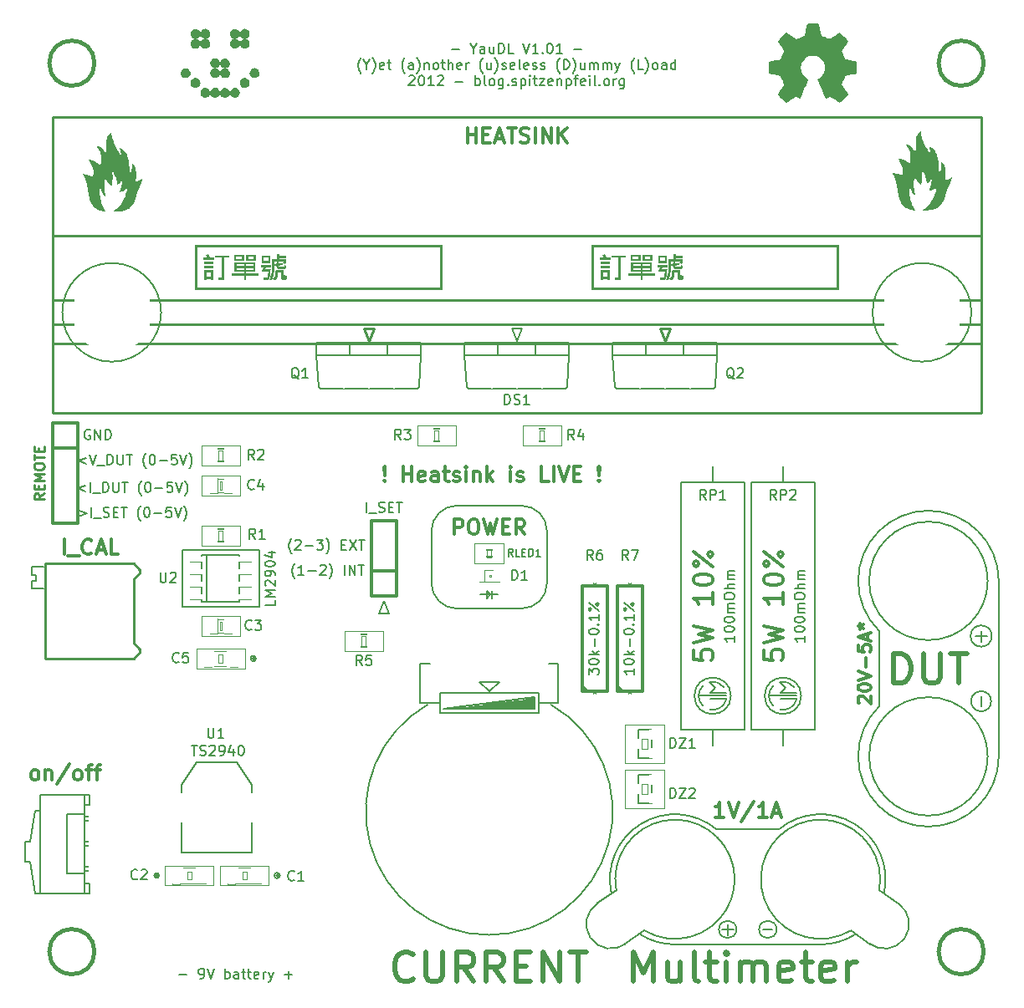
<source format=gto>
G04 (created by PCBNEW (2013-01-23 BZR 3920)-testing) date Thu 24 Jan 2013 12:53:23 AM CET*
%MOIN*%
G04 Gerber Fmt 3.4, Leading zero omitted, Abs format*
%FSLAX34Y34*%
G01*
G70*
G90*
G04 APERTURE LIST*
%ADD10C,2.3622e-06*%
%ADD11C,0.008*%
%ADD12C,0.012*%
%ADD13C,0.0197*%
%ADD14C,0.01*%
%ADD15C,0.006*%
%ADD16C,0.0001*%
%ADD17C,0.0026*%
%ADD18C,0.004*%
%ADD19C,0.002*%
%ADD20C,0.015*%
%ADD21C,0.0078*%
%ADD22C,0.0075*%
%ADD23C,0.0118*%
%ADD24C,0.00984252*%
%ADD25C,0.1969*%
%ADD26O,0.1378X0.0984*%
%ADD27C,0.0591*%
%ADD28C,0.06*%
%ADD29C,0.3937*%
%ADD30C,0.1772*%
%ADD31C,0.315*%
%ADD32C,0.4724*%
%ADD33C,0.0984*%
%ADD34R,0.0472X0.0472*%
%ADD35C,0.16*%
%ADD36R,0.144X0.08*%
%ADD37R,0.04X0.08*%
%ADD38R,0.0511X0.059*%
%ADD39R,0.0629X0.0708*%
%ADD40R,0.0866X0.0236*%
%ADD41R,0.0393X0.0433*%
%ADD42C,0.1575*%
%ADD43O,0.0689X0.1181*%
%ADD44R,0.0551X0.0393*%
%ADD45C,0.065*%
%ADD46R,0.06X0.06*%
G04 APERTURE END LIST*
G54D10*
G54D11*
X52000Y-37300D02*
X51800Y-36800D01*
X51600Y-37300D02*
X52000Y-37300D01*
X51800Y-36800D02*
X51600Y-37300D01*
X51123Y-33261D02*
X51123Y-32861D01*
X51219Y-33300D02*
X51523Y-33300D01*
X51600Y-33242D02*
X51657Y-33261D01*
X51752Y-33261D01*
X51790Y-33242D01*
X51809Y-33223D01*
X51828Y-33185D01*
X51828Y-33147D01*
X51809Y-33109D01*
X51790Y-33090D01*
X51752Y-33071D01*
X51676Y-33052D01*
X51638Y-33033D01*
X51619Y-33014D01*
X51600Y-32976D01*
X51600Y-32938D01*
X51619Y-32900D01*
X51638Y-32880D01*
X51676Y-32861D01*
X51771Y-32861D01*
X51828Y-32880D01*
X52000Y-33052D02*
X52133Y-33052D01*
X52190Y-33261D02*
X52000Y-33261D01*
X52000Y-32861D01*
X52190Y-32861D01*
X52304Y-32861D02*
X52533Y-32861D01*
X52419Y-33261D02*
X52419Y-32861D01*
X48138Y-34914D02*
X48119Y-34895D01*
X48080Y-34838D01*
X48061Y-34800D01*
X48042Y-34742D01*
X48023Y-34647D01*
X48023Y-34571D01*
X48042Y-34476D01*
X48061Y-34419D01*
X48080Y-34380D01*
X48119Y-34323D01*
X48138Y-34304D01*
X48271Y-34400D02*
X48290Y-34380D01*
X48328Y-34361D01*
X48423Y-34361D01*
X48461Y-34380D01*
X48480Y-34400D01*
X48500Y-34438D01*
X48500Y-34476D01*
X48480Y-34533D01*
X48252Y-34761D01*
X48500Y-34761D01*
X48671Y-34609D02*
X48976Y-34609D01*
X49128Y-34361D02*
X49376Y-34361D01*
X49242Y-34514D01*
X49300Y-34514D01*
X49338Y-34533D01*
X49357Y-34552D01*
X49376Y-34590D01*
X49376Y-34685D01*
X49357Y-34723D01*
X49338Y-34742D01*
X49300Y-34761D01*
X49185Y-34761D01*
X49147Y-34742D01*
X49128Y-34723D01*
X49509Y-34914D02*
X49528Y-34895D01*
X49566Y-34838D01*
X49585Y-34800D01*
X49604Y-34742D01*
X49623Y-34647D01*
X49623Y-34571D01*
X49604Y-34476D01*
X49585Y-34419D01*
X49566Y-34380D01*
X49528Y-34323D01*
X49509Y-34304D01*
X50119Y-34552D02*
X50252Y-34552D01*
X50309Y-34761D02*
X50119Y-34761D01*
X50119Y-34361D01*
X50309Y-34361D01*
X50442Y-34361D02*
X50709Y-34761D01*
X50709Y-34361D02*
X50442Y-34761D01*
X50804Y-34361D02*
X51033Y-34361D01*
X50919Y-34761D02*
X50919Y-34361D01*
X48254Y-35914D02*
X48235Y-35895D01*
X48197Y-35838D01*
X48178Y-35800D01*
X48159Y-35742D01*
X48140Y-35647D01*
X48140Y-35571D01*
X48159Y-35476D01*
X48178Y-35419D01*
X48197Y-35380D01*
X48235Y-35323D01*
X48254Y-35304D01*
X48616Y-35761D02*
X48388Y-35761D01*
X48502Y-35761D02*
X48502Y-35361D01*
X48464Y-35419D01*
X48426Y-35457D01*
X48388Y-35476D01*
X48788Y-35609D02*
X49092Y-35609D01*
X49264Y-35400D02*
X49283Y-35380D01*
X49321Y-35361D01*
X49416Y-35361D01*
X49454Y-35380D01*
X49473Y-35400D01*
X49492Y-35438D01*
X49492Y-35476D01*
X49473Y-35533D01*
X49245Y-35761D01*
X49492Y-35761D01*
X49626Y-35914D02*
X49645Y-35895D01*
X49683Y-35838D01*
X49702Y-35800D01*
X49721Y-35742D01*
X49740Y-35647D01*
X49740Y-35571D01*
X49721Y-35476D01*
X49702Y-35419D01*
X49683Y-35380D01*
X49645Y-35323D01*
X49626Y-35304D01*
X50235Y-35761D02*
X50235Y-35361D01*
X50426Y-35761D02*
X50426Y-35361D01*
X50654Y-35761D01*
X50654Y-35361D01*
X50788Y-35361D02*
X51016Y-35361D01*
X50902Y-35761D02*
X50902Y-35361D01*
X39657Y-33195D02*
X39961Y-33309D01*
X39657Y-33423D01*
X40152Y-33461D02*
X40152Y-33061D01*
X40247Y-33500D02*
X40552Y-33500D01*
X40628Y-33442D02*
X40685Y-33461D01*
X40780Y-33461D01*
X40819Y-33442D01*
X40838Y-33423D01*
X40857Y-33385D01*
X40857Y-33347D01*
X40838Y-33309D01*
X40819Y-33290D01*
X40780Y-33271D01*
X40704Y-33252D01*
X40666Y-33233D01*
X40647Y-33214D01*
X40628Y-33176D01*
X40628Y-33138D01*
X40647Y-33100D01*
X40666Y-33080D01*
X40704Y-33061D01*
X40800Y-33061D01*
X40857Y-33080D01*
X41028Y-33252D02*
X41161Y-33252D01*
X41219Y-33461D02*
X41028Y-33461D01*
X41028Y-33061D01*
X41219Y-33061D01*
X41333Y-33061D02*
X41561Y-33061D01*
X41447Y-33461D02*
X41447Y-33061D01*
X42114Y-33614D02*
X42095Y-33595D01*
X42057Y-33538D01*
X42038Y-33500D01*
X42019Y-33442D01*
X42000Y-33347D01*
X42000Y-33271D01*
X42019Y-33176D01*
X42038Y-33119D01*
X42057Y-33080D01*
X42095Y-33023D01*
X42114Y-33004D01*
X42342Y-33061D02*
X42380Y-33061D01*
X42419Y-33080D01*
X42438Y-33100D01*
X42457Y-33138D01*
X42476Y-33214D01*
X42476Y-33309D01*
X42457Y-33385D01*
X42438Y-33423D01*
X42419Y-33442D01*
X42380Y-33461D01*
X42342Y-33461D01*
X42304Y-33442D01*
X42285Y-33423D01*
X42266Y-33385D01*
X42247Y-33309D01*
X42247Y-33214D01*
X42266Y-33138D01*
X42285Y-33100D01*
X42304Y-33080D01*
X42342Y-33061D01*
X42647Y-33309D02*
X42952Y-33309D01*
X43333Y-33061D02*
X43142Y-33061D01*
X43123Y-33252D01*
X43142Y-33233D01*
X43180Y-33214D01*
X43276Y-33214D01*
X43314Y-33233D01*
X43333Y-33252D01*
X43352Y-33290D01*
X43352Y-33385D01*
X43333Y-33423D01*
X43314Y-33442D01*
X43276Y-33461D01*
X43180Y-33461D01*
X43142Y-33442D01*
X43123Y-33423D01*
X43466Y-33061D02*
X43600Y-33461D01*
X43733Y-33061D01*
X43828Y-33614D02*
X43847Y-33595D01*
X43885Y-33538D01*
X43904Y-33500D01*
X43923Y-33442D01*
X43942Y-33347D01*
X43942Y-33271D01*
X43923Y-33176D01*
X43904Y-33119D01*
X43885Y-33080D01*
X43847Y-33023D01*
X43828Y-33004D01*
X39923Y-32195D02*
X39619Y-32309D01*
X39923Y-32423D01*
X40114Y-32461D02*
X40114Y-32061D01*
X40209Y-32500D02*
X40514Y-32500D01*
X40609Y-32461D02*
X40609Y-32061D01*
X40704Y-32061D01*
X40761Y-32080D01*
X40800Y-32119D01*
X40819Y-32157D01*
X40838Y-32233D01*
X40838Y-32290D01*
X40819Y-32366D01*
X40800Y-32404D01*
X40761Y-32442D01*
X40704Y-32461D01*
X40609Y-32461D01*
X41009Y-32061D02*
X41009Y-32385D01*
X41028Y-32423D01*
X41047Y-32442D01*
X41085Y-32461D01*
X41161Y-32461D01*
X41200Y-32442D01*
X41219Y-32423D01*
X41238Y-32385D01*
X41238Y-32061D01*
X41371Y-32061D02*
X41600Y-32061D01*
X41485Y-32461D02*
X41485Y-32061D01*
X42152Y-32614D02*
X42133Y-32595D01*
X42095Y-32538D01*
X42076Y-32500D01*
X42057Y-32442D01*
X42038Y-32347D01*
X42038Y-32271D01*
X42057Y-32176D01*
X42076Y-32119D01*
X42095Y-32080D01*
X42133Y-32023D01*
X42152Y-32004D01*
X42380Y-32061D02*
X42419Y-32061D01*
X42457Y-32080D01*
X42476Y-32100D01*
X42495Y-32138D01*
X42514Y-32214D01*
X42514Y-32309D01*
X42495Y-32385D01*
X42476Y-32423D01*
X42457Y-32442D01*
X42419Y-32461D01*
X42380Y-32461D01*
X42342Y-32442D01*
X42323Y-32423D01*
X42304Y-32385D01*
X42285Y-32309D01*
X42285Y-32214D01*
X42304Y-32138D01*
X42323Y-32100D01*
X42342Y-32080D01*
X42380Y-32061D01*
X42685Y-32309D02*
X42990Y-32309D01*
X43371Y-32061D02*
X43180Y-32061D01*
X43161Y-32252D01*
X43180Y-32233D01*
X43219Y-32214D01*
X43314Y-32214D01*
X43352Y-32233D01*
X43371Y-32252D01*
X43390Y-32290D01*
X43390Y-32385D01*
X43371Y-32423D01*
X43352Y-32442D01*
X43314Y-32461D01*
X43219Y-32461D01*
X43180Y-32442D01*
X43161Y-32423D01*
X43504Y-32061D02*
X43638Y-32461D01*
X43771Y-32061D01*
X43866Y-32614D02*
X43885Y-32595D01*
X43923Y-32538D01*
X43942Y-32500D01*
X43961Y-32442D01*
X43980Y-32347D01*
X43980Y-32271D01*
X43961Y-32176D01*
X43942Y-32119D01*
X43923Y-32080D01*
X43885Y-32023D01*
X43866Y-32004D01*
X39947Y-31095D02*
X39642Y-31209D01*
X39947Y-31323D01*
X40080Y-30961D02*
X40214Y-31361D01*
X40347Y-30961D01*
X40385Y-31400D02*
X40690Y-31400D01*
X40785Y-31361D02*
X40785Y-30961D01*
X40880Y-30961D01*
X40938Y-30980D01*
X40976Y-31019D01*
X40995Y-31057D01*
X41014Y-31133D01*
X41014Y-31190D01*
X40995Y-31266D01*
X40976Y-31304D01*
X40938Y-31342D01*
X40880Y-31361D01*
X40785Y-31361D01*
X41185Y-30961D02*
X41185Y-31285D01*
X41204Y-31323D01*
X41223Y-31342D01*
X41261Y-31361D01*
X41338Y-31361D01*
X41376Y-31342D01*
X41395Y-31323D01*
X41414Y-31285D01*
X41414Y-30961D01*
X41547Y-30961D02*
X41776Y-30961D01*
X41661Y-31361D02*
X41661Y-30961D01*
X42328Y-31514D02*
X42309Y-31495D01*
X42271Y-31438D01*
X42252Y-31400D01*
X42233Y-31342D01*
X42214Y-31247D01*
X42214Y-31171D01*
X42233Y-31076D01*
X42252Y-31019D01*
X42271Y-30980D01*
X42309Y-30923D01*
X42328Y-30904D01*
X42557Y-30961D02*
X42595Y-30961D01*
X42633Y-30980D01*
X42652Y-31000D01*
X42671Y-31038D01*
X42690Y-31114D01*
X42690Y-31209D01*
X42671Y-31285D01*
X42652Y-31323D01*
X42633Y-31342D01*
X42595Y-31361D01*
X42557Y-31361D01*
X42519Y-31342D01*
X42500Y-31323D01*
X42480Y-31285D01*
X42461Y-31209D01*
X42461Y-31114D01*
X42480Y-31038D01*
X42500Y-31000D01*
X42519Y-30980D01*
X42557Y-30961D01*
X42861Y-31209D02*
X43166Y-31209D01*
X43547Y-30961D02*
X43357Y-30961D01*
X43338Y-31152D01*
X43357Y-31133D01*
X43395Y-31114D01*
X43490Y-31114D01*
X43528Y-31133D01*
X43547Y-31152D01*
X43566Y-31190D01*
X43566Y-31285D01*
X43547Y-31323D01*
X43528Y-31342D01*
X43490Y-31361D01*
X43395Y-31361D01*
X43357Y-31342D01*
X43338Y-31323D01*
X43680Y-30961D02*
X43814Y-31361D01*
X43947Y-30961D01*
X44042Y-31514D02*
X44061Y-31495D01*
X44100Y-31438D01*
X44119Y-31400D01*
X44138Y-31342D01*
X44157Y-31247D01*
X44157Y-31171D01*
X44138Y-31076D01*
X44119Y-31019D01*
X44100Y-30980D01*
X44061Y-30923D01*
X44042Y-30904D01*
X40095Y-29980D02*
X40057Y-29961D01*
X40000Y-29961D01*
X39942Y-29980D01*
X39904Y-30019D01*
X39885Y-30057D01*
X39866Y-30133D01*
X39866Y-30190D01*
X39885Y-30266D01*
X39904Y-30304D01*
X39942Y-30342D01*
X40000Y-30361D01*
X40038Y-30361D01*
X40095Y-30342D01*
X40114Y-30323D01*
X40114Y-30190D01*
X40038Y-30190D01*
X40285Y-30361D02*
X40285Y-29961D01*
X40514Y-30361D01*
X40514Y-29961D01*
X40704Y-30361D02*
X40704Y-29961D01*
X40800Y-29961D01*
X40857Y-29980D01*
X40895Y-30019D01*
X40914Y-30057D01*
X40933Y-30133D01*
X40933Y-30190D01*
X40914Y-30266D01*
X40895Y-30304D01*
X40857Y-30342D01*
X40800Y-30361D01*
X40704Y-30361D01*
X60868Y-48461D02*
G75*
G02X65049Y-45899I2531J561D01*
G74*
G01*
X71731Y-48461D02*
G75*
G03X67550Y-45899I-2531J561D01*
G74*
G01*
X70596Y-50092D02*
G75*
G02X69200Y-50500I-1396J2192D01*
G74*
G01*
X62003Y-50092D02*
G75*
G03X63400Y-50500I1396J2192D01*
G74*
G01*
X63400Y-50500D02*
X69200Y-50500D01*
X65050Y-45900D02*
X67550Y-45900D01*
X46650Y-39100D02*
G75*
G03X46650Y-39100I-50J0D01*
G74*
G01*
X46711Y-39100D02*
G75*
G03X46711Y-39100I-111J0D01*
G74*
G01*
G54D12*
X51828Y-31985D02*
X51857Y-32014D01*
X51828Y-32042D01*
X51800Y-32014D01*
X51828Y-31985D01*
X51828Y-32042D01*
X51828Y-31814D02*
X51800Y-31471D01*
X51828Y-31442D01*
X51857Y-31471D01*
X51828Y-31814D01*
X51828Y-31442D01*
X52571Y-32042D02*
X52571Y-31442D01*
X52571Y-31728D02*
X52914Y-31728D01*
X52914Y-32042D02*
X52914Y-31442D01*
X53428Y-32014D02*
X53371Y-32042D01*
X53257Y-32042D01*
X53200Y-32014D01*
X53171Y-31957D01*
X53171Y-31728D01*
X53200Y-31671D01*
X53257Y-31642D01*
X53371Y-31642D01*
X53428Y-31671D01*
X53457Y-31728D01*
X53457Y-31785D01*
X53171Y-31842D01*
X53971Y-32042D02*
X53971Y-31728D01*
X53942Y-31671D01*
X53885Y-31642D01*
X53771Y-31642D01*
X53714Y-31671D01*
X53971Y-32014D02*
X53914Y-32042D01*
X53771Y-32042D01*
X53714Y-32014D01*
X53685Y-31957D01*
X53685Y-31900D01*
X53714Y-31842D01*
X53771Y-31814D01*
X53914Y-31814D01*
X53971Y-31785D01*
X54171Y-31642D02*
X54400Y-31642D01*
X54257Y-31442D02*
X54257Y-31957D01*
X54285Y-32014D01*
X54342Y-32042D01*
X54400Y-32042D01*
X54571Y-32014D02*
X54628Y-32042D01*
X54742Y-32042D01*
X54800Y-32014D01*
X54828Y-31957D01*
X54828Y-31928D01*
X54800Y-31871D01*
X54742Y-31842D01*
X54657Y-31842D01*
X54600Y-31814D01*
X54571Y-31757D01*
X54571Y-31728D01*
X54600Y-31671D01*
X54657Y-31642D01*
X54742Y-31642D01*
X54800Y-31671D01*
X55085Y-32042D02*
X55085Y-31642D01*
X55085Y-31442D02*
X55057Y-31471D01*
X55085Y-31500D01*
X55114Y-31471D01*
X55085Y-31442D01*
X55085Y-31500D01*
X55371Y-31642D02*
X55371Y-32042D01*
X55371Y-31700D02*
X55400Y-31671D01*
X55457Y-31642D01*
X55542Y-31642D01*
X55600Y-31671D01*
X55628Y-31728D01*
X55628Y-32042D01*
X55914Y-32042D02*
X55914Y-31442D01*
X55971Y-31814D02*
X56142Y-32042D01*
X56142Y-31642D02*
X55914Y-31871D01*
X56857Y-32042D02*
X56857Y-31642D01*
X56857Y-31442D02*
X56828Y-31471D01*
X56857Y-31500D01*
X56885Y-31471D01*
X56857Y-31442D01*
X56857Y-31500D01*
X57114Y-32014D02*
X57171Y-32042D01*
X57285Y-32042D01*
X57342Y-32014D01*
X57371Y-31957D01*
X57371Y-31928D01*
X57342Y-31871D01*
X57285Y-31842D01*
X57200Y-31842D01*
X57142Y-31814D01*
X57114Y-31757D01*
X57114Y-31728D01*
X57142Y-31671D01*
X57200Y-31642D01*
X57285Y-31642D01*
X57342Y-31671D01*
X58371Y-32042D02*
X58085Y-32042D01*
X58085Y-31442D01*
X58571Y-32042D02*
X58571Y-31442D01*
X58771Y-31442D02*
X58971Y-32042D01*
X59171Y-31442D01*
X59371Y-31728D02*
X59571Y-31728D01*
X59657Y-32042D02*
X59371Y-32042D01*
X59371Y-31442D01*
X59657Y-31442D01*
X60371Y-31985D02*
X60400Y-32014D01*
X60371Y-32042D01*
X60342Y-32014D01*
X60371Y-31985D01*
X60371Y-32042D01*
X60371Y-31814D02*
X60342Y-31471D01*
X60371Y-31442D01*
X60400Y-31471D01*
X60371Y-31814D01*
X60371Y-31442D01*
G54D11*
X47600Y-47750D02*
G75*
G03X47600Y-47750I-50J0D01*
G74*
G01*
X47661Y-47750D02*
G75*
G03X47661Y-47750I-111J0D01*
G74*
G01*
X42800Y-47750D02*
G75*
G03X42800Y-47750I-50J0D01*
G74*
G01*
X42850Y-47750D02*
G75*
G03X42850Y-47750I-100J0D01*
G74*
G01*
G54D12*
X70744Y-40884D02*
X70719Y-40860D01*
X70695Y-40811D01*
X70695Y-40689D01*
X70719Y-40640D01*
X70744Y-40616D01*
X70792Y-40592D01*
X70841Y-40592D01*
X70914Y-40616D01*
X71207Y-40909D01*
X71207Y-40592D01*
X70695Y-40275D02*
X70695Y-40226D01*
X70719Y-40177D01*
X70744Y-40153D01*
X70792Y-40128D01*
X70890Y-40104D01*
X71012Y-40104D01*
X71109Y-40128D01*
X71158Y-40153D01*
X71182Y-40177D01*
X71207Y-40226D01*
X71207Y-40275D01*
X71182Y-40324D01*
X71158Y-40348D01*
X71109Y-40372D01*
X71012Y-40397D01*
X70890Y-40397D01*
X70792Y-40372D01*
X70744Y-40348D01*
X70719Y-40324D01*
X70695Y-40275D01*
X70695Y-39958D02*
X71207Y-39787D01*
X70695Y-39616D01*
X71012Y-39446D02*
X71012Y-39056D01*
X70695Y-38568D02*
X70695Y-38812D01*
X70939Y-38836D01*
X70914Y-38812D01*
X70890Y-38763D01*
X70890Y-38641D01*
X70914Y-38592D01*
X70939Y-38568D01*
X70987Y-38544D01*
X71109Y-38544D01*
X71158Y-38568D01*
X71182Y-38592D01*
X71207Y-38641D01*
X71207Y-38763D01*
X71182Y-38812D01*
X71158Y-38836D01*
X71060Y-38349D02*
X71060Y-38105D01*
X71207Y-38397D02*
X70695Y-38227D01*
X71207Y-38056D01*
X70695Y-37812D02*
X70817Y-37812D01*
X70768Y-37934D02*
X70817Y-37812D01*
X70768Y-37690D01*
X70914Y-37885D02*
X70817Y-37812D01*
X70914Y-37739D01*
G54D11*
X73500Y-33200D02*
G75*
G03X70700Y-36000I0J-2800D01*
G74*
G01*
X71550Y-41000D02*
X71550Y-38000D01*
X71537Y-41002D02*
G75*
G03X70700Y-43000I1962J-1997D01*
G74*
G01*
X56100Y-36400D02*
X56100Y-36700D01*
X56050Y-36550D02*
X55900Y-36400D01*
X55900Y-36400D02*
X55900Y-36700D01*
X55900Y-36700D02*
X56050Y-36550D01*
X55650Y-36550D02*
X56350Y-36550D01*
X58300Y-34000D02*
G75*
G03X57300Y-33000I-1000J0D01*
G74*
G01*
X54700Y-33000D02*
G75*
G03X53700Y-34000I0J-1000D01*
G74*
G01*
X57300Y-37100D02*
G75*
G03X58300Y-36100I0J1000D01*
G74*
G01*
X53700Y-36100D02*
G75*
G03X54700Y-37100I1000J0D01*
G74*
G01*
X54700Y-37100D02*
X57300Y-37100D01*
X58300Y-36100D02*
X58300Y-34000D01*
X54700Y-33000D02*
X57300Y-33000D01*
X53700Y-36100D02*
X53700Y-34000D01*
X65271Y-49914D02*
X65728Y-49914D01*
X65500Y-50142D02*
X65500Y-49685D01*
X66909Y-49914D02*
X67290Y-49914D01*
X65850Y-49900D02*
G75*
G03X65850Y-49900I-350J0D01*
G74*
G01*
X67450Y-49900D02*
G75*
G03X67450Y-49900I-350J0D01*
G74*
G01*
X76000Y-40800D02*
G75*
G03X76000Y-40800I-400J0D01*
G74*
G01*
X76024Y-38200D02*
G75*
G03X76024Y-38200I-424J0D01*
G74*
G01*
X75371Y-38214D02*
X75828Y-38214D01*
X75600Y-38442D02*
X75600Y-37985D01*
X75614Y-40990D02*
X75614Y-40609D01*
X43642Y-51709D02*
X43947Y-51709D01*
X44461Y-51861D02*
X44538Y-51861D01*
X44576Y-51842D01*
X44595Y-51823D01*
X44633Y-51766D01*
X44652Y-51690D01*
X44652Y-51538D01*
X44633Y-51500D01*
X44614Y-51480D01*
X44576Y-51461D01*
X44500Y-51461D01*
X44461Y-51480D01*
X44442Y-51500D01*
X44423Y-51538D01*
X44423Y-51633D01*
X44442Y-51671D01*
X44461Y-51690D01*
X44500Y-51709D01*
X44576Y-51709D01*
X44614Y-51690D01*
X44633Y-51671D01*
X44652Y-51633D01*
X44766Y-51461D02*
X44900Y-51861D01*
X45033Y-51461D01*
X45471Y-51861D02*
X45471Y-51461D01*
X45471Y-51614D02*
X45509Y-51595D01*
X45585Y-51595D01*
X45623Y-51614D01*
X45642Y-51633D01*
X45661Y-51671D01*
X45661Y-51785D01*
X45642Y-51823D01*
X45623Y-51842D01*
X45585Y-51861D01*
X45509Y-51861D01*
X45471Y-51842D01*
X46004Y-51861D02*
X46004Y-51652D01*
X45985Y-51614D01*
X45947Y-51595D01*
X45871Y-51595D01*
X45833Y-51614D01*
X46004Y-51842D02*
X45966Y-51861D01*
X45871Y-51861D01*
X45833Y-51842D01*
X45814Y-51804D01*
X45814Y-51766D01*
X45833Y-51728D01*
X45871Y-51709D01*
X45966Y-51709D01*
X46004Y-51690D01*
X46138Y-51595D02*
X46290Y-51595D01*
X46195Y-51461D02*
X46195Y-51804D01*
X46214Y-51842D01*
X46252Y-51861D01*
X46290Y-51861D01*
X46366Y-51595D02*
X46519Y-51595D01*
X46423Y-51461D02*
X46423Y-51804D01*
X46442Y-51842D01*
X46480Y-51861D01*
X46519Y-51861D01*
X46804Y-51842D02*
X46766Y-51861D01*
X46690Y-51861D01*
X46652Y-51842D01*
X46633Y-51804D01*
X46633Y-51652D01*
X46652Y-51614D01*
X46690Y-51595D01*
X46766Y-51595D01*
X46804Y-51614D01*
X46823Y-51652D01*
X46823Y-51690D01*
X46633Y-51728D01*
X46995Y-51861D02*
X46995Y-51595D01*
X46995Y-51671D02*
X47014Y-51633D01*
X47033Y-51614D01*
X47071Y-51595D01*
X47109Y-51595D01*
X47204Y-51595D02*
X47300Y-51861D01*
X47395Y-51595D02*
X47300Y-51861D01*
X47261Y-51957D01*
X47242Y-51976D01*
X47204Y-51995D01*
X47852Y-51709D02*
X48157Y-51709D01*
X48004Y-51861D02*
X48004Y-51557D01*
G54D13*
X61741Y-51978D02*
X61741Y-50797D01*
X62135Y-51640D01*
X62528Y-50797D01*
X62528Y-51978D01*
X63597Y-51190D02*
X63597Y-51978D01*
X63091Y-51190D02*
X63091Y-51809D01*
X63147Y-51921D01*
X63259Y-51978D01*
X63428Y-51978D01*
X63541Y-51921D01*
X63597Y-51865D01*
X64328Y-51978D02*
X64216Y-51921D01*
X64159Y-51809D01*
X64159Y-50797D01*
X64609Y-51190D02*
X65059Y-51190D01*
X64778Y-50797D02*
X64778Y-51809D01*
X64834Y-51921D01*
X64947Y-51978D01*
X65059Y-51978D01*
X65453Y-51978D02*
X65453Y-51190D01*
X65453Y-50797D02*
X65397Y-50853D01*
X65453Y-50909D01*
X65509Y-50853D01*
X65453Y-50797D01*
X65453Y-50909D01*
X66015Y-51978D02*
X66015Y-51190D01*
X66015Y-51303D02*
X66071Y-51246D01*
X66184Y-51190D01*
X66353Y-51190D01*
X66465Y-51246D01*
X66521Y-51359D01*
X66521Y-51978D01*
X66521Y-51359D02*
X66578Y-51246D01*
X66690Y-51190D01*
X66859Y-51190D01*
X66971Y-51246D01*
X67027Y-51359D01*
X67027Y-51978D01*
X68040Y-51921D02*
X67927Y-51978D01*
X67702Y-51978D01*
X67590Y-51921D01*
X67534Y-51809D01*
X67534Y-51359D01*
X67590Y-51246D01*
X67702Y-51190D01*
X67927Y-51190D01*
X68040Y-51246D01*
X68096Y-51359D01*
X68096Y-51471D01*
X67534Y-51584D01*
X68433Y-51190D02*
X68883Y-51190D01*
X68602Y-50797D02*
X68602Y-51809D01*
X68658Y-51921D01*
X68771Y-51978D01*
X68883Y-51978D01*
X69727Y-51921D02*
X69614Y-51978D01*
X69389Y-51978D01*
X69277Y-51921D01*
X69221Y-51809D01*
X69221Y-51359D01*
X69277Y-51246D01*
X69389Y-51190D01*
X69614Y-51190D01*
X69727Y-51246D01*
X69783Y-51359D01*
X69783Y-51471D01*
X69221Y-51584D01*
X70289Y-51978D02*
X70289Y-51190D01*
X70289Y-51415D02*
X70345Y-51303D01*
X70402Y-51246D01*
X70514Y-51190D01*
X70627Y-51190D01*
G54D11*
X76300Y-43000D02*
X76300Y-36000D01*
X70700Y-43000D02*
G75*
G03X73500Y-45800I2800J0D01*
G74*
G01*
X73500Y-45800D02*
G75*
G03X76300Y-43000I0J2800D01*
G74*
G01*
X71537Y-37997D02*
G75*
G02X70700Y-36000I1962J1997D01*
G74*
G01*
X76300Y-36000D02*
G75*
G03X73500Y-33200I-2800J0D01*
G74*
G01*
G54D12*
X54614Y-34142D02*
X54614Y-33542D01*
X54842Y-33542D01*
X54900Y-33571D01*
X54928Y-33600D01*
X54957Y-33657D01*
X54957Y-33742D01*
X54928Y-33800D01*
X54900Y-33828D01*
X54842Y-33857D01*
X54614Y-33857D01*
X55328Y-33542D02*
X55442Y-33542D01*
X55500Y-33571D01*
X55557Y-33628D01*
X55585Y-33742D01*
X55585Y-33942D01*
X55557Y-34057D01*
X55500Y-34114D01*
X55442Y-34142D01*
X55328Y-34142D01*
X55271Y-34114D01*
X55214Y-34057D01*
X55185Y-33942D01*
X55185Y-33742D01*
X55214Y-33628D01*
X55271Y-33571D01*
X55328Y-33542D01*
X55785Y-33542D02*
X55928Y-34142D01*
X56042Y-33714D01*
X56157Y-34142D01*
X56300Y-33542D01*
X56528Y-33828D02*
X56728Y-33828D01*
X56814Y-34142D02*
X56528Y-34142D01*
X56528Y-33542D01*
X56814Y-33542D01*
X57414Y-34142D02*
X57214Y-33857D01*
X57071Y-34142D02*
X57071Y-33542D01*
X57300Y-33542D01*
X57357Y-33571D01*
X57385Y-33600D01*
X57414Y-33657D01*
X57414Y-33742D01*
X57385Y-33800D01*
X57357Y-33828D01*
X57300Y-33857D01*
X57071Y-33857D01*
X37857Y-43942D02*
X37800Y-43914D01*
X37771Y-43885D01*
X37742Y-43828D01*
X37742Y-43657D01*
X37771Y-43600D01*
X37800Y-43571D01*
X37857Y-43542D01*
X37942Y-43542D01*
X38000Y-43571D01*
X38028Y-43600D01*
X38057Y-43657D01*
X38057Y-43828D01*
X38028Y-43885D01*
X38000Y-43914D01*
X37942Y-43942D01*
X37857Y-43942D01*
X38314Y-43542D02*
X38314Y-43942D01*
X38314Y-43600D02*
X38342Y-43571D01*
X38400Y-43542D01*
X38485Y-43542D01*
X38542Y-43571D01*
X38571Y-43628D01*
X38571Y-43942D01*
X39285Y-43314D02*
X38771Y-44085D01*
X39571Y-43942D02*
X39514Y-43914D01*
X39485Y-43885D01*
X39457Y-43828D01*
X39457Y-43657D01*
X39485Y-43600D01*
X39514Y-43571D01*
X39571Y-43542D01*
X39657Y-43542D01*
X39714Y-43571D01*
X39742Y-43600D01*
X39771Y-43657D01*
X39771Y-43828D01*
X39742Y-43885D01*
X39714Y-43914D01*
X39657Y-43942D01*
X39571Y-43942D01*
X39942Y-43542D02*
X40171Y-43542D01*
X40028Y-43942D02*
X40028Y-43428D01*
X40057Y-43371D01*
X40114Y-43342D01*
X40171Y-43342D01*
X40285Y-43542D02*
X40514Y-43542D01*
X40371Y-43942D02*
X40371Y-43428D01*
X40400Y-43371D01*
X40457Y-43342D01*
X40514Y-43342D01*
X65357Y-45442D02*
X65014Y-45442D01*
X65185Y-45442D02*
X65185Y-44842D01*
X65128Y-44928D01*
X65071Y-44985D01*
X65014Y-45014D01*
X65528Y-44842D02*
X65728Y-45442D01*
X65928Y-44842D01*
X66557Y-44814D02*
X66042Y-45585D01*
X67071Y-45442D02*
X66728Y-45442D01*
X66900Y-45442D02*
X66900Y-44842D01*
X66842Y-44928D01*
X66785Y-44985D01*
X66728Y-45014D01*
X67300Y-45271D02*
X67585Y-45271D01*
X67242Y-45442D02*
X67442Y-44842D01*
X67642Y-45442D01*
G54D13*
X72122Y-40078D02*
X72122Y-38897D01*
X72403Y-38897D01*
X72572Y-38953D01*
X72684Y-39065D01*
X72740Y-39178D01*
X72797Y-39403D01*
X72797Y-39571D01*
X72740Y-39796D01*
X72684Y-39909D01*
X72572Y-40021D01*
X72403Y-40078D01*
X72122Y-40078D01*
X73303Y-38897D02*
X73303Y-39853D01*
X73359Y-39965D01*
X73415Y-40021D01*
X73528Y-40078D01*
X73753Y-40078D01*
X73865Y-40021D01*
X73921Y-39965D01*
X73978Y-39853D01*
X73978Y-38897D01*
X74371Y-38897D02*
X75046Y-38897D01*
X74709Y-40078D02*
X74709Y-38897D01*
X52963Y-51865D02*
X52906Y-51921D01*
X52738Y-51978D01*
X52625Y-51978D01*
X52457Y-51921D01*
X52344Y-51809D01*
X52288Y-51696D01*
X52232Y-51471D01*
X52232Y-51303D01*
X52288Y-51078D01*
X52344Y-50965D01*
X52457Y-50853D01*
X52625Y-50797D01*
X52738Y-50797D01*
X52906Y-50853D01*
X52963Y-50909D01*
X53469Y-50797D02*
X53469Y-51753D01*
X53525Y-51865D01*
X53581Y-51921D01*
X53694Y-51978D01*
X53919Y-51978D01*
X54031Y-51921D01*
X54087Y-51865D01*
X54144Y-51753D01*
X54144Y-50797D01*
X55381Y-51978D02*
X54987Y-51415D01*
X54706Y-51978D02*
X54706Y-50797D01*
X55156Y-50797D01*
X55268Y-50853D01*
X55325Y-50909D01*
X55381Y-51021D01*
X55381Y-51190D01*
X55325Y-51303D01*
X55268Y-51359D01*
X55156Y-51415D01*
X54706Y-51415D01*
X56562Y-51978D02*
X56168Y-51415D01*
X55887Y-51978D02*
X55887Y-50797D01*
X56337Y-50797D01*
X56449Y-50853D01*
X56506Y-50909D01*
X56562Y-51021D01*
X56562Y-51190D01*
X56506Y-51303D01*
X56449Y-51359D01*
X56337Y-51415D01*
X55887Y-51415D01*
X57068Y-51359D02*
X57462Y-51359D01*
X57630Y-51978D02*
X57068Y-51978D01*
X57068Y-50797D01*
X57630Y-50797D01*
X58137Y-51978D02*
X58137Y-50797D01*
X58811Y-51978D01*
X58811Y-50797D01*
X59205Y-50797D02*
X59880Y-50797D01*
X59543Y-51978D02*
X59543Y-50797D01*
G54D12*
X39071Y-34942D02*
X39071Y-34342D01*
X39214Y-35000D02*
X39671Y-35000D01*
X40157Y-34885D02*
X40128Y-34914D01*
X40042Y-34942D01*
X39985Y-34942D01*
X39900Y-34914D01*
X39842Y-34857D01*
X39814Y-34800D01*
X39785Y-34685D01*
X39785Y-34600D01*
X39814Y-34485D01*
X39842Y-34428D01*
X39900Y-34371D01*
X39985Y-34342D01*
X40042Y-34342D01*
X40128Y-34371D01*
X40157Y-34400D01*
X40385Y-34771D02*
X40671Y-34771D01*
X40328Y-34942D02*
X40528Y-34342D01*
X40728Y-34942D01*
X41214Y-34942D02*
X40928Y-34942D01*
X40928Y-34342D01*
G54D11*
X54509Y-14809D02*
X54814Y-14809D01*
X55385Y-14771D02*
X55385Y-14961D01*
X55252Y-14561D02*
X55385Y-14771D01*
X55519Y-14561D01*
X55823Y-14961D02*
X55823Y-14752D01*
X55804Y-14714D01*
X55766Y-14695D01*
X55690Y-14695D01*
X55652Y-14714D01*
X55823Y-14942D02*
X55785Y-14961D01*
X55690Y-14961D01*
X55652Y-14942D01*
X55633Y-14904D01*
X55633Y-14866D01*
X55652Y-14828D01*
X55690Y-14809D01*
X55785Y-14809D01*
X55823Y-14790D01*
X56185Y-14695D02*
X56185Y-14961D01*
X56014Y-14695D02*
X56014Y-14904D01*
X56033Y-14942D01*
X56071Y-14961D01*
X56128Y-14961D01*
X56166Y-14942D01*
X56185Y-14923D01*
X56376Y-14961D02*
X56376Y-14561D01*
X56471Y-14561D01*
X56528Y-14580D01*
X56566Y-14619D01*
X56585Y-14657D01*
X56604Y-14733D01*
X56604Y-14790D01*
X56585Y-14866D01*
X56566Y-14904D01*
X56528Y-14942D01*
X56471Y-14961D01*
X56376Y-14961D01*
X56966Y-14961D02*
X56776Y-14961D01*
X56776Y-14561D01*
X57347Y-14561D02*
X57480Y-14961D01*
X57614Y-14561D01*
X57957Y-14961D02*
X57728Y-14961D01*
X57842Y-14961D02*
X57842Y-14561D01*
X57804Y-14619D01*
X57766Y-14657D01*
X57728Y-14676D01*
X58128Y-14923D02*
X58147Y-14942D01*
X58128Y-14961D01*
X58109Y-14942D01*
X58128Y-14923D01*
X58128Y-14961D01*
X58395Y-14561D02*
X58433Y-14561D01*
X58471Y-14580D01*
X58490Y-14600D01*
X58509Y-14638D01*
X58528Y-14714D01*
X58528Y-14809D01*
X58509Y-14885D01*
X58490Y-14923D01*
X58471Y-14942D01*
X58433Y-14961D01*
X58395Y-14961D01*
X58357Y-14942D01*
X58338Y-14923D01*
X58319Y-14885D01*
X58300Y-14809D01*
X58300Y-14714D01*
X58319Y-14638D01*
X58338Y-14600D01*
X58357Y-14580D01*
X58395Y-14561D01*
X58909Y-14961D02*
X58680Y-14961D01*
X58795Y-14961D02*
X58795Y-14561D01*
X58757Y-14619D01*
X58719Y-14657D01*
X58680Y-14676D01*
X59385Y-14809D02*
X59690Y-14809D01*
X50890Y-15754D02*
X50871Y-15735D01*
X50833Y-15678D01*
X50814Y-15640D01*
X50795Y-15582D01*
X50776Y-15487D01*
X50776Y-15411D01*
X50795Y-15316D01*
X50814Y-15259D01*
X50833Y-15220D01*
X50871Y-15163D01*
X50890Y-15144D01*
X51119Y-15411D02*
X51119Y-15601D01*
X50985Y-15201D02*
X51119Y-15411D01*
X51252Y-15201D01*
X51347Y-15754D02*
X51366Y-15735D01*
X51404Y-15678D01*
X51423Y-15640D01*
X51442Y-15582D01*
X51461Y-15487D01*
X51461Y-15411D01*
X51442Y-15316D01*
X51423Y-15259D01*
X51404Y-15220D01*
X51366Y-15163D01*
X51347Y-15144D01*
X51804Y-15582D02*
X51766Y-15601D01*
X51690Y-15601D01*
X51652Y-15582D01*
X51633Y-15544D01*
X51633Y-15392D01*
X51652Y-15354D01*
X51690Y-15335D01*
X51766Y-15335D01*
X51804Y-15354D01*
X51823Y-15392D01*
X51823Y-15430D01*
X51633Y-15468D01*
X51938Y-15335D02*
X52090Y-15335D01*
X51995Y-15201D02*
X51995Y-15544D01*
X52014Y-15582D01*
X52052Y-15601D01*
X52090Y-15601D01*
X52642Y-15754D02*
X52623Y-15735D01*
X52585Y-15678D01*
X52566Y-15640D01*
X52547Y-15582D01*
X52528Y-15487D01*
X52528Y-15411D01*
X52547Y-15316D01*
X52566Y-15259D01*
X52585Y-15220D01*
X52623Y-15163D01*
X52642Y-15144D01*
X52966Y-15601D02*
X52966Y-15392D01*
X52947Y-15354D01*
X52909Y-15335D01*
X52833Y-15335D01*
X52795Y-15354D01*
X52966Y-15582D02*
X52928Y-15601D01*
X52833Y-15601D01*
X52795Y-15582D01*
X52776Y-15544D01*
X52776Y-15506D01*
X52795Y-15468D01*
X52833Y-15449D01*
X52928Y-15449D01*
X52966Y-15430D01*
X53119Y-15754D02*
X53138Y-15735D01*
X53176Y-15678D01*
X53195Y-15640D01*
X53214Y-15582D01*
X53233Y-15487D01*
X53233Y-15411D01*
X53214Y-15316D01*
X53195Y-15259D01*
X53176Y-15220D01*
X53138Y-15163D01*
X53119Y-15144D01*
X53423Y-15335D02*
X53423Y-15601D01*
X53423Y-15373D02*
X53442Y-15354D01*
X53480Y-15335D01*
X53538Y-15335D01*
X53576Y-15354D01*
X53595Y-15392D01*
X53595Y-15601D01*
X53842Y-15601D02*
X53804Y-15582D01*
X53785Y-15563D01*
X53766Y-15525D01*
X53766Y-15411D01*
X53785Y-15373D01*
X53804Y-15354D01*
X53842Y-15335D01*
X53900Y-15335D01*
X53938Y-15354D01*
X53957Y-15373D01*
X53976Y-15411D01*
X53976Y-15525D01*
X53957Y-15563D01*
X53938Y-15582D01*
X53900Y-15601D01*
X53842Y-15601D01*
X54090Y-15335D02*
X54242Y-15335D01*
X54147Y-15201D02*
X54147Y-15544D01*
X54166Y-15582D01*
X54204Y-15601D01*
X54242Y-15601D01*
X54376Y-15601D02*
X54376Y-15201D01*
X54547Y-15601D02*
X54547Y-15392D01*
X54528Y-15354D01*
X54490Y-15335D01*
X54433Y-15335D01*
X54395Y-15354D01*
X54376Y-15373D01*
X54890Y-15582D02*
X54852Y-15601D01*
X54776Y-15601D01*
X54738Y-15582D01*
X54719Y-15544D01*
X54719Y-15392D01*
X54738Y-15354D01*
X54776Y-15335D01*
X54852Y-15335D01*
X54890Y-15354D01*
X54909Y-15392D01*
X54909Y-15430D01*
X54719Y-15468D01*
X55080Y-15601D02*
X55080Y-15335D01*
X55080Y-15411D02*
X55100Y-15373D01*
X55119Y-15354D01*
X55157Y-15335D01*
X55195Y-15335D01*
X55747Y-15754D02*
X55728Y-15735D01*
X55690Y-15678D01*
X55671Y-15640D01*
X55652Y-15582D01*
X55633Y-15487D01*
X55633Y-15411D01*
X55652Y-15316D01*
X55671Y-15259D01*
X55690Y-15220D01*
X55728Y-15163D01*
X55747Y-15144D01*
X56071Y-15335D02*
X56071Y-15601D01*
X55900Y-15335D02*
X55900Y-15544D01*
X55919Y-15582D01*
X55957Y-15601D01*
X56014Y-15601D01*
X56052Y-15582D01*
X56071Y-15563D01*
X56223Y-15754D02*
X56242Y-15735D01*
X56280Y-15678D01*
X56300Y-15640D01*
X56319Y-15582D01*
X56338Y-15487D01*
X56338Y-15411D01*
X56319Y-15316D01*
X56300Y-15259D01*
X56280Y-15220D01*
X56242Y-15163D01*
X56223Y-15144D01*
X56509Y-15582D02*
X56547Y-15601D01*
X56623Y-15601D01*
X56661Y-15582D01*
X56680Y-15544D01*
X56680Y-15525D01*
X56661Y-15487D01*
X56623Y-15468D01*
X56566Y-15468D01*
X56528Y-15449D01*
X56509Y-15411D01*
X56509Y-15392D01*
X56528Y-15354D01*
X56566Y-15335D01*
X56623Y-15335D01*
X56661Y-15354D01*
X57004Y-15582D02*
X56966Y-15601D01*
X56890Y-15601D01*
X56852Y-15582D01*
X56833Y-15544D01*
X56833Y-15392D01*
X56852Y-15354D01*
X56890Y-15335D01*
X56966Y-15335D01*
X57004Y-15354D01*
X57023Y-15392D01*
X57023Y-15430D01*
X56833Y-15468D01*
X57252Y-15601D02*
X57214Y-15582D01*
X57195Y-15544D01*
X57195Y-15201D01*
X57557Y-15582D02*
X57519Y-15601D01*
X57442Y-15601D01*
X57404Y-15582D01*
X57385Y-15544D01*
X57385Y-15392D01*
X57404Y-15354D01*
X57442Y-15335D01*
X57519Y-15335D01*
X57557Y-15354D01*
X57576Y-15392D01*
X57576Y-15430D01*
X57385Y-15468D01*
X57728Y-15582D02*
X57766Y-15601D01*
X57842Y-15601D01*
X57880Y-15582D01*
X57899Y-15544D01*
X57899Y-15525D01*
X57880Y-15487D01*
X57842Y-15468D01*
X57785Y-15468D01*
X57747Y-15449D01*
X57728Y-15411D01*
X57728Y-15392D01*
X57747Y-15354D01*
X57785Y-15335D01*
X57842Y-15335D01*
X57880Y-15354D01*
X58052Y-15582D02*
X58090Y-15601D01*
X58166Y-15601D01*
X58204Y-15582D01*
X58223Y-15544D01*
X58223Y-15525D01*
X58204Y-15487D01*
X58166Y-15468D01*
X58109Y-15468D01*
X58071Y-15449D01*
X58052Y-15411D01*
X58052Y-15392D01*
X58071Y-15354D01*
X58109Y-15335D01*
X58166Y-15335D01*
X58204Y-15354D01*
X58814Y-15754D02*
X58795Y-15735D01*
X58757Y-15678D01*
X58738Y-15640D01*
X58719Y-15582D01*
X58699Y-15487D01*
X58699Y-15411D01*
X58719Y-15316D01*
X58738Y-15259D01*
X58757Y-15220D01*
X58795Y-15163D01*
X58814Y-15144D01*
X58966Y-15601D02*
X58966Y-15201D01*
X59061Y-15201D01*
X59119Y-15220D01*
X59157Y-15259D01*
X59176Y-15297D01*
X59195Y-15373D01*
X59195Y-15430D01*
X59176Y-15506D01*
X59157Y-15544D01*
X59119Y-15582D01*
X59061Y-15601D01*
X58966Y-15601D01*
X59328Y-15754D02*
X59347Y-15735D01*
X59385Y-15678D01*
X59404Y-15640D01*
X59423Y-15582D01*
X59442Y-15487D01*
X59442Y-15411D01*
X59423Y-15316D01*
X59404Y-15259D01*
X59385Y-15220D01*
X59347Y-15163D01*
X59328Y-15144D01*
X59804Y-15335D02*
X59804Y-15601D01*
X59633Y-15335D02*
X59633Y-15544D01*
X59652Y-15582D01*
X59690Y-15601D01*
X59747Y-15601D01*
X59785Y-15582D01*
X59804Y-15563D01*
X59995Y-15601D02*
X59995Y-15335D01*
X59995Y-15373D02*
X60014Y-15354D01*
X60052Y-15335D01*
X60109Y-15335D01*
X60147Y-15354D01*
X60166Y-15392D01*
X60166Y-15601D01*
X60166Y-15392D02*
X60185Y-15354D01*
X60223Y-15335D01*
X60280Y-15335D01*
X60319Y-15354D01*
X60338Y-15392D01*
X60338Y-15601D01*
X60528Y-15601D02*
X60528Y-15335D01*
X60528Y-15373D02*
X60547Y-15354D01*
X60585Y-15335D01*
X60642Y-15335D01*
X60680Y-15354D01*
X60699Y-15392D01*
X60699Y-15601D01*
X60699Y-15392D02*
X60719Y-15354D01*
X60757Y-15335D01*
X60814Y-15335D01*
X60852Y-15354D01*
X60871Y-15392D01*
X60871Y-15601D01*
X61023Y-15335D02*
X61119Y-15601D01*
X61214Y-15335D02*
X61119Y-15601D01*
X61080Y-15697D01*
X61061Y-15716D01*
X61023Y-15735D01*
X61785Y-15754D02*
X61766Y-15735D01*
X61728Y-15678D01*
X61709Y-15640D01*
X61690Y-15582D01*
X61671Y-15487D01*
X61671Y-15411D01*
X61690Y-15316D01*
X61709Y-15259D01*
X61728Y-15220D01*
X61766Y-15163D01*
X61785Y-15144D01*
X62128Y-15601D02*
X61938Y-15601D01*
X61938Y-15201D01*
X62223Y-15754D02*
X62242Y-15735D01*
X62280Y-15678D01*
X62299Y-15640D01*
X62319Y-15582D01*
X62338Y-15487D01*
X62338Y-15411D01*
X62319Y-15316D01*
X62299Y-15259D01*
X62280Y-15220D01*
X62242Y-15163D01*
X62223Y-15144D01*
X62585Y-15601D02*
X62547Y-15582D01*
X62528Y-15563D01*
X62509Y-15525D01*
X62509Y-15411D01*
X62528Y-15373D01*
X62547Y-15354D01*
X62585Y-15335D01*
X62642Y-15335D01*
X62680Y-15354D01*
X62699Y-15373D01*
X62719Y-15411D01*
X62719Y-15525D01*
X62699Y-15563D01*
X62680Y-15582D01*
X62642Y-15601D01*
X62585Y-15601D01*
X63061Y-15601D02*
X63061Y-15392D01*
X63042Y-15354D01*
X63004Y-15335D01*
X62928Y-15335D01*
X62890Y-15354D01*
X63061Y-15582D02*
X63023Y-15601D01*
X62928Y-15601D01*
X62890Y-15582D01*
X62871Y-15544D01*
X62871Y-15506D01*
X62890Y-15468D01*
X62928Y-15449D01*
X63023Y-15449D01*
X63061Y-15430D01*
X63423Y-15601D02*
X63423Y-15201D01*
X63423Y-15582D02*
X63385Y-15601D01*
X63309Y-15601D01*
X63271Y-15582D01*
X63252Y-15563D01*
X63233Y-15525D01*
X63233Y-15411D01*
X63252Y-15373D01*
X63271Y-15354D01*
X63309Y-15335D01*
X63385Y-15335D01*
X63423Y-15354D01*
X52804Y-15880D02*
X52823Y-15860D01*
X52861Y-15841D01*
X52957Y-15841D01*
X52995Y-15860D01*
X53014Y-15880D01*
X53033Y-15918D01*
X53033Y-15956D01*
X53014Y-16013D01*
X52785Y-16241D01*
X53033Y-16241D01*
X53280Y-15841D02*
X53319Y-15841D01*
X53357Y-15860D01*
X53376Y-15880D01*
X53395Y-15918D01*
X53414Y-15994D01*
X53414Y-16089D01*
X53395Y-16165D01*
X53376Y-16203D01*
X53357Y-16222D01*
X53319Y-16241D01*
X53280Y-16241D01*
X53242Y-16222D01*
X53223Y-16203D01*
X53204Y-16165D01*
X53185Y-16089D01*
X53185Y-15994D01*
X53204Y-15918D01*
X53223Y-15880D01*
X53242Y-15860D01*
X53280Y-15841D01*
X53795Y-16241D02*
X53566Y-16241D01*
X53680Y-16241D02*
X53680Y-15841D01*
X53642Y-15899D01*
X53604Y-15937D01*
X53566Y-15956D01*
X53947Y-15880D02*
X53966Y-15860D01*
X54004Y-15841D01*
X54100Y-15841D01*
X54138Y-15860D01*
X54157Y-15880D01*
X54176Y-15918D01*
X54176Y-15956D01*
X54157Y-16013D01*
X53928Y-16241D01*
X54176Y-16241D01*
X54652Y-16089D02*
X54957Y-16089D01*
X55452Y-16241D02*
X55452Y-15841D01*
X55452Y-15994D02*
X55490Y-15975D01*
X55566Y-15975D01*
X55604Y-15994D01*
X55623Y-16013D01*
X55642Y-16051D01*
X55642Y-16165D01*
X55623Y-16203D01*
X55604Y-16222D01*
X55566Y-16241D01*
X55490Y-16241D01*
X55452Y-16222D01*
X55871Y-16241D02*
X55833Y-16222D01*
X55814Y-16184D01*
X55814Y-15841D01*
X56080Y-16241D02*
X56042Y-16222D01*
X56023Y-16203D01*
X56004Y-16165D01*
X56004Y-16051D01*
X56023Y-16013D01*
X56042Y-15994D01*
X56080Y-15975D01*
X56138Y-15975D01*
X56176Y-15994D01*
X56195Y-16013D01*
X56214Y-16051D01*
X56214Y-16165D01*
X56195Y-16203D01*
X56176Y-16222D01*
X56138Y-16241D01*
X56080Y-16241D01*
X56557Y-15975D02*
X56557Y-16299D01*
X56538Y-16337D01*
X56519Y-16356D01*
X56480Y-16375D01*
X56423Y-16375D01*
X56385Y-16356D01*
X56557Y-16222D02*
X56519Y-16241D01*
X56442Y-16241D01*
X56404Y-16222D01*
X56385Y-16203D01*
X56366Y-16165D01*
X56366Y-16051D01*
X56385Y-16013D01*
X56404Y-15994D01*
X56442Y-15975D01*
X56519Y-15975D01*
X56557Y-15994D01*
X56747Y-16203D02*
X56766Y-16222D01*
X56747Y-16241D01*
X56728Y-16222D01*
X56747Y-16203D01*
X56747Y-16241D01*
X56919Y-16222D02*
X56957Y-16241D01*
X57033Y-16241D01*
X57071Y-16222D01*
X57090Y-16184D01*
X57090Y-16165D01*
X57071Y-16127D01*
X57033Y-16108D01*
X56976Y-16108D01*
X56938Y-16089D01*
X56919Y-16051D01*
X56919Y-16032D01*
X56938Y-15994D01*
X56976Y-15975D01*
X57033Y-15975D01*
X57071Y-15994D01*
X57261Y-15975D02*
X57261Y-16375D01*
X57261Y-15994D02*
X57300Y-15975D01*
X57376Y-15975D01*
X57414Y-15994D01*
X57433Y-16013D01*
X57452Y-16051D01*
X57452Y-16165D01*
X57433Y-16203D01*
X57414Y-16222D01*
X57376Y-16241D01*
X57300Y-16241D01*
X57261Y-16222D01*
X57623Y-16241D02*
X57623Y-15975D01*
X57623Y-15841D02*
X57604Y-15860D01*
X57623Y-15880D01*
X57642Y-15860D01*
X57623Y-15841D01*
X57623Y-15880D01*
X57757Y-15975D02*
X57909Y-15975D01*
X57814Y-15841D02*
X57814Y-16184D01*
X57833Y-16222D01*
X57871Y-16241D01*
X57909Y-16241D01*
X58004Y-15975D02*
X58214Y-15975D01*
X58004Y-16241D01*
X58214Y-16241D01*
X58519Y-16222D02*
X58480Y-16241D01*
X58404Y-16241D01*
X58366Y-16222D01*
X58347Y-16184D01*
X58347Y-16032D01*
X58366Y-15994D01*
X58404Y-15975D01*
X58480Y-15975D01*
X58519Y-15994D01*
X58538Y-16032D01*
X58538Y-16070D01*
X58347Y-16108D01*
X58709Y-15975D02*
X58709Y-16241D01*
X58709Y-16013D02*
X58728Y-15994D01*
X58766Y-15975D01*
X58823Y-15975D01*
X58861Y-15994D01*
X58880Y-16032D01*
X58880Y-16241D01*
X59071Y-15975D02*
X59071Y-16375D01*
X59071Y-15994D02*
X59109Y-15975D01*
X59185Y-15975D01*
X59223Y-15994D01*
X59242Y-16013D01*
X59261Y-16051D01*
X59261Y-16165D01*
X59242Y-16203D01*
X59223Y-16222D01*
X59185Y-16241D01*
X59109Y-16241D01*
X59071Y-16222D01*
X59376Y-15975D02*
X59528Y-15975D01*
X59433Y-16241D02*
X59433Y-15899D01*
X59452Y-15860D01*
X59490Y-15841D01*
X59528Y-15841D01*
X59814Y-16222D02*
X59776Y-16241D01*
X59700Y-16241D01*
X59661Y-16222D01*
X59642Y-16184D01*
X59642Y-16032D01*
X59661Y-15994D01*
X59700Y-15975D01*
X59776Y-15975D01*
X59814Y-15994D01*
X59833Y-16032D01*
X59833Y-16070D01*
X59642Y-16108D01*
X60004Y-16241D02*
X60004Y-15975D01*
X60004Y-15841D02*
X59985Y-15860D01*
X60004Y-15880D01*
X60023Y-15860D01*
X60004Y-15841D01*
X60004Y-15880D01*
X60252Y-16241D02*
X60214Y-16222D01*
X60195Y-16184D01*
X60195Y-15841D01*
X60404Y-16203D02*
X60423Y-16222D01*
X60404Y-16241D01*
X60385Y-16222D01*
X60404Y-16203D01*
X60404Y-16241D01*
X60652Y-16241D02*
X60614Y-16222D01*
X60595Y-16203D01*
X60576Y-16165D01*
X60576Y-16051D01*
X60595Y-16013D01*
X60614Y-15994D01*
X60652Y-15975D01*
X60709Y-15975D01*
X60747Y-15994D01*
X60766Y-16013D01*
X60785Y-16051D01*
X60785Y-16165D01*
X60766Y-16203D01*
X60747Y-16222D01*
X60709Y-16241D01*
X60652Y-16241D01*
X60957Y-16241D02*
X60957Y-15975D01*
X60957Y-16051D02*
X60976Y-16013D01*
X60995Y-15994D01*
X61033Y-15975D01*
X61071Y-15975D01*
X61376Y-15975D02*
X61376Y-16299D01*
X61357Y-16337D01*
X61338Y-16356D01*
X61300Y-16375D01*
X61242Y-16375D01*
X61204Y-16356D01*
X61376Y-16222D02*
X61338Y-16241D01*
X61261Y-16241D01*
X61223Y-16222D01*
X61204Y-16203D01*
X61185Y-16165D01*
X61185Y-16051D01*
X61204Y-16013D01*
X61223Y-15994D01*
X61261Y-15975D01*
X61338Y-15975D01*
X61376Y-15994D01*
G54D14*
X41833Y-39089D02*
X38311Y-39089D01*
X38311Y-39089D02*
X38311Y-35311D01*
X38311Y-35311D02*
X41833Y-35311D01*
X42089Y-35665D02*
X41833Y-35921D01*
X41833Y-35921D02*
X41833Y-38479D01*
X41833Y-38479D02*
X42089Y-38735D01*
X42089Y-38735D02*
X42089Y-38833D01*
X42089Y-38833D02*
X41833Y-39089D01*
G54D15*
X38252Y-36315D02*
X37779Y-36315D01*
X37779Y-36315D02*
X37779Y-36000D01*
X37779Y-36000D02*
X37956Y-36000D01*
X37956Y-36000D02*
X37956Y-35783D01*
X37956Y-35783D02*
X37779Y-35783D01*
X37779Y-35783D02*
X37779Y-35449D01*
X37779Y-35449D02*
X38252Y-35449D01*
G54D14*
X42089Y-35567D02*
X42089Y-35665D01*
X41833Y-35311D02*
X42089Y-35567D01*
G54D16*
G36*
X54132Y-24405D02*
X54036Y-24405D01*
X54036Y-24309D01*
X54036Y-22691D01*
X44374Y-22691D01*
X44374Y-24309D01*
X54036Y-24309D01*
X54036Y-24405D01*
X44287Y-24405D01*
X44287Y-22605D01*
X54132Y-22605D01*
X54132Y-24405D01*
X54132Y-24405D01*
X54132Y-24405D01*
G37*
G36*
X45000Y-24010D02*
X44957Y-24010D01*
X44930Y-24009D01*
X44918Y-24004D01*
X44913Y-23992D01*
X44913Y-23981D01*
X44913Y-23952D01*
X44913Y-23856D01*
X44913Y-23779D01*
X44913Y-23702D01*
X44831Y-23702D01*
X44750Y-23702D01*
X44750Y-23779D01*
X44750Y-23856D01*
X44831Y-23856D01*
X44913Y-23856D01*
X44913Y-23952D01*
X44831Y-23952D01*
X44750Y-23952D01*
X44750Y-23981D01*
X44748Y-23998D01*
X44742Y-24007D01*
X44725Y-24010D01*
X44701Y-24010D01*
X44653Y-24010D01*
X44653Y-23813D01*
X44653Y-23615D01*
X44827Y-23615D01*
X45000Y-23615D01*
X45000Y-23813D01*
X45000Y-24010D01*
X45000Y-24010D01*
X45000Y-24010D01*
G37*
G36*
X46792Y-23827D02*
X46320Y-23827D01*
X46320Y-24010D01*
X46224Y-24010D01*
X46224Y-23827D01*
X45752Y-23827D01*
X45752Y-23740D01*
X46224Y-23740D01*
X46224Y-23682D01*
X46224Y-23596D01*
X46224Y-23519D01*
X46224Y-23443D01*
X46224Y-23366D01*
X45954Y-23366D01*
X45954Y-23443D01*
X46224Y-23443D01*
X46224Y-23519D01*
X45954Y-23519D01*
X45954Y-23596D01*
X46224Y-23596D01*
X46224Y-23682D01*
X45857Y-23682D01*
X45857Y-23289D01*
X46686Y-23289D01*
X46686Y-23682D01*
X46599Y-23682D01*
X46599Y-23596D01*
X46599Y-23519D01*
X46599Y-23443D01*
X46599Y-23366D01*
X46320Y-23366D01*
X46320Y-23443D01*
X46599Y-23443D01*
X46599Y-23519D01*
X46320Y-23519D01*
X46320Y-23596D01*
X46599Y-23596D01*
X46599Y-23682D01*
X46320Y-23682D01*
X46320Y-23740D01*
X46792Y-23740D01*
X46792Y-23827D01*
X46792Y-23827D01*
X46792Y-23827D01*
G37*
G36*
X47322Y-23491D02*
X47207Y-23491D01*
X47092Y-23491D01*
X47082Y-23520D01*
X47075Y-23543D01*
X47071Y-23558D01*
X47071Y-23559D01*
X47080Y-23562D01*
X47105Y-23565D01*
X47141Y-23566D01*
X47183Y-23567D01*
X47296Y-23567D01*
X47289Y-23661D01*
X47279Y-23758D01*
X47266Y-23837D01*
X47249Y-23900D01*
X47227Y-23947D01*
X47200Y-23980D01*
X47166Y-24000D01*
X47125Y-24008D01*
X47106Y-24009D01*
X47073Y-24007D01*
X47045Y-24005D01*
X47036Y-24003D01*
X47017Y-23990D01*
X47006Y-23960D01*
X47004Y-23935D01*
X47006Y-23922D01*
X47013Y-23915D01*
X47033Y-23913D01*
X47055Y-23914D01*
X47098Y-23915D01*
X47126Y-23914D01*
X47143Y-23910D01*
X47153Y-23901D01*
X47160Y-23887D01*
X47162Y-23882D01*
X47168Y-23862D01*
X47175Y-23828D01*
X47183Y-23787D01*
X47189Y-23744D01*
X47194Y-23705D01*
X47196Y-23675D01*
X47196Y-23671D01*
X47187Y-23668D01*
X47163Y-23665D01*
X47126Y-23664D01*
X47081Y-23663D01*
X47071Y-23663D01*
X47017Y-23663D01*
X46979Y-23661D01*
X46957Y-23658D01*
X46947Y-23654D01*
X46946Y-23651D01*
X46949Y-23637D01*
X46957Y-23609D01*
X46967Y-23574D01*
X46970Y-23567D01*
X46993Y-23496D01*
X46945Y-23493D01*
X46898Y-23490D01*
X46898Y-23447D01*
X46898Y-23404D01*
X47110Y-23404D01*
X47322Y-23404D01*
X47322Y-23448D01*
X47322Y-23491D01*
X47322Y-23491D01*
X47322Y-23491D01*
G37*
G36*
X47919Y-23452D02*
X47914Y-23492D01*
X47900Y-23524D01*
X47880Y-23545D01*
X47874Y-23548D01*
X47856Y-23552D01*
X47823Y-23554D01*
X47779Y-23556D01*
X47729Y-23557D01*
X47712Y-23557D01*
X47650Y-23557D01*
X47604Y-23554D01*
X47572Y-23549D01*
X47550Y-23539D01*
X47538Y-23524D01*
X47531Y-23502D01*
X47527Y-23483D01*
X47522Y-23458D01*
X47514Y-23446D01*
X47499Y-23443D01*
X47494Y-23443D01*
X47473Y-23439D01*
X47463Y-23423D01*
X47461Y-23416D01*
X47455Y-23393D01*
X47452Y-23379D01*
X47458Y-23370D01*
X47479Y-23363D01*
X47486Y-23362D01*
X47510Y-23357D01*
X47521Y-23349D01*
X47524Y-23331D01*
X47524Y-23312D01*
X47524Y-23269D01*
X47482Y-23269D01*
X47440Y-23269D01*
X47435Y-23488D01*
X47431Y-23586D01*
X47427Y-23665D01*
X47421Y-23728D01*
X47414Y-23773D01*
X47413Y-23779D01*
X47403Y-23819D01*
X47390Y-23863D01*
X47374Y-23907D01*
X47359Y-23947D01*
X47344Y-23980D01*
X47332Y-24001D01*
X47327Y-24006D01*
X47313Y-24003D01*
X47291Y-23992D01*
X47281Y-23985D01*
X47245Y-23962D01*
X47260Y-23926D01*
X47282Y-23871D01*
X47302Y-23808D01*
X47320Y-23745D01*
X47331Y-23691D01*
X47331Y-23690D01*
X47334Y-23663D01*
X47337Y-23620D01*
X47339Y-23565D01*
X47340Y-23502D01*
X47341Y-23436D01*
X47341Y-23407D01*
X47341Y-23183D01*
X47447Y-23183D01*
X47553Y-23183D01*
X47553Y-23077D01*
X47553Y-22971D01*
X47601Y-22971D01*
X47649Y-22971D01*
X47649Y-23004D01*
X47649Y-23038D01*
X47775Y-23038D01*
X47900Y-23038D01*
X47900Y-23081D01*
X47900Y-23125D01*
X47775Y-23125D01*
X47649Y-23125D01*
X47649Y-23154D01*
X47649Y-23183D01*
X47784Y-23183D01*
X47919Y-23183D01*
X47919Y-23229D01*
X47915Y-23268D01*
X47900Y-23305D01*
X47890Y-23320D01*
X47874Y-23345D01*
X47860Y-23361D01*
X47855Y-23366D01*
X47844Y-23360D01*
X47824Y-23347D01*
X47817Y-23341D01*
X47797Y-23325D01*
X47790Y-23314D01*
X47795Y-23300D01*
X47800Y-23293D01*
X47816Y-23269D01*
X47718Y-23269D01*
X47620Y-23269D01*
X47620Y-23304D01*
X47620Y-23339D01*
X47676Y-23332D01*
X47709Y-23328D01*
X47737Y-23324D01*
X47748Y-23321D01*
X47760Y-23321D01*
X47765Y-23335D01*
X47765Y-23345D01*
X47767Y-23370D01*
X47770Y-23388D01*
X47769Y-23396D01*
X47756Y-23403D01*
X47726Y-23408D01*
X47720Y-23409D01*
X47675Y-23414D01*
X47646Y-23420D01*
X47630Y-23426D01*
X47623Y-23435D01*
X47622Y-23447D01*
X47622Y-23451D01*
X47624Y-23463D01*
X47630Y-23471D01*
X47643Y-23475D01*
X47667Y-23477D01*
X47707Y-23479D01*
X47711Y-23479D01*
X47758Y-23480D01*
X47790Y-23477D01*
X47809Y-23469D01*
X47821Y-23454D01*
X47828Y-23432D01*
X47832Y-23414D01*
X47839Y-23406D01*
X47853Y-23407D01*
X47880Y-23415D01*
X47882Y-23415D01*
X47907Y-23425D01*
X47917Y-23437D01*
X47919Y-23452D01*
X47919Y-23452D01*
X47919Y-23452D01*
G37*
G36*
X47939Y-23855D02*
X47936Y-23884D01*
X47928Y-23919D01*
X47912Y-23960D01*
X47889Y-23985D01*
X47854Y-23997D01*
X47806Y-23998D01*
X47772Y-23996D01*
X47748Y-23990D01*
X47731Y-23979D01*
X47720Y-23960D01*
X47714Y-23930D01*
X47711Y-23886D01*
X47709Y-23827D01*
X47706Y-23692D01*
X47645Y-23692D01*
X47585Y-23692D01*
X47579Y-23767D01*
X47574Y-23809D01*
X47568Y-23849D01*
X47561Y-23878D01*
X47561Y-23879D01*
X47550Y-23903D01*
X47530Y-23932D01*
X47507Y-23962D01*
X47484Y-23988D01*
X47464Y-24005D01*
X47453Y-24010D01*
X47439Y-24004D01*
X47420Y-23988D01*
X47415Y-23983D01*
X47398Y-23964D01*
X47390Y-23950D01*
X47389Y-23948D01*
X47395Y-23937D01*
X47411Y-23917D01*
X47427Y-23899D01*
X47449Y-23872D01*
X47465Y-23844D01*
X47476Y-23810D01*
X47484Y-23766D01*
X47490Y-23708D01*
X47490Y-23700D01*
X47497Y-23615D01*
X47650Y-23615D01*
X47803Y-23615D01*
X47806Y-23762D01*
X47807Y-23819D01*
X47809Y-23860D01*
X47811Y-23886D01*
X47815Y-23902D01*
X47820Y-23908D01*
X47823Y-23909D01*
X47832Y-23903D01*
X47838Y-23883D01*
X47840Y-23860D01*
X47843Y-23811D01*
X47891Y-23820D01*
X47918Y-23827D01*
X47933Y-23837D01*
X47939Y-23855D01*
X47939Y-23855D01*
X47939Y-23855D01*
G37*
G36*
X45646Y-23115D02*
X45549Y-23115D01*
X45453Y-23115D01*
X45453Y-23523D01*
X45453Y-23639D01*
X45452Y-23737D01*
X45451Y-23816D01*
X45449Y-23877D01*
X45447Y-23921D01*
X45444Y-23947D01*
X45442Y-23956D01*
X45429Y-23976D01*
X45407Y-23989D01*
X45373Y-23997D01*
X45326Y-24000D01*
X45299Y-24000D01*
X45214Y-24000D01*
X45208Y-23964D01*
X45202Y-23936D01*
X45197Y-23915D01*
X45197Y-23913D01*
X45197Y-23904D01*
X45205Y-23900D01*
X45224Y-23900D01*
X45260Y-23902D01*
X45305Y-23903D01*
X45333Y-23899D01*
X45342Y-23895D01*
X45346Y-23889D01*
X45349Y-23879D01*
X45351Y-23863D01*
X45353Y-23838D01*
X45354Y-23803D01*
X45355Y-23756D01*
X45356Y-23696D01*
X45356Y-23620D01*
X45357Y-23528D01*
X45357Y-23499D01*
X45357Y-23115D01*
X45207Y-23115D01*
X45058Y-23115D01*
X45058Y-23067D01*
X45058Y-23019D01*
X45352Y-23019D01*
X45646Y-23019D01*
X45646Y-23067D01*
X45646Y-23115D01*
X45646Y-23115D01*
X45646Y-23115D01*
G37*
G36*
X45000Y-23538D02*
X44644Y-23538D01*
X44644Y-23443D01*
X45000Y-23443D01*
X45000Y-23538D01*
X45000Y-23538D01*
X45000Y-23538D01*
G37*
G36*
X45000Y-23366D02*
X44644Y-23366D01*
X44644Y-23279D01*
X45000Y-23279D01*
X45000Y-23366D01*
X45000Y-23366D01*
X45000Y-23366D01*
G37*
G36*
X47283Y-23327D02*
X47197Y-23327D01*
X47197Y-23240D01*
X47197Y-23105D01*
X47023Y-23105D01*
X47023Y-23240D01*
X47197Y-23240D01*
X47197Y-23327D01*
X46937Y-23327D01*
X46937Y-23019D01*
X47283Y-23019D01*
X47283Y-23327D01*
X47283Y-23327D01*
X47283Y-23327D01*
G37*
G36*
X46224Y-23240D02*
X46127Y-23240D01*
X46127Y-23154D01*
X46127Y-23077D01*
X45915Y-23077D01*
X45915Y-23154D01*
X46127Y-23154D01*
X46127Y-23240D01*
X45829Y-23240D01*
X45829Y-23000D01*
X46224Y-23000D01*
X46224Y-23240D01*
X46224Y-23240D01*
X46224Y-23240D01*
G37*
G36*
X46705Y-23240D02*
X46619Y-23240D01*
X46619Y-23154D01*
X46619Y-23077D01*
X46407Y-23077D01*
X46407Y-23154D01*
X46619Y-23154D01*
X46619Y-23240D01*
X46310Y-23240D01*
X46310Y-23000D01*
X46705Y-23000D01*
X46705Y-23240D01*
X46705Y-23240D01*
X46705Y-23240D01*
G37*
G36*
X45039Y-23192D02*
X44817Y-23192D01*
X44596Y-23192D01*
X44596Y-23149D01*
X44596Y-23105D01*
X44677Y-23105D01*
X44714Y-23105D01*
X44743Y-23102D01*
X44758Y-23098D01*
X44759Y-23097D01*
X44755Y-23084D01*
X44746Y-23060D01*
X44740Y-23046D01*
X44722Y-23004D01*
X44753Y-22994D01*
X44788Y-22981D01*
X44810Y-22976D01*
X44823Y-22979D01*
X44833Y-22992D01*
X44842Y-23017D01*
X44844Y-23021D01*
X44856Y-23052D01*
X44865Y-23078D01*
X44869Y-23089D01*
X44874Y-23097D01*
X44886Y-23102D01*
X44909Y-23105D01*
X44947Y-23105D01*
X44956Y-23105D01*
X45039Y-23105D01*
X45039Y-23149D01*
X45039Y-23192D01*
X45039Y-23192D01*
X45039Y-23192D01*
G37*
G36*
X69932Y-24405D02*
X69836Y-24405D01*
X69836Y-24309D01*
X69836Y-22691D01*
X60174Y-22691D01*
X60174Y-24309D01*
X69836Y-24309D01*
X69836Y-24405D01*
X60087Y-24405D01*
X60087Y-22605D01*
X69932Y-22605D01*
X69932Y-24405D01*
X69932Y-24405D01*
X69932Y-24405D01*
G37*
G36*
X60800Y-24010D02*
X60757Y-24010D01*
X60730Y-24009D01*
X60718Y-24004D01*
X60713Y-23992D01*
X60713Y-23981D01*
X60713Y-23952D01*
X60713Y-23856D01*
X60713Y-23779D01*
X60713Y-23702D01*
X60631Y-23702D01*
X60550Y-23702D01*
X60550Y-23779D01*
X60550Y-23856D01*
X60631Y-23856D01*
X60713Y-23856D01*
X60713Y-23952D01*
X60631Y-23952D01*
X60550Y-23952D01*
X60550Y-23981D01*
X60548Y-23998D01*
X60542Y-24007D01*
X60525Y-24010D01*
X60501Y-24010D01*
X60453Y-24010D01*
X60453Y-23813D01*
X60453Y-23615D01*
X60627Y-23615D01*
X60800Y-23615D01*
X60800Y-23813D01*
X60800Y-24010D01*
X60800Y-24010D01*
X60800Y-24010D01*
G37*
G36*
X62592Y-23827D02*
X62120Y-23827D01*
X62120Y-24010D01*
X62024Y-24010D01*
X62024Y-23827D01*
X61552Y-23827D01*
X61552Y-23740D01*
X62024Y-23740D01*
X62024Y-23682D01*
X62024Y-23596D01*
X62024Y-23519D01*
X62024Y-23443D01*
X62024Y-23366D01*
X61754Y-23366D01*
X61754Y-23443D01*
X62024Y-23443D01*
X62024Y-23519D01*
X61754Y-23519D01*
X61754Y-23596D01*
X62024Y-23596D01*
X62024Y-23682D01*
X61657Y-23682D01*
X61657Y-23289D01*
X62486Y-23289D01*
X62486Y-23682D01*
X62399Y-23682D01*
X62399Y-23596D01*
X62399Y-23519D01*
X62399Y-23443D01*
X62399Y-23366D01*
X62120Y-23366D01*
X62120Y-23443D01*
X62399Y-23443D01*
X62399Y-23519D01*
X62120Y-23519D01*
X62120Y-23596D01*
X62399Y-23596D01*
X62399Y-23682D01*
X62120Y-23682D01*
X62120Y-23740D01*
X62592Y-23740D01*
X62592Y-23827D01*
X62592Y-23827D01*
X62592Y-23827D01*
G37*
G36*
X63122Y-23491D02*
X63007Y-23491D01*
X62892Y-23491D01*
X62882Y-23520D01*
X62875Y-23543D01*
X62871Y-23558D01*
X62871Y-23559D01*
X62880Y-23562D01*
X62905Y-23565D01*
X62941Y-23566D01*
X62983Y-23567D01*
X63096Y-23567D01*
X63089Y-23661D01*
X63079Y-23758D01*
X63066Y-23837D01*
X63049Y-23900D01*
X63027Y-23947D01*
X63000Y-23980D01*
X62966Y-24000D01*
X62925Y-24008D01*
X62906Y-24009D01*
X62873Y-24007D01*
X62845Y-24005D01*
X62836Y-24003D01*
X62817Y-23990D01*
X62806Y-23960D01*
X62804Y-23935D01*
X62806Y-23922D01*
X62813Y-23915D01*
X62833Y-23913D01*
X62855Y-23914D01*
X62898Y-23915D01*
X62926Y-23914D01*
X62943Y-23910D01*
X62953Y-23901D01*
X62960Y-23887D01*
X62962Y-23882D01*
X62968Y-23862D01*
X62975Y-23828D01*
X62983Y-23787D01*
X62989Y-23744D01*
X62994Y-23705D01*
X62996Y-23675D01*
X62996Y-23671D01*
X62987Y-23668D01*
X62963Y-23665D01*
X62926Y-23664D01*
X62881Y-23663D01*
X62871Y-23663D01*
X62817Y-23663D01*
X62779Y-23661D01*
X62757Y-23658D01*
X62747Y-23654D01*
X62746Y-23651D01*
X62749Y-23637D01*
X62757Y-23609D01*
X62767Y-23574D01*
X62770Y-23567D01*
X62793Y-23496D01*
X62745Y-23493D01*
X62698Y-23490D01*
X62698Y-23447D01*
X62698Y-23404D01*
X62910Y-23404D01*
X63122Y-23404D01*
X63122Y-23448D01*
X63122Y-23491D01*
X63122Y-23491D01*
X63122Y-23491D01*
G37*
G36*
X63719Y-23452D02*
X63714Y-23492D01*
X63700Y-23524D01*
X63680Y-23545D01*
X63674Y-23548D01*
X63656Y-23552D01*
X63623Y-23554D01*
X63579Y-23556D01*
X63529Y-23557D01*
X63512Y-23557D01*
X63450Y-23557D01*
X63404Y-23554D01*
X63372Y-23549D01*
X63350Y-23539D01*
X63338Y-23524D01*
X63331Y-23502D01*
X63327Y-23483D01*
X63322Y-23458D01*
X63314Y-23446D01*
X63299Y-23443D01*
X63294Y-23443D01*
X63273Y-23439D01*
X63263Y-23423D01*
X63261Y-23416D01*
X63255Y-23393D01*
X63252Y-23379D01*
X63258Y-23370D01*
X63279Y-23363D01*
X63286Y-23362D01*
X63310Y-23357D01*
X63321Y-23349D01*
X63324Y-23331D01*
X63324Y-23312D01*
X63324Y-23269D01*
X63282Y-23269D01*
X63240Y-23269D01*
X63235Y-23488D01*
X63231Y-23586D01*
X63227Y-23665D01*
X63221Y-23728D01*
X63214Y-23773D01*
X63213Y-23779D01*
X63203Y-23819D01*
X63190Y-23863D01*
X63174Y-23907D01*
X63159Y-23947D01*
X63144Y-23980D01*
X63132Y-24001D01*
X63127Y-24006D01*
X63113Y-24003D01*
X63091Y-23992D01*
X63081Y-23985D01*
X63045Y-23962D01*
X63060Y-23926D01*
X63082Y-23871D01*
X63102Y-23808D01*
X63120Y-23745D01*
X63131Y-23691D01*
X63131Y-23690D01*
X63134Y-23663D01*
X63137Y-23620D01*
X63139Y-23565D01*
X63140Y-23502D01*
X63141Y-23436D01*
X63141Y-23407D01*
X63141Y-23183D01*
X63247Y-23183D01*
X63353Y-23183D01*
X63353Y-23077D01*
X63353Y-22971D01*
X63401Y-22971D01*
X63449Y-22971D01*
X63449Y-23004D01*
X63449Y-23038D01*
X63575Y-23038D01*
X63700Y-23038D01*
X63700Y-23081D01*
X63700Y-23125D01*
X63575Y-23125D01*
X63449Y-23125D01*
X63449Y-23154D01*
X63449Y-23183D01*
X63584Y-23183D01*
X63719Y-23183D01*
X63719Y-23229D01*
X63715Y-23268D01*
X63700Y-23305D01*
X63690Y-23320D01*
X63674Y-23345D01*
X63660Y-23361D01*
X63655Y-23366D01*
X63644Y-23360D01*
X63624Y-23347D01*
X63617Y-23341D01*
X63597Y-23325D01*
X63590Y-23314D01*
X63595Y-23300D01*
X63600Y-23293D01*
X63616Y-23269D01*
X63518Y-23269D01*
X63420Y-23269D01*
X63420Y-23304D01*
X63420Y-23339D01*
X63476Y-23332D01*
X63509Y-23328D01*
X63537Y-23324D01*
X63548Y-23321D01*
X63560Y-23321D01*
X63565Y-23335D01*
X63565Y-23345D01*
X63567Y-23370D01*
X63570Y-23388D01*
X63569Y-23396D01*
X63556Y-23403D01*
X63526Y-23408D01*
X63520Y-23409D01*
X63475Y-23414D01*
X63446Y-23420D01*
X63430Y-23426D01*
X63423Y-23435D01*
X63422Y-23447D01*
X63422Y-23451D01*
X63424Y-23463D01*
X63430Y-23471D01*
X63443Y-23475D01*
X63467Y-23477D01*
X63507Y-23479D01*
X63511Y-23479D01*
X63558Y-23480D01*
X63590Y-23477D01*
X63609Y-23469D01*
X63621Y-23454D01*
X63628Y-23432D01*
X63632Y-23414D01*
X63639Y-23406D01*
X63653Y-23407D01*
X63680Y-23415D01*
X63682Y-23415D01*
X63707Y-23425D01*
X63717Y-23437D01*
X63719Y-23452D01*
X63719Y-23452D01*
X63719Y-23452D01*
G37*
G36*
X63739Y-23855D02*
X63736Y-23884D01*
X63728Y-23919D01*
X63712Y-23960D01*
X63689Y-23985D01*
X63654Y-23997D01*
X63606Y-23998D01*
X63572Y-23996D01*
X63548Y-23990D01*
X63531Y-23979D01*
X63520Y-23960D01*
X63514Y-23930D01*
X63511Y-23886D01*
X63509Y-23827D01*
X63506Y-23692D01*
X63445Y-23692D01*
X63385Y-23692D01*
X63379Y-23767D01*
X63374Y-23809D01*
X63368Y-23849D01*
X63361Y-23878D01*
X63361Y-23879D01*
X63350Y-23903D01*
X63330Y-23932D01*
X63307Y-23962D01*
X63284Y-23988D01*
X63264Y-24005D01*
X63253Y-24010D01*
X63239Y-24004D01*
X63220Y-23988D01*
X63215Y-23983D01*
X63198Y-23964D01*
X63190Y-23950D01*
X63189Y-23948D01*
X63195Y-23937D01*
X63211Y-23917D01*
X63227Y-23899D01*
X63249Y-23872D01*
X63265Y-23844D01*
X63276Y-23810D01*
X63284Y-23766D01*
X63290Y-23708D01*
X63290Y-23700D01*
X63297Y-23615D01*
X63450Y-23615D01*
X63603Y-23615D01*
X63606Y-23762D01*
X63607Y-23819D01*
X63609Y-23860D01*
X63611Y-23886D01*
X63615Y-23902D01*
X63620Y-23908D01*
X63623Y-23909D01*
X63632Y-23903D01*
X63638Y-23883D01*
X63640Y-23860D01*
X63643Y-23811D01*
X63691Y-23820D01*
X63718Y-23827D01*
X63733Y-23837D01*
X63739Y-23855D01*
X63739Y-23855D01*
X63739Y-23855D01*
G37*
G36*
X61446Y-23115D02*
X61349Y-23115D01*
X61253Y-23115D01*
X61253Y-23523D01*
X61253Y-23639D01*
X61252Y-23737D01*
X61251Y-23816D01*
X61249Y-23877D01*
X61247Y-23921D01*
X61244Y-23947D01*
X61242Y-23956D01*
X61229Y-23976D01*
X61207Y-23989D01*
X61173Y-23997D01*
X61126Y-24000D01*
X61099Y-24000D01*
X61014Y-24000D01*
X61008Y-23964D01*
X61002Y-23936D01*
X60997Y-23915D01*
X60997Y-23913D01*
X60997Y-23904D01*
X61005Y-23900D01*
X61024Y-23900D01*
X61060Y-23902D01*
X61105Y-23903D01*
X61133Y-23899D01*
X61142Y-23895D01*
X61146Y-23889D01*
X61149Y-23879D01*
X61151Y-23863D01*
X61153Y-23838D01*
X61154Y-23803D01*
X61155Y-23756D01*
X61156Y-23696D01*
X61156Y-23620D01*
X61157Y-23528D01*
X61157Y-23499D01*
X61157Y-23115D01*
X61007Y-23115D01*
X60858Y-23115D01*
X60858Y-23067D01*
X60858Y-23019D01*
X61152Y-23019D01*
X61446Y-23019D01*
X61446Y-23067D01*
X61446Y-23115D01*
X61446Y-23115D01*
X61446Y-23115D01*
G37*
G36*
X60800Y-23538D02*
X60444Y-23538D01*
X60444Y-23443D01*
X60800Y-23443D01*
X60800Y-23538D01*
X60800Y-23538D01*
X60800Y-23538D01*
G37*
G36*
X60800Y-23366D02*
X60444Y-23366D01*
X60444Y-23279D01*
X60800Y-23279D01*
X60800Y-23366D01*
X60800Y-23366D01*
X60800Y-23366D01*
G37*
G36*
X63083Y-23327D02*
X62997Y-23327D01*
X62997Y-23240D01*
X62997Y-23105D01*
X62823Y-23105D01*
X62823Y-23240D01*
X62997Y-23240D01*
X62997Y-23327D01*
X62737Y-23327D01*
X62737Y-23019D01*
X63083Y-23019D01*
X63083Y-23327D01*
X63083Y-23327D01*
X63083Y-23327D01*
G37*
G36*
X62024Y-23240D02*
X61927Y-23240D01*
X61927Y-23154D01*
X61927Y-23077D01*
X61715Y-23077D01*
X61715Y-23154D01*
X61927Y-23154D01*
X61927Y-23240D01*
X61629Y-23240D01*
X61629Y-23000D01*
X62024Y-23000D01*
X62024Y-23240D01*
X62024Y-23240D01*
X62024Y-23240D01*
G37*
G36*
X62505Y-23240D02*
X62419Y-23240D01*
X62419Y-23154D01*
X62419Y-23077D01*
X62207Y-23077D01*
X62207Y-23154D01*
X62419Y-23154D01*
X62419Y-23240D01*
X62110Y-23240D01*
X62110Y-23000D01*
X62505Y-23000D01*
X62505Y-23240D01*
X62505Y-23240D01*
X62505Y-23240D01*
G37*
G36*
X60839Y-23192D02*
X60617Y-23192D01*
X60396Y-23192D01*
X60396Y-23149D01*
X60396Y-23105D01*
X60477Y-23105D01*
X60514Y-23105D01*
X60543Y-23102D01*
X60558Y-23098D01*
X60559Y-23097D01*
X60555Y-23084D01*
X60546Y-23060D01*
X60540Y-23046D01*
X60522Y-23004D01*
X60553Y-22994D01*
X60588Y-22981D01*
X60610Y-22976D01*
X60623Y-22979D01*
X60633Y-22992D01*
X60642Y-23017D01*
X60644Y-23021D01*
X60656Y-23052D01*
X60665Y-23078D01*
X60669Y-23089D01*
X60674Y-23097D01*
X60686Y-23102D01*
X60709Y-23105D01*
X60747Y-23105D01*
X60756Y-23105D01*
X60839Y-23105D01*
X60839Y-23149D01*
X60839Y-23192D01*
X60839Y-23192D01*
X60839Y-23192D01*
G37*
G36*
X67836Y-16928D02*
X67854Y-16919D01*
X67895Y-16893D01*
X67954Y-16855D01*
X68023Y-16808D01*
X68092Y-16761D01*
X68149Y-16723D01*
X68189Y-16697D01*
X68206Y-16688D01*
X68215Y-16691D01*
X68248Y-16707D01*
X68296Y-16732D01*
X68324Y-16747D01*
X68368Y-16765D01*
X68389Y-16769D01*
X68393Y-16763D01*
X68409Y-16730D01*
X68434Y-16672D01*
X68467Y-16596D01*
X68505Y-16507D01*
X68546Y-16411D01*
X68587Y-16314D01*
X68625Y-16220D01*
X68660Y-16136D01*
X68687Y-16068D01*
X68705Y-16021D01*
X68712Y-16000D01*
X68710Y-15996D01*
X68688Y-15975D01*
X68649Y-15946D01*
X68567Y-15879D01*
X68485Y-15776D01*
X68435Y-15660D01*
X68418Y-15531D01*
X68432Y-15412D01*
X68479Y-15297D01*
X68560Y-15194D01*
X68657Y-15117D01*
X68770Y-15068D01*
X68898Y-15052D01*
X69020Y-15066D01*
X69137Y-15112D01*
X69241Y-15191D01*
X69284Y-15242D01*
X69345Y-15346D01*
X69379Y-15458D01*
X69382Y-15487D01*
X69377Y-15610D01*
X69341Y-15728D01*
X69276Y-15833D01*
X69186Y-15920D01*
X69175Y-15928D01*
X69133Y-15959D01*
X69105Y-15981D01*
X69083Y-15999D01*
X69239Y-16376D01*
X69265Y-16436D01*
X69307Y-16539D01*
X69345Y-16628D01*
X69376Y-16699D01*
X69396Y-16746D01*
X69406Y-16765D01*
X69407Y-16766D01*
X69420Y-16768D01*
X69449Y-16758D01*
X69502Y-16732D01*
X69537Y-16715D01*
X69577Y-16695D01*
X69595Y-16688D01*
X69610Y-16696D01*
X69649Y-16721D01*
X69705Y-16759D01*
X69772Y-16805D01*
X69836Y-16848D01*
X69895Y-16887D01*
X69939Y-16915D01*
X69959Y-16926D01*
X69963Y-16926D01*
X69981Y-16916D01*
X70015Y-16887D01*
X70067Y-16839D01*
X70139Y-16767D01*
X70150Y-16756D01*
X70210Y-16695D01*
X70259Y-16644D01*
X70291Y-16608D01*
X70303Y-16591D01*
X70303Y-16591D01*
X70292Y-16571D01*
X70265Y-16528D01*
X70226Y-16468D01*
X70178Y-16398D01*
X70053Y-16216D01*
X70122Y-16045D01*
X70143Y-15993D01*
X70170Y-15929D01*
X70190Y-15884D01*
X70200Y-15864D01*
X70218Y-15857D01*
X70265Y-15846D01*
X70333Y-15832D01*
X70414Y-15817D01*
X70492Y-15802D01*
X70561Y-15789D01*
X70612Y-15779D01*
X70635Y-15775D01*
X70640Y-15772D01*
X70644Y-15761D01*
X70647Y-15737D01*
X70649Y-15695D01*
X70650Y-15628D01*
X70650Y-15531D01*
X70650Y-15521D01*
X70649Y-15429D01*
X70648Y-15355D01*
X70645Y-15307D01*
X70642Y-15288D01*
X70642Y-15288D01*
X70620Y-15283D01*
X70571Y-15272D01*
X70501Y-15259D01*
X70418Y-15243D01*
X70413Y-15242D01*
X70330Y-15226D01*
X70260Y-15211D01*
X70212Y-15200D01*
X70191Y-15194D01*
X70187Y-15188D01*
X70170Y-15156D01*
X70146Y-15104D01*
X70119Y-15041D01*
X70092Y-14976D01*
X70068Y-14918D01*
X70052Y-14874D01*
X70048Y-14854D01*
X70048Y-14854D01*
X70060Y-14834D01*
X70089Y-14791D01*
X70129Y-14731D01*
X70178Y-14661D01*
X70181Y-14655D01*
X70229Y-14585D01*
X70268Y-14526D01*
X70293Y-14484D01*
X70303Y-14465D01*
X70303Y-14464D01*
X70287Y-14443D01*
X70251Y-14403D01*
X70200Y-14350D01*
X70139Y-14288D01*
X70119Y-14268D01*
X70051Y-14202D01*
X70004Y-14158D01*
X69975Y-14135D01*
X69960Y-14130D01*
X69960Y-14130D01*
X69939Y-14143D01*
X69895Y-14172D01*
X69834Y-14213D01*
X69763Y-14261D01*
X69758Y-14264D01*
X69688Y-14312D01*
X69630Y-14351D01*
X69589Y-14379D01*
X69570Y-14390D01*
X69567Y-14390D01*
X69539Y-14382D01*
X69489Y-14364D01*
X69428Y-14340D01*
X69363Y-14314D01*
X69304Y-14290D01*
X69260Y-14269D01*
X69239Y-14257D01*
X69238Y-14256D01*
X69231Y-14231D01*
X69219Y-14179D01*
X69204Y-14107D01*
X69188Y-14021D01*
X69185Y-14007D01*
X69169Y-13924D01*
X69156Y-13855D01*
X69146Y-13807D01*
X69141Y-13787D01*
X69129Y-13785D01*
X69088Y-13782D01*
X69026Y-13780D01*
X68951Y-13779D01*
X68872Y-13780D01*
X68794Y-13781D01*
X68728Y-13784D01*
X68681Y-13787D01*
X68661Y-13791D01*
X68660Y-13792D01*
X68653Y-13818D01*
X68641Y-13870D01*
X68627Y-13943D01*
X68610Y-14029D01*
X68607Y-14044D01*
X68592Y-14127D01*
X68578Y-14196D01*
X68568Y-14243D01*
X68562Y-14261D01*
X68555Y-14265D01*
X68520Y-14280D01*
X68464Y-14303D01*
X68395Y-14331D01*
X68235Y-14396D01*
X68038Y-14261D01*
X68020Y-14249D01*
X67949Y-14201D01*
X67891Y-14162D01*
X67851Y-14136D01*
X67834Y-14127D01*
X67833Y-14127D01*
X67813Y-14145D01*
X67774Y-14181D01*
X67721Y-14233D01*
X67659Y-14295D01*
X67613Y-14340D01*
X67559Y-14396D01*
X67524Y-14433D01*
X67506Y-14457D01*
X67499Y-14471D01*
X67501Y-14481D01*
X67513Y-14501D01*
X67542Y-14544D01*
X67583Y-14604D01*
X67631Y-14673D01*
X67670Y-14731D01*
X67713Y-14797D01*
X67741Y-14845D01*
X67750Y-14868D01*
X67748Y-14877D01*
X67734Y-14916D01*
X67711Y-14974D01*
X67681Y-15043D01*
X67613Y-15199D01*
X67511Y-15219D01*
X67449Y-15230D01*
X67362Y-15247D01*
X67279Y-15263D01*
X67150Y-15288D01*
X67146Y-15763D01*
X67166Y-15771D01*
X67185Y-15777D01*
X67233Y-15787D01*
X67301Y-15801D01*
X67382Y-15816D01*
X67450Y-15829D01*
X67520Y-15842D01*
X67569Y-15852D01*
X67591Y-15856D01*
X67597Y-15864D01*
X67614Y-15897D01*
X67639Y-15951D01*
X67666Y-16015D01*
X67694Y-16081D01*
X67718Y-16143D01*
X67736Y-16189D01*
X67742Y-16214D01*
X67732Y-16232D01*
X67706Y-16272D01*
X67668Y-16330D01*
X67621Y-16399D01*
X67574Y-16468D01*
X67534Y-16527D01*
X67507Y-16569D01*
X67495Y-16589D01*
X67501Y-16602D01*
X67528Y-16635D01*
X67580Y-16689D01*
X67657Y-16765D01*
X67670Y-16777D01*
X67732Y-16836D01*
X67783Y-16884D01*
X67820Y-16917D01*
X67836Y-16928D01*
X67836Y-16928D01*
G37*
G54D11*
X70114Y-45703D02*
G75*
G03X67003Y-46985I-914J-2196D01*
G74*
G01*
X67989Y-45853D02*
G75*
G03X67153Y-49110I1210J-2046D01*
G74*
G01*
X67153Y-49110D02*
G75*
G03X70410Y-49946I2046J1210D01*
G74*
G01*
X71537Y-48337D02*
G75*
G03X69637Y-45562I-2337J437D01*
G74*
G01*
X71183Y-50489D02*
X70409Y-49947D01*
X72344Y-48900D02*
X71537Y-48335D01*
X71151Y-50467D02*
G75*
G03X72531Y-50281I596J783D01*
G74*
G01*
X72554Y-50248D02*
G75*
G03X72312Y-48878I-806J564D01*
G74*
G01*
X65150Y-49510D02*
G75*
G03X65010Y-46149I-1750J1610D01*
G74*
G01*
X65737Y-47462D02*
G75*
G03X62962Y-45562I-2337J-437D01*
G74*
G01*
X62962Y-45562D02*
G75*
G03X61062Y-48337I437J-2337D01*
G74*
G01*
X62189Y-49946D02*
G75*
G03X65446Y-49110I1210J2046D01*
G74*
G01*
X60288Y-48877D02*
X61062Y-48335D01*
X61384Y-50512D02*
X62190Y-49947D01*
X60319Y-48855D02*
G75*
G03X60022Y-50216I532J-828D01*
G74*
G01*
X60045Y-50248D02*
G75*
G03X61416Y-50490I806J564D01*
G74*
G01*
X57296Y-25920D02*
X56903Y-25920D01*
X56903Y-25920D02*
X57099Y-26431D01*
X57099Y-26431D02*
X57296Y-25920D01*
X42927Y-25290D02*
G75*
G03X42927Y-25290I-1969J0D01*
G74*
G01*
X75210Y-25290D02*
G75*
G03X75210Y-25290I-1968J0D01*
G74*
G01*
G54D14*
X51195Y-26432D02*
X51392Y-25920D01*
X51392Y-25920D02*
X50998Y-25920D01*
X50998Y-25920D02*
X51195Y-26432D01*
X63004Y-26432D02*
X63201Y-25920D01*
X63201Y-25920D02*
X62807Y-25920D01*
X62807Y-25920D02*
X63004Y-26432D01*
X38596Y-24817D02*
X75604Y-24817D01*
X75604Y-25762D02*
X38596Y-25762D01*
X75604Y-22219D02*
X38596Y-22219D01*
X75604Y-26550D02*
X38596Y-26550D01*
X75604Y-29306D02*
X38596Y-29306D01*
X38596Y-29306D02*
X38596Y-17494D01*
X38596Y-17494D02*
X75604Y-17494D01*
X75604Y-17494D02*
X75604Y-29306D01*
G54D16*
G36*
X74432Y-19890D02*
X74432Y-19894D01*
X74431Y-19902D01*
X74428Y-19914D01*
X74426Y-19929D01*
X74424Y-19936D01*
X74416Y-19971D01*
X74408Y-20003D01*
X74400Y-20034D01*
X74390Y-20064D01*
X74379Y-20095D01*
X74367Y-20128D01*
X74352Y-20163D01*
X74335Y-20201D01*
X74318Y-20240D01*
X74301Y-20276D01*
X74287Y-20307D01*
X74275Y-20335D01*
X74264Y-20360D01*
X74254Y-20384D01*
X74245Y-20406D01*
X74237Y-20427D01*
X74231Y-20444D01*
X74225Y-20459D01*
X74220Y-20472D01*
X74216Y-20486D01*
X74211Y-20499D01*
X74206Y-20515D01*
X74201Y-20532D01*
X74195Y-20553D01*
X74188Y-20579D01*
X74181Y-20604D01*
X74172Y-20637D01*
X74164Y-20665D01*
X74157Y-20690D01*
X74150Y-20711D01*
X74143Y-20731D01*
X74135Y-20751D01*
X74127Y-20771D01*
X74117Y-20793D01*
X74112Y-20803D01*
X74095Y-20840D01*
X74076Y-20876D01*
X74057Y-20910D01*
X74037Y-20942D01*
X74018Y-20970D01*
X74002Y-20991D01*
X73987Y-21008D01*
X73969Y-21027D01*
X73951Y-21046D01*
X73933Y-21064D01*
X73917Y-21078D01*
X73916Y-21078D01*
X73876Y-21107D01*
X73833Y-21132D01*
X73785Y-21154D01*
X73733Y-21173D01*
X73676Y-21189D01*
X73614Y-21202D01*
X73572Y-21209D01*
X73544Y-21212D01*
X73512Y-21216D01*
X73478Y-21219D01*
X73442Y-21222D01*
X73406Y-21224D01*
X73371Y-21226D01*
X73338Y-21228D01*
X73308Y-21229D01*
X73282Y-21229D01*
X73268Y-21228D01*
X73240Y-21227D01*
X73270Y-21209D01*
X73333Y-21167D01*
X73394Y-21119D01*
X73453Y-21067D01*
X73508Y-21009D01*
X73561Y-20946D01*
X73574Y-20928D01*
X73623Y-20858D01*
X73667Y-20784D01*
X73706Y-20707D01*
X73741Y-20626D01*
X73770Y-20543D01*
X73793Y-20458D01*
X73808Y-20388D01*
X73812Y-20369D01*
X73815Y-20350D01*
X73817Y-20332D01*
X73820Y-20316D01*
X73821Y-20302D01*
X73822Y-20292D01*
X73822Y-20287D01*
X73822Y-20286D01*
X73818Y-20287D01*
X73811Y-20292D01*
X73800Y-20301D01*
X73786Y-20313D01*
X73769Y-20328D01*
X73761Y-20336D01*
X73733Y-20361D01*
X73707Y-20381D01*
X73682Y-20397D01*
X73656Y-20409D01*
X73628Y-20419D01*
X73602Y-20427D01*
X73588Y-20430D01*
X73572Y-20432D01*
X73557Y-20435D01*
X73543Y-20437D01*
X73531Y-20438D01*
X73524Y-20438D01*
X73521Y-20437D01*
X73522Y-20433D01*
X73525Y-20425D01*
X73529Y-20414D01*
X73532Y-20407D01*
X73548Y-20365D01*
X73564Y-20317D01*
X73579Y-20266D01*
X73592Y-20212D01*
X73605Y-20157D01*
X73616Y-20102D01*
X73625Y-20047D01*
X73632Y-19995D01*
X73636Y-19946D01*
X73638Y-19914D01*
X73638Y-19896D01*
X73639Y-19881D01*
X73639Y-19869D01*
X73639Y-19861D01*
X73638Y-19858D01*
X73637Y-19861D01*
X73633Y-19870D01*
X73629Y-19882D01*
X73623Y-19898D01*
X73616Y-19917D01*
X73611Y-19930D01*
X73599Y-19961D01*
X73589Y-19987D01*
X73581Y-20009D01*
X73573Y-20027D01*
X73566Y-20041D01*
X73560Y-20054D01*
X73553Y-20065D01*
X73551Y-20069D01*
X73538Y-20086D01*
X73524Y-20102D01*
X73508Y-20115D01*
X73497Y-20122D01*
X73484Y-20128D01*
X73470Y-20133D01*
X73456Y-20137D01*
X73445Y-20138D01*
X73442Y-20139D01*
X73438Y-20138D01*
X73435Y-20136D01*
X73434Y-20131D01*
X73432Y-20122D01*
X73432Y-20118D01*
X73430Y-20099D01*
X73426Y-20076D01*
X73422Y-20050D01*
X73417Y-20024D01*
X73412Y-19998D01*
X73407Y-19974D01*
X73405Y-19967D01*
X73386Y-19899D01*
X73363Y-19833D01*
X73336Y-19769D01*
X73307Y-19710D01*
X73274Y-19654D01*
X73262Y-19638D01*
X73251Y-19622D01*
X73241Y-19607D01*
X73232Y-19595D01*
X73226Y-19587D01*
X73222Y-19583D01*
X73221Y-19583D01*
X73221Y-19586D01*
X73222Y-19594D01*
X73224Y-19606D01*
X73226Y-19617D01*
X73234Y-19670D01*
X73239Y-19730D01*
X73243Y-19792D01*
X73244Y-19857D01*
X73242Y-19922D01*
X73238Y-19987D01*
X73232Y-20051D01*
X73224Y-20113D01*
X73222Y-20120D01*
X73218Y-20144D01*
X73215Y-20163D01*
X73212Y-20176D01*
X73210Y-20186D01*
X73208Y-20191D01*
X73207Y-20194D01*
X73206Y-20195D01*
X73202Y-20193D01*
X73194Y-20187D01*
X73184Y-20178D01*
X73171Y-20167D01*
X73157Y-20154D01*
X73143Y-20141D01*
X73128Y-20127D01*
X73115Y-20113D01*
X73113Y-20112D01*
X73073Y-20068D01*
X73038Y-20024D01*
X73010Y-19982D01*
X72987Y-19941D01*
X72976Y-19916D01*
X72972Y-19904D01*
X72968Y-19895D01*
X72965Y-19890D01*
X72965Y-19890D01*
X72963Y-19891D01*
X72960Y-19898D01*
X72955Y-19908D01*
X72950Y-19920D01*
X72945Y-19933D01*
X72941Y-19947D01*
X72938Y-19957D01*
X72933Y-19976D01*
X72929Y-19995D01*
X72925Y-20014D01*
X72923Y-20035D01*
X72921Y-20059D01*
X72919Y-20086D01*
X72918Y-20118D01*
X72918Y-20140D01*
X72918Y-20184D01*
X72918Y-20224D01*
X72919Y-20262D01*
X72922Y-20299D01*
X72925Y-20337D01*
X72930Y-20378D01*
X72931Y-20391D01*
X72939Y-20450D01*
X72948Y-20503D01*
X72958Y-20551D01*
X72969Y-20596D01*
X72972Y-20606D01*
X72974Y-20613D01*
X72962Y-20606D01*
X72935Y-20588D01*
X72912Y-20572D01*
X72893Y-20555D01*
X72878Y-20538D01*
X72864Y-20518D01*
X72852Y-20495D01*
X72845Y-20479D01*
X72842Y-20472D01*
X72837Y-20460D01*
X72830Y-20444D01*
X72823Y-20424D01*
X72814Y-20402D01*
X72805Y-20379D01*
X72795Y-20354D01*
X72786Y-20330D01*
X72777Y-20306D01*
X72769Y-20284D01*
X72761Y-20265D01*
X72760Y-20263D01*
X72756Y-20253D01*
X72753Y-20247D01*
X72752Y-20245D01*
X72750Y-20248D01*
X72749Y-20256D01*
X72747Y-20268D01*
X72745Y-20285D01*
X72742Y-20304D01*
X72740Y-20324D01*
X72739Y-20346D01*
X72737Y-20368D01*
X72736Y-20378D01*
X72735Y-20454D01*
X72738Y-20533D01*
X72747Y-20614D01*
X72761Y-20695D01*
X72780Y-20778D01*
X72804Y-20861D01*
X72832Y-20943D01*
X72852Y-20994D01*
X72864Y-21021D01*
X72879Y-21052D01*
X72894Y-21084D01*
X72910Y-21117D01*
X72926Y-21147D01*
X72941Y-21174D01*
X72948Y-21185D01*
X72957Y-21200D01*
X72964Y-21212D01*
X72969Y-21221D01*
X72973Y-21227D01*
X72973Y-21228D01*
X72970Y-21229D01*
X72962Y-21229D01*
X72949Y-21227D01*
X72932Y-21225D01*
X72919Y-21223D01*
X72848Y-21209D01*
X72782Y-21193D01*
X72720Y-21172D01*
X72664Y-21148D01*
X72612Y-21120D01*
X72565Y-21089D01*
X72523Y-21053D01*
X72499Y-21030D01*
X72470Y-20998D01*
X72445Y-20967D01*
X72423Y-20933D01*
X72402Y-20896D01*
X72394Y-20881D01*
X72382Y-20855D01*
X72370Y-20829D01*
X72360Y-20803D01*
X72349Y-20775D01*
X72340Y-20745D01*
X72331Y-20713D01*
X72322Y-20678D01*
X72313Y-20640D01*
X72304Y-20599D01*
X72295Y-20553D01*
X72286Y-20502D01*
X72276Y-20445D01*
X72269Y-20405D01*
X72260Y-20353D01*
X72252Y-20306D01*
X72245Y-20264D01*
X72238Y-20227D01*
X72232Y-20194D01*
X72226Y-20163D01*
X72220Y-20136D01*
X72214Y-20110D01*
X72209Y-20086D01*
X72203Y-20062D01*
X72196Y-20039D01*
X72190Y-20016D01*
X72172Y-19959D01*
X72151Y-19902D01*
X72128Y-19848D01*
X72104Y-19798D01*
X72087Y-19766D01*
X72079Y-19752D01*
X72073Y-19741D01*
X72069Y-19733D01*
X72068Y-19729D01*
X72068Y-19728D01*
X72072Y-19728D01*
X72080Y-19729D01*
X72093Y-19730D01*
X72108Y-19732D01*
X72125Y-19734D01*
X72142Y-19737D01*
X72154Y-19739D01*
X72186Y-19745D01*
X72220Y-19753D01*
X72257Y-19762D01*
X72294Y-19772D01*
X72330Y-19782D01*
X72364Y-19793D01*
X72395Y-19803D01*
X72422Y-19813D01*
X72432Y-19818D01*
X72441Y-19821D01*
X72448Y-19824D01*
X72450Y-19824D01*
X72452Y-19821D01*
X72456Y-19813D01*
X72460Y-19801D01*
X72464Y-19786D01*
X72469Y-19770D01*
X72472Y-19757D01*
X72480Y-19709D01*
X72483Y-19662D01*
X72481Y-19615D01*
X72475Y-19566D01*
X72463Y-19516D01*
X72447Y-19463D01*
X72437Y-19437D01*
X72431Y-19425D01*
X72423Y-19407D01*
X72413Y-19385D01*
X72401Y-19360D01*
X72387Y-19332D01*
X72373Y-19302D01*
X72357Y-19271D01*
X72341Y-19239D01*
X72324Y-19207D01*
X72309Y-19178D01*
X72303Y-19167D01*
X72299Y-19157D01*
X72298Y-19152D01*
X72298Y-19151D01*
X72302Y-19150D01*
X72311Y-19150D01*
X72324Y-19151D01*
X72339Y-19153D01*
X72355Y-19155D01*
X72372Y-19158D01*
X72387Y-19161D01*
X72396Y-19163D01*
X72438Y-19175D01*
X72484Y-19193D01*
X72531Y-19215D01*
X72581Y-19241D01*
X72632Y-19271D01*
X72684Y-19305D01*
X72730Y-19338D01*
X72742Y-19348D01*
X72753Y-19355D01*
X72761Y-19361D01*
X72765Y-19363D01*
X72766Y-19363D01*
X72767Y-19359D01*
X72769Y-19349D01*
X72772Y-19334D01*
X72774Y-19316D01*
X72776Y-19294D01*
X72779Y-19271D01*
X72781Y-19246D01*
X72783Y-19220D01*
X72785Y-19195D01*
X72787Y-19173D01*
X72789Y-19108D01*
X72787Y-19046D01*
X72782Y-18986D01*
X72773Y-18930D01*
X72762Y-18879D01*
X72755Y-18856D01*
X72747Y-18834D01*
X72738Y-18813D01*
X72728Y-18792D01*
X72715Y-18770D01*
X72700Y-18745D01*
X72684Y-18721D01*
X72666Y-18695D01*
X72652Y-18673D01*
X72640Y-18655D01*
X72631Y-18641D01*
X72624Y-18630D01*
X72619Y-18623D01*
X72615Y-18617D01*
X72613Y-18613D01*
X72612Y-18611D01*
X72612Y-18610D01*
X72615Y-18608D01*
X72623Y-18607D01*
X72634Y-18607D01*
X72648Y-18607D01*
X72663Y-18608D01*
X72677Y-18610D01*
X72691Y-18612D01*
X72697Y-18613D01*
X72731Y-18625D01*
X72764Y-18642D01*
X72797Y-18666D01*
X72828Y-18695D01*
X72859Y-18729D01*
X72888Y-18768D01*
X72915Y-18812D01*
X72941Y-18860D01*
X72956Y-18893D01*
X72961Y-18903D01*
X72965Y-18910D01*
X72967Y-18913D01*
X72968Y-18913D01*
X72970Y-18907D01*
X72974Y-18896D01*
X72977Y-18881D01*
X72981Y-18863D01*
X72985Y-18845D01*
X72985Y-18842D01*
X72988Y-18824D01*
X72991Y-18806D01*
X72993Y-18789D01*
X72995Y-18772D01*
X72996Y-18753D01*
X72997Y-18732D01*
X72998Y-18708D01*
X72998Y-18681D01*
X72998Y-18649D01*
X72997Y-18613D01*
X72997Y-18584D01*
X72996Y-18539D01*
X72996Y-18501D01*
X72996Y-18467D01*
X72997Y-18438D01*
X72997Y-18413D01*
X72999Y-18390D01*
X73000Y-18371D01*
X73002Y-18352D01*
X73005Y-18335D01*
X73008Y-18320D01*
X73020Y-18274D01*
X73036Y-18232D01*
X73058Y-18195D01*
X73084Y-18161D01*
X73115Y-18131D01*
X73152Y-18104D01*
X73172Y-18091D01*
X73182Y-18086D01*
X73190Y-18082D01*
X73194Y-18080D01*
X73194Y-18080D01*
X73195Y-18083D01*
X73198Y-18091D01*
X73200Y-18104D01*
X73203Y-18119D01*
X73205Y-18131D01*
X73220Y-18212D01*
X73237Y-18288D01*
X73254Y-18358D01*
X73274Y-18423D01*
X73295Y-18484D01*
X73319Y-18540D01*
X73344Y-18593D01*
X73362Y-18624D01*
X73368Y-18635D01*
X73378Y-18651D01*
X73390Y-18669D01*
X73403Y-18690D01*
X73418Y-18713D01*
X73433Y-18735D01*
X73439Y-18744D01*
X73465Y-18784D01*
X73488Y-18821D01*
X73507Y-18854D01*
X73523Y-18884D01*
X73537Y-18913D01*
X73547Y-18940D01*
X73552Y-18955D01*
X73557Y-18968D01*
X73561Y-18978D01*
X73564Y-18984D01*
X73565Y-18986D01*
X73569Y-18983D01*
X73574Y-18977D01*
X73575Y-18976D01*
X73578Y-18972D01*
X73580Y-18966D01*
X73581Y-18959D01*
X73581Y-18948D01*
X73581Y-18933D01*
X73580Y-18908D01*
X73576Y-18882D01*
X73570Y-18853D01*
X73562Y-18820D01*
X73550Y-18784D01*
X73544Y-18765D01*
X73539Y-18747D01*
X73534Y-18730D01*
X73531Y-18714D01*
X73528Y-18702D01*
X73528Y-18694D01*
X73528Y-18692D01*
X73532Y-18692D01*
X73540Y-18694D01*
X73552Y-18697D01*
X73566Y-18703D01*
X73582Y-18709D01*
X73597Y-18715D01*
X73611Y-18722D01*
X73612Y-18722D01*
X73654Y-18746D01*
X73692Y-18775D01*
X73728Y-18810D01*
X73760Y-18850D01*
X73789Y-18895D01*
X73815Y-18945D01*
X73837Y-19001D01*
X73856Y-19061D01*
X73857Y-19064D01*
X73869Y-19111D01*
X73879Y-19159D01*
X73888Y-19209D01*
X73895Y-19262D01*
X73901Y-19318D01*
X73905Y-19378D01*
X73908Y-19443D01*
X73909Y-19513D01*
X73910Y-19580D01*
X73910Y-19608D01*
X73910Y-19631D01*
X73910Y-19649D01*
X73911Y-19661D01*
X73911Y-19670D01*
X73913Y-19676D01*
X73915Y-19679D01*
X73918Y-19680D01*
X73921Y-19680D01*
X73926Y-19678D01*
X73929Y-19676D01*
X73948Y-19665D01*
X73964Y-19649D01*
X73978Y-19626D01*
X73991Y-19598D01*
X74000Y-19563D01*
X74004Y-19548D01*
X74006Y-19538D01*
X74007Y-19529D01*
X74009Y-19520D01*
X74009Y-19510D01*
X74010Y-19498D01*
X74011Y-19484D01*
X74011Y-19467D01*
X74011Y-19445D01*
X74011Y-19419D01*
X74011Y-19397D01*
X74011Y-19371D01*
X74011Y-19347D01*
X74011Y-19326D01*
X74012Y-19309D01*
X74012Y-19295D01*
X74012Y-19286D01*
X74012Y-19283D01*
X74015Y-19285D01*
X74021Y-19289D01*
X74026Y-19292D01*
X74057Y-19317D01*
X74084Y-19347D01*
X74108Y-19382D01*
X74128Y-19423D01*
X74146Y-19469D01*
X74160Y-19520D01*
X74164Y-19539D01*
X74170Y-19571D01*
X74174Y-19603D01*
X74177Y-19636D01*
X74179Y-19670D01*
X74180Y-19708D01*
X74180Y-19752D01*
X74180Y-19765D01*
X74179Y-19810D01*
X74177Y-19850D01*
X74174Y-19888D01*
X74170Y-19924D01*
X74166Y-19961D01*
X74163Y-19981D01*
X74161Y-19996D01*
X74159Y-20008D01*
X74158Y-20016D01*
X74158Y-20020D01*
X74162Y-20020D01*
X74170Y-20018D01*
X74182Y-20015D01*
X74197Y-20011D01*
X74213Y-20007D01*
X74230Y-20002D01*
X74246Y-19997D01*
X74260Y-19992D01*
X74260Y-19991D01*
X74305Y-19973D01*
X74344Y-19954D01*
X74377Y-19934D01*
X74405Y-19912D01*
X74410Y-19908D01*
X74419Y-19900D01*
X74426Y-19893D01*
X74431Y-19890D01*
X74432Y-19890D01*
X74432Y-19890D01*
X74432Y-19890D01*
G37*
G36*
X42182Y-19940D02*
X42182Y-19944D01*
X42181Y-19952D01*
X42178Y-19964D01*
X42176Y-19979D01*
X42174Y-19986D01*
X42166Y-20021D01*
X42158Y-20053D01*
X42150Y-20084D01*
X42140Y-20114D01*
X42129Y-20145D01*
X42117Y-20178D01*
X42102Y-20213D01*
X42085Y-20251D01*
X42068Y-20290D01*
X42051Y-20326D01*
X42037Y-20357D01*
X42025Y-20385D01*
X42014Y-20410D01*
X42004Y-20434D01*
X41995Y-20456D01*
X41987Y-20477D01*
X41981Y-20494D01*
X41975Y-20509D01*
X41970Y-20522D01*
X41966Y-20536D01*
X41961Y-20549D01*
X41956Y-20565D01*
X41951Y-20582D01*
X41945Y-20603D01*
X41938Y-20629D01*
X41931Y-20654D01*
X41922Y-20687D01*
X41914Y-20715D01*
X41907Y-20740D01*
X41900Y-20761D01*
X41893Y-20781D01*
X41885Y-20801D01*
X41877Y-20821D01*
X41867Y-20843D01*
X41862Y-20853D01*
X41845Y-20890D01*
X41826Y-20926D01*
X41807Y-20960D01*
X41787Y-20992D01*
X41768Y-21020D01*
X41752Y-21041D01*
X41737Y-21058D01*
X41719Y-21077D01*
X41701Y-21096D01*
X41683Y-21114D01*
X41667Y-21128D01*
X41666Y-21128D01*
X41626Y-21157D01*
X41583Y-21182D01*
X41535Y-21204D01*
X41483Y-21223D01*
X41426Y-21239D01*
X41364Y-21252D01*
X41322Y-21259D01*
X41294Y-21262D01*
X41262Y-21266D01*
X41228Y-21269D01*
X41192Y-21272D01*
X41156Y-21274D01*
X41121Y-21276D01*
X41088Y-21278D01*
X41058Y-21279D01*
X41032Y-21279D01*
X41018Y-21278D01*
X40990Y-21277D01*
X41020Y-21259D01*
X41083Y-21217D01*
X41144Y-21169D01*
X41203Y-21117D01*
X41258Y-21059D01*
X41311Y-20996D01*
X41324Y-20978D01*
X41373Y-20908D01*
X41417Y-20834D01*
X41456Y-20757D01*
X41491Y-20676D01*
X41520Y-20593D01*
X41543Y-20508D01*
X41558Y-20438D01*
X41562Y-20419D01*
X41565Y-20400D01*
X41567Y-20382D01*
X41570Y-20366D01*
X41571Y-20352D01*
X41572Y-20342D01*
X41572Y-20337D01*
X41572Y-20336D01*
X41568Y-20337D01*
X41561Y-20342D01*
X41550Y-20351D01*
X41536Y-20363D01*
X41519Y-20378D01*
X41511Y-20386D01*
X41483Y-20411D01*
X41457Y-20431D01*
X41432Y-20447D01*
X41406Y-20459D01*
X41378Y-20469D01*
X41352Y-20477D01*
X41338Y-20480D01*
X41322Y-20482D01*
X41307Y-20485D01*
X41293Y-20487D01*
X41281Y-20488D01*
X41274Y-20488D01*
X41271Y-20487D01*
X41272Y-20483D01*
X41275Y-20475D01*
X41279Y-20464D01*
X41282Y-20457D01*
X41298Y-20415D01*
X41314Y-20367D01*
X41329Y-20316D01*
X41342Y-20262D01*
X41355Y-20207D01*
X41366Y-20152D01*
X41375Y-20097D01*
X41382Y-20045D01*
X41386Y-19996D01*
X41388Y-19964D01*
X41388Y-19946D01*
X41389Y-19931D01*
X41389Y-19919D01*
X41389Y-19911D01*
X41388Y-19908D01*
X41387Y-19911D01*
X41383Y-19920D01*
X41379Y-19932D01*
X41373Y-19948D01*
X41366Y-19967D01*
X41361Y-19980D01*
X41349Y-20011D01*
X41339Y-20037D01*
X41331Y-20059D01*
X41323Y-20077D01*
X41316Y-20091D01*
X41310Y-20104D01*
X41303Y-20115D01*
X41301Y-20119D01*
X41288Y-20136D01*
X41274Y-20152D01*
X41258Y-20165D01*
X41247Y-20172D01*
X41234Y-20178D01*
X41220Y-20183D01*
X41206Y-20187D01*
X41195Y-20188D01*
X41192Y-20189D01*
X41188Y-20188D01*
X41185Y-20186D01*
X41184Y-20181D01*
X41182Y-20172D01*
X41182Y-20168D01*
X41180Y-20149D01*
X41176Y-20126D01*
X41172Y-20100D01*
X41167Y-20074D01*
X41162Y-20048D01*
X41157Y-20024D01*
X41155Y-20017D01*
X41136Y-19949D01*
X41113Y-19883D01*
X41086Y-19819D01*
X41057Y-19760D01*
X41024Y-19704D01*
X41012Y-19688D01*
X41001Y-19672D01*
X40991Y-19657D01*
X40982Y-19645D01*
X40976Y-19637D01*
X40972Y-19633D01*
X40971Y-19633D01*
X40971Y-19636D01*
X40972Y-19644D01*
X40974Y-19656D01*
X40976Y-19667D01*
X40984Y-19720D01*
X40989Y-19780D01*
X40993Y-19842D01*
X40994Y-19907D01*
X40992Y-19972D01*
X40988Y-20037D01*
X40982Y-20101D01*
X40974Y-20163D01*
X40972Y-20170D01*
X40968Y-20194D01*
X40965Y-20213D01*
X40962Y-20226D01*
X40960Y-20236D01*
X40958Y-20241D01*
X40957Y-20244D01*
X40956Y-20245D01*
X40952Y-20243D01*
X40944Y-20237D01*
X40934Y-20228D01*
X40921Y-20217D01*
X40907Y-20204D01*
X40893Y-20191D01*
X40878Y-20177D01*
X40865Y-20163D01*
X40863Y-20162D01*
X40823Y-20118D01*
X40788Y-20074D01*
X40760Y-20032D01*
X40737Y-19991D01*
X40726Y-19966D01*
X40722Y-19954D01*
X40718Y-19945D01*
X40715Y-19940D01*
X40715Y-19940D01*
X40713Y-19941D01*
X40710Y-19948D01*
X40705Y-19958D01*
X40700Y-19970D01*
X40695Y-19983D01*
X40691Y-19997D01*
X40688Y-20007D01*
X40683Y-20026D01*
X40679Y-20045D01*
X40675Y-20064D01*
X40673Y-20085D01*
X40671Y-20109D01*
X40669Y-20136D01*
X40668Y-20168D01*
X40668Y-20190D01*
X40668Y-20234D01*
X40668Y-20274D01*
X40669Y-20312D01*
X40672Y-20349D01*
X40675Y-20387D01*
X40680Y-20428D01*
X40681Y-20441D01*
X40689Y-20500D01*
X40698Y-20553D01*
X40708Y-20601D01*
X40719Y-20646D01*
X40722Y-20656D01*
X40724Y-20663D01*
X40712Y-20656D01*
X40685Y-20638D01*
X40662Y-20622D01*
X40643Y-20605D01*
X40628Y-20588D01*
X40614Y-20568D01*
X40602Y-20545D01*
X40595Y-20529D01*
X40592Y-20522D01*
X40587Y-20510D01*
X40580Y-20494D01*
X40573Y-20474D01*
X40564Y-20452D01*
X40555Y-20429D01*
X40545Y-20404D01*
X40536Y-20380D01*
X40527Y-20356D01*
X40519Y-20334D01*
X40511Y-20315D01*
X40510Y-20313D01*
X40506Y-20303D01*
X40503Y-20297D01*
X40502Y-20295D01*
X40500Y-20298D01*
X40499Y-20306D01*
X40497Y-20318D01*
X40495Y-20335D01*
X40492Y-20354D01*
X40490Y-20374D01*
X40489Y-20396D01*
X40487Y-20418D01*
X40486Y-20428D01*
X40485Y-20504D01*
X40488Y-20583D01*
X40497Y-20664D01*
X40511Y-20745D01*
X40530Y-20828D01*
X40554Y-20911D01*
X40582Y-20993D01*
X40602Y-21044D01*
X40614Y-21071D01*
X40629Y-21102D01*
X40644Y-21134D01*
X40660Y-21167D01*
X40676Y-21197D01*
X40691Y-21224D01*
X40698Y-21235D01*
X40707Y-21250D01*
X40714Y-21262D01*
X40719Y-21271D01*
X40723Y-21277D01*
X40723Y-21278D01*
X40720Y-21279D01*
X40712Y-21279D01*
X40699Y-21277D01*
X40682Y-21275D01*
X40669Y-21273D01*
X40598Y-21259D01*
X40532Y-21243D01*
X40470Y-21222D01*
X40414Y-21198D01*
X40362Y-21170D01*
X40315Y-21139D01*
X40273Y-21103D01*
X40249Y-21080D01*
X40220Y-21048D01*
X40195Y-21017D01*
X40173Y-20983D01*
X40152Y-20946D01*
X40144Y-20931D01*
X40132Y-20905D01*
X40120Y-20879D01*
X40110Y-20853D01*
X40099Y-20825D01*
X40090Y-20795D01*
X40081Y-20763D01*
X40072Y-20728D01*
X40063Y-20690D01*
X40054Y-20649D01*
X40045Y-20603D01*
X40036Y-20552D01*
X40026Y-20495D01*
X40019Y-20455D01*
X40010Y-20403D01*
X40002Y-20356D01*
X39995Y-20314D01*
X39988Y-20277D01*
X39982Y-20244D01*
X39976Y-20213D01*
X39970Y-20186D01*
X39964Y-20160D01*
X39959Y-20136D01*
X39953Y-20112D01*
X39946Y-20089D01*
X39940Y-20066D01*
X39922Y-20009D01*
X39901Y-19952D01*
X39878Y-19898D01*
X39854Y-19848D01*
X39837Y-19816D01*
X39829Y-19802D01*
X39823Y-19791D01*
X39819Y-19783D01*
X39818Y-19779D01*
X39818Y-19778D01*
X39822Y-19778D01*
X39830Y-19779D01*
X39843Y-19780D01*
X39858Y-19782D01*
X39875Y-19784D01*
X39892Y-19787D01*
X39904Y-19789D01*
X39936Y-19795D01*
X39970Y-19803D01*
X40007Y-19812D01*
X40044Y-19822D01*
X40080Y-19832D01*
X40114Y-19843D01*
X40145Y-19853D01*
X40172Y-19863D01*
X40182Y-19868D01*
X40191Y-19871D01*
X40198Y-19874D01*
X40200Y-19874D01*
X40202Y-19871D01*
X40206Y-19863D01*
X40210Y-19851D01*
X40214Y-19836D01*
X40219Y-19820D01*
X40222Y-19807D01*
X40230Y-19759D01*
X40233Y-19712D01*
X40231Y-19665D01*
X40225Y-19616D01*
X40213Y-19566D01*
X40197Y-19513D01*
X40187Y-19487D01*
X40181Y-19475D01*
X40173Y-19457D01*
X40163Y-19435D01*
X40151Y-19410D01*
X40137Y-19382D01*
X40123Y-19352D01*
X40107Y-19321D01*
X40091Y-19289D01*
X40074Y-19257D01*
X40059Y-19228D01*
X40053Y-19217D01*
X40049Y-19207D01*
X40048Y-19202D01*
X40048Y-19201D01*
X40052Y-19200D01*
X40061Y-19200D01*
X40074Y-19201D01*
X40089Y-19203D01*
X40105Y-19205D01*
X40122Y-19208D01*
X40137Y-19211D01*
X40146Y-19213D01*
X40188Y-19225D01*
X40234Y-19243D01*
X40281Y-19265D01*
X40331Y-19291D01*
X40382Y-19321D01*
X40434Y-19355D01*
X40480Y-19388D01*
X40492Y-19398D01*
X40503Y-19405D01*
X40511Y-19411D01*
X40515Y-19413D01*
X40516Y-19413D01*
X40517Y-19409D01*
X40519Y-19399D01*
X40522Y-19384D01*
X40524Y-19366D01*
X40526Y-19344D01*
X40529Y-19321D01*
X40531Y-19296D01*
X40533Y-19270D01*
X40535Y-19245D01*
X40537Y-19223D01*
X40539Y-19158D01*
X40537Y-19096D01*
X40532Y-19036D01*
X40523Y-18980D01*
X40512Y-18929D01*
X40505Y-18906D01*
X40497Y-18884D01*
X40488Y-18863D01*
X40478Y-18842D01*
X40465Y-18820D01*
X40450Y-18795D01*
X40434Y-18771D01*
X40416Y-18745D01*
X40402Y-18723D01*
X40390Y-18705D01*
X40381Y-18691D01*
X40374Y-18680D01*
X40369Y-18673D01*
X40365Y-18667D01*
X40363Y-18663D01*
X40362Y-18661D01*
X40362Y-18660D01*
X40365Y-18658D01*
X40373Y-18657D01*
X40384Y-18657D01*
X40398Y-18657D01*
X40413Y-18658D01*
X40427Y-18660D01*
X40441Y-18662D01*
X40447Y-18663D01*
X40481Y-18675D01*
X40514Y-18692D01*
X40547Y-18716D01*
X40578Y-18745D01*
X40609Y-18779D01*
X40638Y-18818D01*
X40665Y-18862D01*
X40691Y-18910D01*
X40706Y-18943D01*
X40711Y-18953D01*
X40715Y-18960D01*
X40717Y-18963D01*
X40718Y-18963D01*
X40720Y-18957D01*
X40724Y-18946D01*
X40727Y-18931D01*
X40731Y-18913D01*
X40735Y-18895D01*
X40735Y-18892D01*
X40738Y-18874D01*
X40741Y-18856D01*
X40743Y-18839D01*
X40745Y-18822D01*
X40746Y-18803D01*
X40747Y-18782D01*
X40748Y-18758D01*
X40748Y-18731D01*
X40748Y-18699D01*
X40747Y-18663D01*
X40747Y-18634D01*
X40746Y-18589D01*
X40746Y-18551D01*
X40746Y-18517D01*
X40747Y-18488D01*
X40747Y-18463D01*
X40749Y-18440D01*
X40750Y-18421D01*
X40752Y-18402D01*
X40755Y-18385D01*
X40758Y-18370D01*
X40770Y-18324D01*
X40786Y-18282D01*
X40808Y-18245D01*
X40834Y-18211D01*
X40865Y-18181D01*
X40902Y-18154D01*
X40922Y-18141D01*
X40932Y-18136D01*
X40940Y-18132D01*
X40944Y-18130D01*
X40944Y-18130D01*
X40945Y-18133D01*
X40948Y-18141D01*
X40950Y-18154D01*
X40953Y-18169D01*
X40955Y-18181D01*
X40970Y-18262D01*
X40987Y-18338D01*
X41004Y-18408D01*
X41024Y-18473D01*
X41045Y-18534D01*
X41069Y-18590D01*
X41094Y-18643D01*
X41112Y-18674D01*
X41118Y-18685D01*
X41128Y-18701D01*
X41140Y-18719D01*
X41153Y-18740D01*
X41168Y-18763D01*
X41183Y-18785D01*
X41189Y-18794D01*
X41215Y-18834D01*
X41238Y-18871D01*
X41257Y-18904D01*
X41273Y-18934D01*
X41287Y-18963D01*
X41297Y-18990D01*
X41302Y-19005D01*
X41307Y-19018D01*
X41311Y-19028D01*
X41314Y-19034D01*
X41315Y-19036D01*
X41319Y-19033D01*
X41324Y-19027D01*
X41325Y-19026D01*
X41328Y-19022D01*
X41330Y-19016D01*
X41331Y-19009D01*
X41331Y-18998D01*
X41331Y-18983D01*
X41330Y-18958D01*
X41326Y-18932D01*
X41320Y-18903D01*
X41312Y-18870D01*
X41300Y-18834D01*
X41294Y-18815D01*
X41289Y-18797D01*
X41284Y-18780D01*
X41281Y-18764D01*
X41278Y-18752D01*
X41278Y-18744D01*
X41278Y-18742D01*
X41282Y-18742D01*
X41290Y-18744D01*
X41302Y-18747D01*
X41316Y-18753D01*
X41332Y-18759D01*
X41347Y-18765D01*
X41361Y-18772D01*
X41362Y-18772D01*
X41404Y-18796D01*
X41442Y-18825D01*
X41478Y-18860D01*
X41510Y-18900D01*
X41539Y-18945D01*
X41565Y-18995D01*
X41587Y-19051D01*
X41606Y-19111D01*
X41607Y-19114D01*
X41619Y-19161D01*
X41629Y-19209D01*
X41638Y-19259D01*
X41645Y-19312D01*
X41651Y-19368D01*
X41655Y-19428D01*
X41658Y-19493D01*
X41659Y-19563D01*
X41660Y-19630D01*
X41660Y-19658D01*
X41660Y-19681D01*
X41660Y-19699D01*
X41661Y-19711D01*
X41661Y-19720D01*
X41663Y-19726D01*
X41665Y-19729D01*
X41668Y-19730D01*
X41671Y-19730D01*
X41676Y-19728D01*
X41679Y-19726D01*
X41698Y-19715D01*
X41714Y-19699D01*
X41728Y-19676D01*
X41741Y-19648D01*
X41750Y-19613D01*
X41754Y-19598D01*
X41756Y-19588D01*
X41757Y-19579D01*
X41759Y-19570D01*
X41759Y-19560D01*
X41760Y-19548D01*
X41761Y-19534D01*
X41761Y-19517D01*
X41761Y-19495D01*
X41761Y-19469D01*
X41761Y-19447D01*
X41761Y-19421D01*
X41761Y-19397D01*
X41761Y-19376D01*
X41762Y-19359D01*
X41762Y-19345D01*
X41762Y-19336D01*
X41762Y-19333D01*
X41765Y-19335D01*
X41771Y-19339D01*
X41776Y-19342D01*
X41807Y-19367D01*
X41834Y-19397D01*
X41858Y-19432D01*
X41878Y-19473D01*
X41896Y-19519D01*
X41910Y-19570D01*
X41914Y-19589D01*
X41920Y-19621D01*
X41924Y-19653D01*
X41927Y-19686D01*
X41929Y-19720D01*
X41930Y-19758D01*
X41930Y-19802D01*
X41930Y-19815D01*
X41929Y-19860D01*
X41927Y-19900D01*
X41924Y-19938D01*
X41920Y-19974D01*
X41916Y-20011D01*
X41913Y-20031D01*
X41911Y-20046D01*
X41909Y-20058D01*
X41908Y-20066D01*
X41908Y-20070D01*
X41912Y-20070D01*
X41920Y-20068D01*
X41932Y-20065D01*
X41947Y-20061D01*
X41963Y-20057D01*
X41980Y-20052D01*
X41996Y-20047D01*
X42010Y-20042D01*
X42010Y-20041D01*
X42055Y-20023D01*
X42094Y-20004D01*
X42127Y-19984D01*
X42155Y-19962D01*
X42160Y-19958D01*
X42169Y-19950D01*
X42176Y-19943D01*
X42181Y-19940D01*
X42182Y-19940D01*
X42182Y-19940D01*
X42182Y-19940D01*
G37*
G36*
X45868Y-16726D02*
X45907Y-16721D01*
X45944Y-16709D01*
X45960Y-16700D01*
X45993Y-16677D01*
X46020Y-16648D01*
X46040Y-16615D01*
X46053Y-16579D01*
X46059Y-16541D01*
X46058Y-16502D01*
X46049Y-16464D01*
X46031Y-16427D01*
X46020Y-16411D01*
X46003Y-16393D01*
X45985Y-16376D01*
X45969Y-16364D01*
X45963Y-16361D01*
X45929Y-16345D01*
X45894Y-16336D01*
X45855Y-16335D01*
X45842Y-16335D01*
X45821Y-16338D01*
X45802Y-16343D01*
X45781Y-16352D01*
X45759Y-16364D01*
X45726Y-16390D01*
X45700Y-16421D01*
X45681Y-16457D01*
X45676Y-16474D01*
X45671Y-16493D01*
X45668Y-16508D01*
X45668Y-16510D01*
X45668Y-16511D01*
X45666Y-16503D01*
X45666Y-16501D01*
X45660Y-16477D01*
X45651Y-16450D01*
X45639Y-16428D01*
X45617Y-16399D01*
X45587Y-16371D01*
X45552Y-16351D01*
X45514Y-16338D01*
X45473Y-16334D01*
X45462Y-16334D01*
X45431Y-16338D01*
X45401Y-16346D01*
X45396Y-16349D01*
X45363Y-16367D01*
X45333Y-16392D01*
X45309Y-16421D01*
X45290Y-16454D01*
X45280Y-16489D01*
X45279Y-16490D01*
X45277Y-16500D01*
X45276Y-16504D01*
X45276Y-16504D01*
X45275Y-16499D01*
X45272Y-16489D01*
X45272Y-16485D01*
X45260Y-16451D01*
X45241Y-16418D01*
X45215Y-16388D01*
X45193Y-16369D01*
X45158Y-16349D01*
X45121Y-16338D01*
X45079Y-16334D01*
X45050Y-16336D01*
X45011Y-16346D01*
X44975Y-16364D01*
X44944Y-16389D01*
X44918Y-16420D01*
X44915Y-16425D01*
X44907Y-16439D01*
X44900Y-16451D01*
X44897Y-16460D01*
X44891Y-16478D01*
X44887Y-16495D01*
X44885Y-16508D01*
X44885Y-16510D01*
X44884Y-16510D01*
X44883Y-16502D01*
X44878Y-16480D01*
X44869Y-16454D01*
X44857Y-16430D01*
X44834Y-16398D01*
X44804Y-16371D01*
X44769Y-16351D01*
X44731Y-16338D01*
X44690Y-16334D01*
X44653Y-16337D01*
X44614Y-16348D01*
X44580Y-16367D01*
X44548Y-16394D01*
X44533Y-16411D01*
X44518Y-16433D01*
X44506Y-16457D01*
X44499Y-16478D01*
X44493Y-16517D01*
X44494Y-16555D01*
X44503Y-16592D01*
X44518Y-16626D01*
X44539Y-16657D01*
X44566Y-16683D01*
X44598Y-16704D01*
X44634Y-16718D01*
X44673Y-16725D01*
X44677Y-16725D01*
X44717Y-16724D01*
X44754Y-16715D01*
X44790Y-16697D01*
X44803Y-16689D01*
X44829Y-16666D01*
X44852Y-16638D01*
X44868Y-16608D01*
X44873Y-16598D01*
X44878Y-16581D01*
X44882Y-16564D01*
X44884Y-16551D01*
X44884Y-16543D01*
X44885Y-16551D01*
X44886Y-16557D01*
X44890Y-16575D01*
X44895Y-16594D01*
X44901Y-16610D01*
X44911Y-16628D01*
X44935Y-16661D01*
X44965Y-16688D01*
X45000Y-16708D01*
X45038Y-16722D01*
X45045Y-16723D01*
X45072Y-16725D01*
X45100Y-16725D01*
X45126Y-16721D01*
X45152Y-16712D01*
X45189Y-16693D01*
X45221Y-16667D01*
X45223Y-16664D01*
X45245Y-16636D01*
X45262Y-16603D01*
X45272Y-16570D01*
X45273Y-16569D01*
X45275Y-16559D01*
X45276Y-16555D01*
X45277Y-16558D01*
X45279Y-16567D01*
X45279Y-16569D01*
X45284Y-16589D01*
X45294Y-16612D01*
X45305Y-16633D01*
X45322Y-16657D01*
X45352Y-16685D01*
X45386Y-16706D01*
X45425Y-16720D01*
X45432Y-16722D01*
X45459Y-16725D01*
X45487Y-16725D01*
X45512Y-16722D01*
X45534Y-16716D01*
X45571Y-16698D01*
X45603Y-16675D01*
X45630Y-16645D01*
X45651Y-16610D01*
X45655Y-16599D01*
X45661Y-16581D01*
X45665Y-16564D01*
X45667Y-16551D01*
X45667Y-16549D01*
X45667Y-16548D01*
X45669Y-16556D01*
X45669Y-16558D01*
X45675Y-16583D01*
X45684Y-16609D01*
X45696Y-16632D01*
X45701Y-16640D01*
X45727Y-16669D01*
X45757Y-16694D01*
X45791Y-16712D01*
X45828Y-16723D01*
X45868Y-16726D01*
X45868Y-16726D01*
G37*
G36*
X44284Y-16334D02*
X44308Y-16333D01*
X44330Y-16331D01*
X44357Y-16324D01*
X44393Y-16308D01*
X44426Y-16285D01*
X44453Y-16255D01*
X44474Y-16221D01*
X44487Y-16184D01*
X44492Y-16144D01*
X44490Y-16105D01*
X44479Y-16067D01*
X44462Y-16032D01*
X44437Y-16001D01*
X44405Y-15975D01*
X44395Y-15968D01*
X44358Y-15951D01*
X44318Y-15942D01*
X44278Y-15942D01*
X44238Y-15950D01*
X44206Y-15964D01*
X44171Y-15986D01*
X44143Y-16016D01*
X44121Y-16050D01*
X44106Y-16090D01*
X44102Y-16109D01*
X44101Y-16135D01*
X44101Y-16160D01*
X44105Y-16181D01*
X44107Y-16188D01*
X44122Y-16228D01*
X44145Y-16262D01*
X44175Y-16291D01*
X44210Y-16314D01*
X44227Y-16321D01*
X44250Y-16328D01*
X44270Y-16333D01*
X44284Y-16334D01*
X44284Y-16334D01*
G37*
G36*
X46260Y-16334D02*
X46300Y-16329D01*
X46339Y-16315D01*
X46376Y-16293D01*
X46383Y-16287D01*
X46410Y-16258D01*
X46432Y-16224D01*
X46446Y-16186D01*
X46450Y-16166D01*
X46451Y-16140D01*
X46451Y-16115D01*
X46447Y-16094D01*
X46445Y-16085D01*
X46429Y-16046D01*
X46407Y-16013D01*
X46378Y-15985D01*
X46345Y-15963D01*
X46307Y-15948D01*
X46266Y-15942D01*
X46251Y-15941D01*
X46212Y-15946D01*
X46175Y-15959D01*
X46142Y-15978D01*
X46113Y-16003D01*
X46090Y-16033D01*
X46073Y-16068D01*
X46062Y-16106D01*
X46060Y-16146D01*
X46062Y-16171D01*
X46067Y-16192D01*
X46075Y-16215D01*
X46091Y-16245D01*
X46116Y-16275D01*
X46147Y-16301D01*
X46182Y-16319D01*
X46220Y-16331D01*
X46260Y-16334D01*
X46260Y-16334D01*
G37*
G36*
X43893Y-15941D02*
X43921Y-15941D01*
X43946Y-15938D01*
X43974Y-15929D01*
X44010Y-15911D01*
X44042Y-15884D01*
X44063Y-15860D01*
X44083Y-15826D01*
X44096Y-15788D01*
X44099Y-15772D01*
X44100Y-15749D01*
X44099Y-15725D01*
X44097Y-15705D01*
X44093Y-15693D01*
X44078Y-15654D01*
X44055Y-15620D01*
X44026Y-15592D01*
X43991Y-15570D01*
X43977Y-15564D01*
X43952Y-15555D01*
X43927Y-15551D01*
X43897Y-15551D01*
X43879Y-15552D01*
X43858Y-15555D01*
X43838Y-15561D01*
X43817Y-15570D01*
X43804Y-15577D01*
X43772Y-15601D01*
X43745Y-15631D01*
X43724Y-15667D01*
X43712Y-15707D01*
X43710Y-15716D01*
X43709Y-15739D01*
X43709Y-15764D01*
X43712Y-15784D01*
X43715Y-15798D01*
X43730Y-15837D01*
X43753Y-15870D01*
X43782Y-15899D01*
X43816Y-15921D01*
X43856Y-15936D01*
X43867Y-15938D01*
X43893Y-15941D01*
X43893Y-15941D01*
G37*
G36*
X45467Y-15941D02*
X45506Y-15939D01*
X45543Y-15928D01*
X45565Y-15918D01*
X45599Y-15895D01*
X45626Y-15866D01*
X45648Y-15831D01*
X45662Y-15793D01*
X45664Y-15785D01*
X45668Y-15753D01*
X45666Y-15723D01*
X45659Y-15689D01*
X45643Y-15651D01*
X45620Y-15618D01*
X45591Y-15590D01*
X45556Y-15569D01*
X45516Y-15555D01*
X45491Y-15548D01*
X45504Y-15547D01*
X45507Y-15546D01*
X45535Y-15539D01*
X45565Y-15526D01*
X45592Y-15508D01*
X45596Y-15505D01*
X45625Y-15476D01*
X45646Y-15443D01*
X45660Y-15407D01*
X45667Y-15368D01*
X45666Y-15330D01*
X45657Y-15291D01*
X45640Y-15255D01*
X45640Y-15253D01*
X45615Y-15221D01*
X45586Y-15195D01*
X45553Y-15176D01*
X45517Y-15164D01*
X45479Y-15159D01*
X45441Y-15161D01*
X45404Y-15170D01*
X45369Y-15187D01*
X45337Y-15212D01*
X45319Y-15231D01*
X45300Y-15259D01*
X45286Y-15290D01*
X45279Y-15319D01*
X45277Y-15326D01*
X45276Y-15330D01*
X45275Y-15327D01*
X45273Y-15319D01*
X45267Y-15293D01*
X45255Y-15265D01*
X45238Y-15238D01*
X45229Y-15226D01*
X45199Y-15198D01*
X45165Y-15178D01*
X45127Y-15164D01*
X45088Y-15158D01*
X45048Y-15161D01*
X45023Y-15167D01*
X44986Y-15183D01*
X44953Y-15206D01*
X44925Y-15235D01*
X44904Y-15269D01*
X44890Y-15307D01*
X44886Y-15327D01*
X44885Y-15367D01*
X44892Y-15406D01*
X44906Y-15443D01*
X44928Y-15476D01*
X44956Y-15505D01*
X44991Y-15528D01*
X45006Y-15535D01*
X45024Y-15541D01*
X45041Y-15546D01*
X45054Y-15548D01*
X45056Y-15548D01*
X45055Y-15549D01*
X45046Y-15552D01*
X45027Y-15557D01*
X45001Y-15566D01*
X44979Y-15578D01*
X44966Y-15586D01*
X44940Y-15609D01*
X44917Y-15637D01*
X44900Y-15667D01*
X44890Y-15699D01*
X44885Y-15734D01*
X44885Y-15768D01*
X44887Y-15775D01*
X44897Y-15816D01*
X44916Y-15852D01*
X44943Y-15884D01*
X44964Y-15903D01*
X44999Y-15924D01*
X45038Y-15938D01*
X45053Y-15940D01*
X45074Y-15940D01*
X45097Y-15940D01*
X45118Y-15938D01*
X45134Y-15935D01*
X45147Y-15930D01*
X45185Y-15912D01*
X45217Y-15886D01*
X45244Y-15854D01*
X45253Y-15839D01*
X45265Y-15812D01*
X45272Y-15786D01*
X45273Y-15785D01*
X45275Y-15775D01*
X45276Y-15771D01*
X45276Y-15771D01*
X45276Y-15720D01*
X45276Y-15720D01*
X45275Y-15715D01*
X45272Y-15705D01*
X45272Y-15702D01*
X45260Y-15667D01*
X45241Y-15634D01*
X45216Y-15605D01*
X45187Y-15581D01*
X45153Y-15563D01*
X45151Y-15563D01*
X45134Y-15557D01*
X45118Y-15553D01*
X45100Y-15549D01*
X45117Y-15546D01*
X45140Y-15541D01*
X45175Y-15525D01*
X45207Y-15503D01*
X45235Y-15475D01*
X45255Y-15443D01*
X45263Y-15426D01*
X45270Y-15406D01*
X45273Y-15389D01*
X45275Y-15382D01*
X45276Y-15378D01*
X45277Y-15381D01*
X45279Y-15389D01*
X45282Y-15404D01*
X45288Y-15424D01*
X45297Y-15443D01*
X45309Y-15463D01*
X45334Y-15493D01*
X45365Y-15518D01*
X45399Y-15536D01*
X45436Y-15546D01*
X45453Y-15549D01*
X45435Y-15553D01*
X45433Y-15553D01*
X45415Y-15558D01*
X45399Y-15563D01*
X45395Y-15565D01*
X45362Y-15583D01*
X45333Y-15607D01*
X45309Y-15637D01*
X45290Y-15670D01*
X45280Y-15705D01*
X45279Y-15706D01*
X45277Y-15716D01*
X45276Y-15720D01*
X45276Y-15771D01*
X45276Y-15771D01*
X45277Y-15776D01*
X45280Y-15786D01*
X45286Y-15812D01*
X45303Y-15846D01*
X45327Y-15878D01*
X45356Y-15904D01*
X45390Y-15924D01*
X45390Y-15924D01*
X45427Y-15936D01*
X45467Y-15941D01*
X45467Y-15941D01*
G37*
G36*
X46633Y-15941D02*
X46665Y-15941D01*
X46694Y-15936D01*
X46713Y-15931D01*
X46750Y-15913D01*
X46782Y-15889D01*
X46808Y-15859D01*
X46827Y-15825D01*
X46839Y-15787D01*
X46844Y-15746D01*
X46843Y-15729D01*
X46836Y-15689D01*
X46820Y-15651D01*
X46795Y-15616D01*
X46789Y-15609D01*
X46761Y-15585D01*
X46728Y-15567D01*
X46693Y-15555D01*
X46692Y-15555D01*
X46663Y-15550D01*
X46632Y-15550D01*
X46602Y-15555D01*
X46591Y-15558D01*
X46554Y-15573D01*
X46522Y-15595D01*
X46495Y-15623D01*
X46474Y-15655D01*
X46459Y-15691D01*
X46452Y-15729D01*
X46453Y-15768D01*
X46462Y-15808D01*
X46475Y-15837D01*
X46497Y-15871D01*
X46526Y-15899D01*
X46560Y-15921D01*
X46599Y-15935D01*
X46603Y-15937D01*
X46633Y-15941D01*
X46633Y-15941D01*
G37*
G36*
X44695Y-14767D02*
X44733Y-14761D01*
X44771Y-14748D01*
X44789Y-14739D01*
X44806Y-14727D01*
X44825Y-14710D01*
X44845Y-14688D01*
X44865Y-14655D01*
X44879Y-14617D01*
X44881Y-14607D01*
X44884Y-14581D01*
X44884Y-14553D01*
X44881Y-14529D01*
X44870Y-14497D01*
X44852Y-14462D01*
X44828Y-14433D01*
X44824Y-14429D01*
X44806Y-14414D01*
X44785Y-14400D01*
X44765Y-14390D01*
X44758Y-14387D01*
X44742Y-14382D01*
X44726Y-14378D01*
X44715Y-14376D01*
X44708Y-14376D01*
X44715Y-14374D01*
X44725Y-14371D01*
X44737Y-14368D01*
X44751Y-14364D01*
X44781Y-14351D01*
X44809Y-14332D01*
X44833Y-14311D01*
X44837Y-14307D01*
X44860Y-14273D01*
X44876Y-14236D01*
X44884Y-14197D01*
X44884Y-14158D01*
X44882Y-14148D01*
X44872Y-14108D01*
X44853Y-14072D01*
X44826Y-14040D01*
X44802Y-14019D01*
X44769Y-13999D01*
X44730Y-13986D01*
X44723Y-13985D01*
X44696Y-13983D01*
X44668Y-13983D01*
X44644Y-13987D01*
X44621Y-13994D01*
X44585Y-14012D01*
X44554Y-14036D01*
X44528Y-14066D01*
X44508Y-14100D01*
X44497Y-14137D01*
X44496Y-14142D01*
X44493Y-14151D01*
X44491Y-14154D01*
X44490Y-14150D01*
X44489Y-14142D01*
X44485Y-14126D01*
X44480Y-14108D01*
X44473Y-14092D01*
X44467Y-14081D01*
X44442Y-14047D01*
X44412Y-14020D01*
X44378Y-14000D01*
X44339Y-13987D01*
X44298Y-13983D01*
X44265Y-13985D01*
X44228Y-13994D01*
X44193Y-14011D01*
X44174Y-14026D01*
X44145Y-14054D01*
X44123Y-14087D01*
X44108Y-14123D01*
X44101Y-14162D01*
X44101Y-14201D01*
X44110Y-14238D01*
X44126Y-14275D01*
X44150Y-14308D01*
X44179Y-14336D01*
X44215Y-14356D01*
X44255Y-14370D01*
X44277Y-14375D01*
X44265Y-14377D01*
X44256Y-14378D01*
X44225Y-14388D01*
X44194Y-14404D01*
X44165Y-14425D01*
X44142Y-14449D01*
X44129Y-14469D01*
X44115Y-14496D01*
X44106Y-14522D01*
X44102Y-14543D01*
X44101Y-14568D01*
X44101Y-14593D01*
X44105Y-14614D01*
X44111Y-14636D01*
X44130Y-14674D01*
X44155Y-14706D01*
X44186Y-14732D01*
X44222Y-14752D01*
X44263Y-14764D01*
X44274Y-14765D01*
X44298Y-14766D01*
X44323Y-14764D01*
X44345Y-14760D01*
X44361Y-14756D01*
X44398Y-14738D01*
X44430Y-14714D01*
X44457Y-14683D01*
X44476Y-14648D01*
X44489Y-14610D01*
X44489Y-14606D01*
X44492Y-14598D01*
X44493Y-14598D01*
X44493Y-14545D01*
X44491Y-14543D01*
X44489Y-14535D01*
X44489Y-14533D01*
X44482Y-14507D01*
X44470Y-14479D01*
X44453Y-14453D01*
X44442Y-14439D01*
X44411Y-14411D01*
X44376Y-14391D01*
X44336Y-14378D01*
X44317Y-14375D01*
X44331Y-14372D01*
X44342Y-14369D01*
X44355Y-14366D01*
X44363Y-14363D01*
X44398Y-14346D01*
X44430Y-14321D01*
X44456Y-14291D01*
X44476Y-14257D01*
X44488Y-14220D01*
X44490Y-14210D01*
X44492Y-14205D01*
X44494Y-14208D01*
X44497Y-14221D01*
X44497Y-14221D01*
X44503Y-14242D01*
X44513Y-14266D01*
X44525Y-14287D01*
X44535Y-14299D01*
X44552Y-14318D01*
X44572Y-14336D01*
X44591Y-14349D01*
X44592Y-14349D01*
X44622Y-14363D01*
X44654Y-14372D01*
X44668Y-14375D01*
X44652Y-14377D01*
X44617Y-14387D01*
X44582Y-14405D01*
X44551Y-14430D01*
X44526Y-14460D01*
X44520Y-14470D01*
X44511Y-14489D01*
X44503Y-14508D01*
X44497Y-14526D01*
X44495Y-14540D01*
X44495Y-14540D01*
X44493Y-14545D01*
X44493Y-14598D01*
X44494Y-14598D01*
X44496Y-14607D01*
X44498Y-14618D01*
X44502Y-14631D01*
X44509Y-14651D01*
X44529Y-14685D01*
X44555Y-14714D01*
X44585Y-14737D01*
X44620Y-14754D01*
X44656Y-14764D01*
X44695Y-14767D01*
X44695Y-14767D01*
G37*
G36*
X45874Y-14767D02*
X45913Y-14760D01*
X45949Y-14747D01*
X45982Y-14726D01*
X46011Y-14700D01*
X46034Y-14668D01*
X46050Y-14631D01*
X46054Y-14618D01*
X46056Y-14607D01*
X46057Y-14605D01*
X46059Y-14597D01*
X46059Y-14598D01*
X46059Y-14543D01*
X46057Y-14537D01*
X46054Y-14524D01*
X46047Y-14501D01*
X46030Y-14466D01*
X46006Y-14435D01*
X45976Y-14410D01*
X45941Y-14390D01*
X45903Y-14378D01*
X45884Y-14375D01*
X45898Y-14372D01*
X45899Y-14372D01*
X45931Y-14362D01*
X45961Y-14349D01*
X45974Y-14340D01*
X45993Y-14324D01*
X46012Y-14305D01*
X46027Y-14287D01*
X46037Y-14269D01*
X46048Y-14244D01*
X46055Y-14221D01*
X46057Y-14210D01*
X46059Y-14205D01*
X46061Y-14208D01*
X46064Y-14220D01*
X46071Y-14246D01*
X46089Y-14282D01*
X46115Y-14314D01*
X46145Y-14340D01*
X46181Y-14360D01*
X46221Y-14372D01*
X46235Y-14375D01*
X46216Y-14378D01*
X46198Y-14383D01*
X46160Y-14399D01*
X46127Y-14423D01*
X46099Y-14453D01*
X46091Y-14465D01*
X46080Y-14482D01*
X46071Y-14503D01*
X46067Y-14517D01*
X46063Y-14533D01*
X46063Y-14533D01*
X46061Y-14541D01*
X46059Y-14543D01*
X46059Y-14598D01*
X46061Y-14599D01*
X46063Y-14609D01*
X46066Y-14622D01*
X46077Y-14652D01*
X46093Y-14680D01*
X46104Y-14695D01*
X46133Y-14724D01*
X46168Y-14746D01*
X46208Y-14761D01*
X46225Y-14764D01*
X46252Y-14766D01*
X46280Y-14765D01*
X46304Y-14761D01*
X46307Y-14760D01*
X46346Y-14744D01*
X46380Y-14722D01*
X46409Y-14693D01*
X46431Y-14658D01*
X46446Y-14618D01*
X46450Y-14601D01*
X46451Y-14574D01*
X46450Y-14546D01*
X46446Y-14522D01*
X46439Y-14501D01*
X46425Y-14473D01*
X46410Y-14449D01*
X46392Y-14429D01*
X46368Y-14410D01*
X46343Y-14395D01*
X46333Y-14390D01*
X46314Y-14383D01*
X46296Y-14378D01*
X46282Y-14376D01*
X46281Y-14375D01*
X46286Y-14373D01*
X46297Y-14370D01*
X46320Y-14363D01*
X46345Y-14353D01*
X46367Y-14340D01*
X46371Y-14337D01*
X46396Y-14314D01*
X46419Y-14287D01*
X46436Y-14257D01*
X46441Y-14243D01*
X46450Y-14204D01*
X46451Y-14163D01*
X46444Y-14124D01*
X46442Y-14115D01*
X46425Y-14079D01*
X46401Y-14047D01*
X46371Y-14020D01*
X46336Y-14000D01*
X46298Y-13986D01*
X46292Y-13985D01*
X46265Y-13983D01*
X46236Y-13983D01*
X46210Y-13987D01*
X46205Y-13989D01*
X46165Y-14004D01*
X46131Y-14027D01*
X46102Y-14056D01*
X46079Y-14092D01*
X46074Y-14103D01*
X46068Y-14121D01*
X46064Y-14138D01*
X46062Y-14150D01*
X46062Y-14153D01*
X46060Y-14154D01*
X46058Y-14149D01*
X46056Y-14138D01*
X46048Y-14111D01*
X46032Y-14077D01*
X46008Y-14046D01*
X45978Y-14020D01*
X45944Y-13999D01*
X45944Y-13999D01*
X45908Y-13987D01*
X45868Y-13983D01*
X45829Y-13985D01*
X45792Y-13996D01*
X45770Y-14006D01*
X45736Y-14029D01*
X45709Y-14058D01*
X45687Y-14093D01*
X45673Y-14131D01*
X45671Y-14139D01*
X45667Y-14171D01*
X45668Y-14201D01*
X45677Y-14237D01*
X45693Y-14275D01*
X45716Y-14308D01*
X45746Y-14335D01*
X45782Y-14356D01*
X45822Y-14370D01*
X45830Y-14372D01*
X45837Y-14375D01*
X45837Y-14376D01*
X45825Y-14377D01*
X45803Y-14384D01*
X45779Y-14394D01*
X45756Y-14407D01*
X45734Y-14424D01*
X45706Y-14453D01*
X45685Y-14489D01*
X45682Y-14495D01*
X45671Y-14534D01*
X45668Y-14574D01*
X45672Y-14614D01*
X45685Y-14652D01*
X45694Y-14670D01*
X45706Y-14688D01*
X45723Y-14706D01*
X45724Y-14707D01*
X45756Y-14734D01*
X45791Y-14753D01*
X45830Y-14764D01*
X45834Y-14764D01*
X45874Y-14767D01*
X45874Y-14767D01*
G37*
G54D11*
X57811Y-40712D02*
X57339Y-40751D01*
X57811Y-40751D02*
X56984Y-40791D01*
X57811Y-40791D02*
X56669Y-40830D01*
X57811Y-40830D02*
X56354Y-40869D01*
X57811Y-40869D02*
X55961Y-40909D01*
X57811Y-40909D02*
X55764Y-40948D01*
X57811Y-40948D02*
X55409Y-40987D01*
X57811Y-40987D02*
X55173Y-41027D01*
X57772Y-41027D02*
X54780Y-41066D01*
X54189Y-41106D02*
X57811Y-41106D01*
X57811Y-41106D02*
X57811Y-40633D01*
X57811Y-40633D02*
X54189Y-41106D01*
X56000Y-40397D02*
X55606Y-40043D01*
X55606Y-40043D02*
X56394Y-40043D01*
X56394Y-40043D02*
X56000Y-40397D01*
X53244Y-40869D02*
X53244Y-39294D01*
X58756Y-40869D02*
X58756Y-39294D01*
X58756Y-39294D02*
X58362Y-39294D01*
X58460Y-40938D02*
G75*
G02X56000Y-50121I-2460J-4261D01*
G74*
G01*
X53539Y-40938D02*
G75*
G03X56000Y-50121I2460J-4261D01*
G74*
G01*
X53244Y-39294D02*
X53638Y-39294D01*
X57969Y-40869D02*
X58756Y-40869D01*
X54031Y-40869D02*
X53244Y-40869D01*
X54031Y-41262D02*
X54031Y-40475D01*
X54031Y-40476D02*
X57969Y-40476D01*
X57969Y-40476D02*
X57969Y-41263D01*
X57969Y-41263D02*
X54031Y-41263D01*
G54D17*
X56196Y-35918D02*
X56196Y-36046D01*
X56196Y-36046D02*
X56393Y-36046D01*
X56393Y-35918D02*
X56393Y-36046D01*
X56196Y-35918D02*
X56393Y-35918D01*
X56196Y-35673D02*
X56196Y-35732D01*
X56196Y-35732D02*
X56295Y-35732D01*
X56295Y-35673D02*
X56295Y-35732D01*
X56196Y-35673D02*
X56295Y-35673D01*
X56196Y-35868D02*
X56196Y-35927D01*
X56196Y-35927D02*
X56295Y-35927D01*
X56295Y-35868D02*
X56295Y-35927D01*
X56196Y-35868D02*
X56295Y-35868D01*
X56196Y-35722D02*
X56196Y-35878D01*
X56196Y-35878D02*
X56265Y-35878D01*
X56265Y-35722D02*
X56265Y-35878D01*
X56196Y-35722D02*
X56265Y-35722D01*
X55607Y-35918D02*
X55607Y-36046D01*
X55607Y-36046D02*
X55804Y-36046D01*
X55804Y-35918D02*
X55804Y-36046D01*
X55607Y-35918D02*
X55804Y-35918D01*
X55607Y-35554D02*
X55607Y-35682D01*
X55607Y-35682D02*
X55804Y-35682D01*
X55804Y-35554D02*
X55804Y-35682D01*
X55607Y-35554D02*
X55804Y-35554D01*
X55705Y-35868D02*
X55705Y-35927D01*
X55705Y-35927D02*
X55804Y-35927D01*
X55804Y-35868D02*
X55804Y-35927D01*
X55705Y-35868D02*
X55804Y-35868D01*
X55705Y-35673D02*
X55705Y-35732D01*
X55705Y-35732D02*
X55804Y-35732D01*
X55804Y-35673D02*
X55804Y-35732D01*
X55705Y-35673D02*
X55804Y-35673D01*
X55735Y-35722D02*
X55735Y-35878D01*
X55735Y-35878D02*
X55804Y-35878D01*
X55804Y-35722D02*
X55804Y-35878D01*
X55735Y-35722D02*
X55804Y-35722D01*
X56000Y-35761D02*
X56000Y-35839D01*
X56000Y-35839D02*
X56078Y-35839D01*
X56078Y-35761D02*
X56078Y-35839D01*
X56000Y-35761D02*
X56078Y-35761D01*
X56196Y-35564D02*
X56196Y-35682D01*
X56196Y-35682D02*
X56314Y-35682D01*
X56314Y-35564D02*
X56314Y-35682D01*
X56196Y-35564D02*
X56314Y-35564D01*
X56364Y-35554D02*
X56364Y-35643D01*
X56364Y-35643D02*
X56393Y-35643D01*
X56393Y-35554D02*
X56393Y-35643D01*
X56364Y-35554D02*
X56393Y-35554D01*
G54D18*
X56206Y-36026D02*
X55794Y-36026D01*
X55804Y-35574D02*
X56364Y-35574D01*
G54D19*
X56362Y-35623D02*
G75*
G03X56362Y-35623I-28J0D01*
G74*
G01*
G54D18*
X56393Y-35663D02*
G75*
G03X56393Y-35937I0J-137D01*
G74*
G01*
X55607Y-35937D02*
G75*
G03X55607Y-35663I0J137D01*
G74*
G01*
G54D20*
X40270Y-15354D02*
G75*
G03X40270Y-15354I-900J0D01*
G74*
G01*
X75703Y-15354D02*
G75*
G03X75703Y-15354I-900J0D01*
G74*
G01*
X40270Y-50787D02*
G75*
G03X40270Y-50787I-900J0D01*
G74*
G01*
X75703Y-50787D02*
G75*
G03X75703Y-50787I-900J0D01*
G74*
G01*
G54D11*
X43750Y-45650D02*
X43750Y-46850D01*
X43750Y-46850D02*
X46550Y-46850D01*
X46550Y-46850D02*
X46550Y-45650D01*
X43750Y-44450D02*
X43750Y-44150D01*
X43750Y-44150D02*
X44350Y-43250D01*
X44350Y-43250D02*
X45950Y-43250D01*
X45950Y-43250D02*
X46550Y-44150D01*
X46550Y-44150D02*
X46550Y-44450D01*
G54D17*
X44871Y-38085D02*
X45166Y-38085D01*
X45166Y-38085D02*
X45166Y-37515D01*
X44871Y-37515D02*
X45166Y-37515D01*
X44871Y-38085D02*
X44871Y-37515D01*
X45440Y-38085D02*
X45735Y-38085D01*
X45735Y-38085D02*
X45735Y-37515D01*
X45440Y-37515D02*
X45735Y-37515D01*
X45440Y-38085D02*
X45440Y-37515D01*
X45261Y-37957D02*
X45339Y-37957D01*
X45339Y-37957D02*
X45339Y-37643D01*
X45261Y-37643D02*
X45339Y-37643D01*
X45261Y-37957D02*
X45261Y-37643D01*
G54D19*
X44524Y-37413D02*
X46076Y-37413D01*
X46076Y-38187D02*
X44524Y-38187D01*
X44524Y-38187D02*
X44524Y-37413D01*
G54D18*
X45150Y-37541D02*
X45450Y-37541D01*
X45160Y-38059D02*
X45450Y-38059D01*
G54D19*
X46076Y-37413D02*
X46076Y-38187D01*
G54D17*
X46920Y-47415D02*
X46624Y-47415D01*
X46624Y-47415D02*
X46624Y-48084D01*
X46920Y-48084D02*
X46624Y-48084D01*
X46920Y-47415D02*
X46920Y-48084D01*
X45876Y-47416D02*
X45580Y-47416D01*
X45580Y-47416D02*
X45580Y-48085D01*
X45876Y-48085D02*
X45580Y-48085D01*
X45876Y-47416D02*
X45876Y-48085D01*
X46328Y-47593D02*
X46172Y-47593D01*
X46172Y-47593D02*
X46172Y-47907D01*
X46328Y-47907D02*
X46172Y-47907D01*
X46328Y-47593D02*
X46328Y-47907D01*
G54D19*
X47223Y-48137D02*
X45277Y-48137D01*
X45277Y-47363D02*
X47223Y-47363D01*
X47223Y-47363D02*
X47223Y-48137D01*
X45277Y-48137D02*
X45277Y-47363D01*
G54D18*
X46629Y-48059D02*
X45871Y-48059D01*
X46629Y-47441D02*
X45871Y-47441D01*
G54D17*
X43380Y-48085D02*
X43676Y-48085D01*
X43676Y-48085D02*
X43676Y-47416D01*
X43380Y-47416D02*
X43676Y-47416D01*
X43380Y-48085D02*
X43380Y-47416D01*
X44424Y-48084D02*
X44720Y-48084D01*
X44720Y-48084D02*
X44720Y-47415D01*
X44424Y-47415D02*
X44720Y-47415D01*
X44424Y-48084D02*
X44424Y-47415D01*
X43972Y-47907D02*
X44128Y-47907D01*
X44128Y-47907D02*
X44128Y-47593D01*
X43972Y-47593D02*
X44128Y-47593D01*
X43972Y-47907D02*
X43972Y-47593D01*
G54D19*
X43077Y-47363D02*
X45023Y-47363D01*
X45023Y-48137D02*
X43077Y-48137D01*
X43077Y-48137D02*
X43077Y-47363D01*
X45023Y-47363D02*
X45023Y-48137D01*
G54D18*
X43671Y-47441D02*
X44429Y-47441D01*
X43671Y-48059D02*
X44429Y-48059D01*
G54D17*
X44080Y-35054D02*
X44080Y-35247D01*
X44080Y-35247D02*
X44513Y-35247D01*
X44513Y-35054D02*
X44513Y-35247D01*
X44080Y-35054D02*
X44513Y-35054D01*
X44080Y-35554D02*
X44080Y-35747D01*
X44080Y-35747D02*
X44513Y-35747D01*
X44513Y-35554D02*
X44513Y-35747D01*
X44080Y-35554D02*
X44513Y-35554D01*
X44080Y-36053D02*
X44080Y-36246D01*
X44080Y-36246D02*
X44513Y-36246D01*
X44513Y-36053D02*
X44513Y-36246D01*
X44080Y-36053D02*
X44513Y-36053D01*
X44080Y-36553D02*
X44080Y-36746D01*
X44080Y-36746D02*
X44513Y-36746D01*
X44513Y-36553D02*
X44513Y-36746D01*
X44080Y-36553D02*
X44513Y-36553D01*
X46087Y-36553D02*
X46087Y-36746D01*
X46087Y-36746D02*
X46520Y-36746D01*
X46520Y-36553D02*
X46520Y-36746D01*
X46087Y-36553D02*
X46520Y-36553D01*
X46087Y-36053D02*
X46087Y-36246D01*
X46087Y-36246D02*
X46520Y-36246D01*
X46520Y-36053D02*
X46520Y-36246D01*
X46087Y-36053D02*
X46520Y-36053D01*
X46087Y-35554D02*
X46087Y-35747D01*
X46087Y-35747D02*
X46520Y-35747D01*
X46520Y-35554D02*
X46520Y-35747D01*
X46087Y-35554D02*
X46520Y-35554D01*
X46087Y-35054D02*
X46087Y-35247D01*
X46087Y-35247D02*
X46520Y-35247D01*
X46520Y-35054D02*
X46520Y-35247D01*
X46087Y-35054D02*
X46520Y-35054D01*
G54D21*
X46835Y-34759D02*
X46835Y-37041D01*
X46835Y-37041D02*
X43765Y-37041D01*
X43765Y-37041D02*
X43765Y-34759D01*
X43765Y-34759D02*
X46835Y-34759D01*
G54D11*
X46048Y-36844D02*
X44749Y-36844D01*
X44749Y-36844D02*
X44552Y-36844D01*
X44552Y-36844D02*
X44552Y-34956D01*
X44552Y-34956D02*
X44749Y-34956D01*
X44749Y-34956D02*
X46048Y-34956D01*
X46048Y-34956D02*
X46048Y-36844D01*
X44749Y-36844D02*
X44749Y-34956D01*
G54D17*
X56170Y-35070D02*
X56330Y-35070D01*
X56330Y-35070D02*
X56330Y-34730D01*
X56170Y-34730D02*
X56330Y-34730D01*
X56170Y-35070D02*
X56170Y-34730D01*
X55670Y-35070D02*
X55830Y-35070D01*
X55830Y-35070D02*
X55830Y-34730D01*
X55670Y-34730D02*
X55830Y-34730D01*
X55670Y-35070D02*
X55670Y-34730D01*
X55922Y-35057D02*
X56078Y-35057D01*
X56078Y-35057D02*
X56078Y-34743D01*
X55922Y-34743D02*
X56078Y-34743D01*
X55922Y-35057D02*
X55922Y-34743D01*
G54D15*
X55830Y-35040D02*
X56170Y-35040D01*
X56170Y-34760D02*
X55830Y-34760D01*
G54D19*
X55421Y-34513D02*
X56579Y-34513D01*
X56579Y-34513D02*
X56579Y-35287D01*
X56579Y-35287D02*
X55421Y-35287D01*
X55421Y-35287D02*
X55421Y-34513D01*
G54D11*
X75862Y-36000D02*
G75*
G03X75862Y-36000I-2362J0D01*
G74*
G01*
X75862Y-43000D02*
G75*
G03X75862Y-43000I-2362J0D01*
G74*
G01*
X67700Y-41921D02*
X67700Y-42551D01*
X67700Y-32079D02*
X67700Y-31449D01*
X68150Y-40242D02*
G75*
G03X67581Y-40031I-450J-340D01*
G74*
G01*
X67621Y-40465D02*
X67818Y-40268D01*
X67818Y-40268D02*
X67582Y-40031D01*
X67581Y-41133D02*
G75*
G03X68250Y-40701I118J550D01*
G74*
G01*
X67621Y-40465D02*
X68251Y-40465D01*
X68251Y-40701D02*
X67621Y-40701D01*
X67188Y-40583D02*
X68251Y-40583D01*
X67307Y-40188D02*
G75*
G03X67305Y-40975I392J-394D01*
G74*
G01*
X68426Y-40583D02*
G75*
G03X68426Y-40583I-726J0D01*
G74*
G01*
X66440Y-41921D02*
X66440Y-32079D01*
X66440Y-32079D02*
X68960Y-32079D01*
X68960Y-32079D02*
X68960Y-41921D01*
X68960Y-41921D02*
X66440Y-41921D01*
X64900Y-41921D02*
X64900Y-42551D01*
X64900Y-32079D02*
X64900Y-31449D01*
X65350Y-40242D02*
G75*
G03X64781Y-40031I-450J-340D01*
G74*
G01*
X64821Y-40465D02*
X65018Y-40268D01*
X65018Y-40268D02*
X64782Y-40031D01*
X64781Y-41133D02*
G75*
G03X65450Y-40701I118J550D01*
G74*
G01*
X64821Y-40465D02*
X65451Y-40465D01*
X65451Y-40701D02*
X64821Y-40701D01*
X64388Y-40583D02*
X65451Y-40583D01*
X64507Y-40188D02*
G75*
G03X64505Y-40975I392J-394D01*
G74*
G01*
X65626Y-40583D02*
G75*
G03X65626Y-40583I-726J0D01*
G74*
G01*
X63640Y-41921D02*
X63640Y-32079D01*
X63640Y-32079D02*
X66160Y-32079D01*
X66160Y-32079D02*
X66160Y-41921D01*
X66160Y-41921D02*
X63640Y-41921D01*
G54D17*
X45140Y-30725D02*
X44885Y-30725D01*
X44885Y-30725D02*
X44885Y-31276D01*
X45140Y-31276D02*
X44885Y-31276D01*
X45140Y-30725D02*
X45140Y-31276D01*
X45720Y-30725D02*
X45464Y-30725D01*
X45464Y-30725D02*
X45464Y-31276D01*
X45720Y-31276D02*
X45464Y-31276D01*
X45720Y-30725D02*
X45720Y-31276D01*
X45378Y-30804D02*
X45222Y-30804D01*
X45222Y-30804D02*
X45222Y-31196D01*
X45378Y-31196D02*
X45222Y-31196D01*
X45378Y-30804D02*
X45378Y-31196D01*
G54D15*
X45461Y-31250D02*
X45139Y-31250D01*
X45461Y-30750D02*
X45139Y-30750D01*
G54D19*
X46076Y-31387D02*
X44524Y-31387D01*
X44524Y-31387D02*
X44524Y-30613D01*
X44524Y-30613D02*
X46076Y-30613D01*
X46076Y-30613D02*
X46076Y-31387D01*
G54D17*
X44871Y-32485D02*
X45166Y-32485D01*
X45166Y-32485D02*
X45166Y-31915D01*
X44871Y-31915D02*
X45166Y-31915D01*
X44871Y-32485D02*
X44871Y-31915D01*
X45440Y-32485D02*
X45735Y-32485D01*
X45735Y-32485D02*
X45735Y-31915D01*
X45440Y-31915D02*
X45735Y-31915D01*
X45440Y-32485D02*
X45440Y-31915D01*
X45261Y-32357D02*
X45339Y-32357D01*
X45339Y-32357D02*
X45339Y-32043D01*
X45261Y-32043D02*
X45339Y-32043D01*
X45261Y-32357D02*
X45261Y-32043D01*
G54D19*
X44524Y-31813D02*
X46076Y-31813D01*
X46076Y-32587D02*
X44524Y-32587D01*
X44524Y-32587D02*
X44524Y-31813D01*
G54D18*
X45150Y-31941D02*
X45450Y-31941D01*
X45160Y-32459D02*
X45450Y-32459D01*
G54D19*
X46076Y-31813D02*
X46076Y-32587D01*
G54D17*
X45970Y-38765D02*
X45674Y-38765D01*
X45674Y-38765D02*
X45674Y-39434D01*
X45970Y-39434D02*
X45674Y-39434D01*
X45970Y-38765D02*
X45970Y-39434D01*
X44926Y-38766D02*
X44630Y-38766D01*
X44630Y-38766D02*
X44630Y-39435D01*
X44926Y-39435D02*
X44630Y-39435D01*
X44926Y-38766D02*
X44926Y-39435D01*
X45378Y-38943D02*
X45222Y-38943D01*
X45222Y-38943D02*
X45222Y-39257D01*
X45378Y-39257D02*
X45222Y-39257D01*
X45378Y-38943D02*
X45378Y-39257D01*
G54D19*
X46273Y-39487D02*
X44327Y-39487D01*
X44327Y-38713D02*
X46273Y-38713D01*
X46273Y-38713D02*
X46273Y-39487D01*
X44327Y-39487D02*
X44327Y-38713D01*
G54D18*
X45679Y-39409D02*
X44921Y-39409D01*
X45679Y-38791D02*
X44921Y-38791D01*
G54D17*
X45460Y-34475D02*
X45715Y-34475D01*
X45715Y-34475D02*
X45715Y-33924D01*
X45460Y-33924D02*
X45715Y-33924D01*
X45460Y-34475D02*
X45460Y-33924D01*
X44880Y-34475D02*
X45136Y-34475D01*
X45136Y-34475D02*
X45136Y-33924D01*
X44880Y-33924D02*
X45136Y-33924D01*
X44880Y-34475D02*
X44880Y-33924D01*
X45222Y-34396D02*
X45378Y-34396D01*
X45378Y-34396D02*
X45378Y-34004D01*
X45222Y-34004D02*
X45378Y-34004D01*
X45222Y-34396D02*
X45222Y-34004D01*
G54D15*
X45139Y-33950D02*
X45461Y-33950D01*
X45139Y-34450D02*
X45461Y-34450D01*
G54D19*
X44524Y-33813D02*
X46076Y-33813D01*
X46076Y-33813D02*
X46076Y-34587D01*
X46076Y-34587D02*
X44524Y-34587D01*
X44524Y-34587D02*
X44524Y-33813D01*
G54D11*
X49271Y-28341D02*
X53129Y-28341D01*
X53287Y-27002D02*
X53208Y-28262D01*
X53208Y-28262D02*
X53129Y-28341D01*
X49113Y-27002D02*
X49192Y-28262D01*
X49192Y-28262D02*
X49271Y-28341D01*
X53287Y-27002D02*
X53287Y-26490D01*
X49113Y-27002D02*
X49113Y-26490D01*
X51948Y-26490D02*
X51948Y-27002D01*
X50452Y-26490D02*
X50452Y-27002D01*
X49113Y-27002D02*
X53287Y-27002D01*
X53287Y-26490D02*
X49113Y-26490D01*
X61071Y-28341D02*
X64929Y-28341D01*
X65087Y-27002D02*
X65008Y-28262D01*
X65008Y-28262D02*
X64929Y-28341D01*
X60913Y-27002D02*
X60992Y-28262D01*
X60992Y-28262D02*
X61071Y-28341D01*
X65087Y-27002D02*
X65087Y-26490D01*
X60913Y-27002D02*
X60913Y-26490D01*
X63748Y-26490D02*
X63748Y-27002D01*
X62252Y-26490D02*
X62252Y-27002D01*
X60913Y-27002D02*
X65087Y-27002D01*
X65087Y-26490D02*
X60913Y-26490D01*
G54D17*
X53740Y-29925D02*
X53485Y-29925D01*
X53485Y-29925D02*
X53485Y-30476D01*
X53740Y-30476D02*
X53485Y-30476D01*
X53740Y-29925D02*
X53740Y-30476D01*
X54320Y-29925D02*
X54064Y-29925D01*
X54064Y-29925D02*
X54064Y-30476D01*
X54320Y-30476D02*
X54064Y-30476D01*
X54320Y-29925D02*
X54320Y-30476D01*
X53978Y-30004D02*
X53822Y-30004D01*
X53822Y-30004D02*
X53822Y-30396D01*
X53978Y-30396D02*
X53822Y-30396D01*
X53978Y-30004D02*
X53978Y-30396D01*
G54D15*
X54061Y-30450D02*
X53739Y-30450D01*
X54061Y-29950D02*
X53739Y-29950D01*
G54D19*
X54676Y-30587D02*
X53124Y-30587D01*
X53124Y-30587D02*
X53124Y-29813D01*
X53124Y-29813D02*
X54676Y-29813D01*
X54676Y-29813D02*
X54676Y-30587D01*
G54D17*
X58260Y-30475D02*
X58515Y-30475D01*
X58515Y-30475D02*
X58515Y-29924D01*
X58260Y-29924D02*
X58515Y-29924D01*
X58260Y-30475D02*
X58260Y-29924D01*
X57680Y-30475D02*
X57936Y-30475D01*
X57936Y-30475D02*
X57936Y-29924D01*
X57680Y-29924D02*
X57936Y-29924D01*
X57680Y-30475D02*
X57680Y-29924D01*
X58022Y-30396D02*
X58178Y-30396D01*
X58178Y-30396D02*
X58178Y-30004D01*
X58022Y-30004D02*
X58178Y-30004D01*
X58022Y-30396D02*
X58022Y-30004D01*
G54D15*
X57939Y-29950D02*
X58261Y-29950D01*
X57939Y-30450D02*
X58261Y-30450D01*
G54D19*
X57324Y-29813D02*
X58876Y-29813D01*
X58876Y-29813D02*
X58876Y-30587D01*
X58876Y-30587D02*
X57324Y-30587D01*
X57324Y-30587D02*
X57324Y-29813D01*
G54D11*
X55171Y-28341D02*
X59029Y-28341D01*
X59187Y-27002D02*
X59108Y-28262D01*
X59108Y-28262D02*
X59029Y-28341D01*
X55013Y-27002D02*
X55092Y-28262D01*
X55092Y-28262D02*
X55171Y-28341D01*
X59187Y-27002D02*
X59187Y-26490D01*
X55013Y-27002D02*
X55013Y-26490D01*
X57848Y-26490D02*
X57848Y-27002D01*
X56352Y-26490D02*
X56352Y-27002D01*
X55013Y-27002D02*
X59187Y-27002D01*
X59187Y-26490D02*
X55013Y-26490D01*
G54D17*
X61920Y-42590D02*
X61920Y-42410D01*
X61920Y-42410D02*
X61691Y-42410D01*
X61691Y-42590D02*
X61691Y-42410D01*
X61920Y-42590D02*
X61691Y-42590D01*
X62709Y-42220D02*
X62709Y-42040D01*
X62709Y-42040D02*
X62480Y-42040D01*
X62480Y-42220D02*
X62480Y-42040D01*
X62709Y-42220D02*
X62480Y-42220D01*
X62709Y-42960D02*
X62709Y-42780D01*
X62709Y-42780D02*
X62480Y-42780D01*
X62480Y-42960D02*
X62480Y-42780D01*
X62709Y-42960D02*
X62480Y-42960D01*
X62318Y-42696D02*
X62318Y-42304D01*
X62318Y-42304D02*
X62082Y-42304D01*
X62082Y-42696D02*
X62082Y-42304D01*
X62318Y-42696D02*
X62082Y-42696D01*
G54D19*
X61420Y-43276D02*
X61420Y-41724D01*
X62980Y-41724D02*
X62980Y-43276D01*
X62980Y-43276D02*
X61420Y-43276D01*
X61420Y-41724D02*
X62980Y-41724D01*
G54D15*
X61941Y-41941D02*
X62459Y-41941D01*
X62459Y-41941D02*
X62459Y-43059D01*
X62459Y-43059D02*
X61941Y-43059D01*
X61941Y-43059D02*
X61941Y-41941D01*
G54D17*
X61920Y-44390D02*
X61920Y-44210D01*
X61920Y-44210D02*
X61691Y-44210D01*
X61691Y-44390D02*
X61691Y-44210D01*
X61920Y-44390D02*
X61691Y-44390D01*
X62709Y-44020D02*
X62709Y-43840D01*
X62709Y-43840D02*
X62480Y-43840D01*
X62480Y-44020D02*
X62480Y-43840D01*
X62709Y-44020D02*
X62480Y-44020D01*
X62709Y-44760D02*
X62709Y-44580D01*
X62709Y-44580D02*
X62480Y-44580D01*
X62480Y-44760D02*
X62480Y-44580D01*
X62709Y-44760D02*
X62480Y-44760D01*
X62318Y-44496D02*
X62318Y-44104D01*
X62318Y-44104D02*
X62082Y-44104D01*
X62082Y-44496D02*
X62082Y-44104D01*
X62318Y-44496D02*
X62082Y-44496D01*
G54D19*
X61420Y-45076D02*
X61420Y-43524D01*
X62980Y-43524D02*
X62980Y-45076D01*
X62980Y-45076D02*
X61420Y-45076D01*
X61420Y-43524D02*
X62980Y-43524D01*
G54D15*
X61941Y-43741D02*
X62459Y-43741D01*
X62459Y-43741D02*
X62459Y-44859D01*
X62459Y-44859D02*
X61941Y-44859D01*
X61941Y-44859D02*
X61941Y-43741D01*
G54D17*
X50840Y-38125D02*
X50585Y-38125D01*
X50585Y-38125D02*
X50585Y-38676D01*
X50840Y-38676D02*
X50585Y-38676D01*
X50840Y-38125D02*
X50840Y-38676D01*
X51420Y-38125D02*
X51164Y-38125D01*
X51164Y-38125D02*
X51164Y-38676D01*
X51420Y-38676D02*
X51164Y-38676D01*
X51420Y-38125D02*
X51420Y-38676D01*
X51078Y-38204D02*
X50922Y-38204D01*
X50922Y-38204D02*
X50922Y-38596D01*
X51078Y-38596D02*
X50922Y-38596D01*
X51078Y-38204D02*
X51078Y-38596D01*
G54D15*
X51161Y-38650D02*
X50839Y-38650D01*
X51161Y-38150D02*
X50839Y-38150D01*
G54D19*
X51776Y-38787D02*
X50224Y-38787D01*
X50224Y-38787D02*
X50224Y-38013D01*
X50224Y-38013D02*
X51776Y-38013D01*
X51776Y-38013D02*
X51776Y-38787D01*
G54D12*
X60200Y-40800D02*
X60200Y-40400D01*
X60200Y-35800D02*
X60200Y-36200D01*
X59700Y-36200D02*
X60700Y-36200D01*
X60700Y-36200D02*
X60700Y-40400D01*
X60700Y-40400D02*
X59700Y-40400D01*
X59700Y-40400D02*
X59700Y-36200D01*
X59900Y-40400D02*
X59700Y-40200D01*
X61600Y-40800D02*
X61600Y-40400D01*
X61600Y-35800D02*
X61600Y-36200D01*
X61100Y-36200D02*
X62100Y-36200D01*
X62100Y-36200D02*
X62100Y-40400D01*
X62100Y-40400D02*
X61100Y-40400D01*
X61100Y-40400D02*
X61100Y-36200D01*
X61300Y-40400D02*
X61100Y-40200D01*
G54D11*
X37716Y-46417D02*
X37913Y-45157D01*
X37913Y-45157D02*
X38110Y-45157D01*
X37519Y-46417D02*
X37716Y-46417D01*
X37519Y-47205D02*
X37716Y-47205D01*
X37716Y-47205D02*
X37913Y-48465D01*
X37913Y-48465D02*
X38110Y-48465D01*
X37519Y-46417D02*
X37519Y-47205D01*
X39173Y-47677D02*
X39882Y-47677D01*
X39173Y-45315D02*
X39882Y-45315D01*
X39173Y-45315D02*
X39173Y-47677D01*
X40433Y-47575D02*
X39882Y-47575D01*
X40433Y-47417D02*
X39882Y-47417D01*
X40433Y-45575D02*
X39882Y-45575D01*
X40433Y-45417D02*
X39882Y-45417D01*
X40433Y-45575D02*
X40433Y-45417D01*
X40433Y-46575D02*
X39882Y-46575D01*
X40433Y-46417D02*
X39882Y-46417D01*
X40078Y-44527D02*
X40078Y-44921D01*
X40078Y-44921D02*
X39882Y-44921D01*
X38110Y-48465D02*
X40078Y-48465D01*
X40078Y-48465D02*
X40078Y-48071D01*
X40078Y-48071D02*
X39882Y-48071D01*
X40078Y-44527D02*
X38110Y-44527D01*
X40433Y-47417D02*
X40433Y-47575D01*
X40433Y-46417D02*
X40433Y-46575D01*
X39882Y-44527D02*
X39882Y-48465D01*
X38110Y-44527D02*
X38110Y-48465D01*
G54D12*
X52300Y-36600D02*
X51300Y-36600D01*
X51300Y-36600D02*
X51300Y-33600D01*
X51300Y-33600D02*
X52300Y-33600D01*
X52300Y-33600D02*
X52300Y-36600D01*
X51300Y-35600D02*
X52300Y-35600D01*
X39600Y-29700D02*
X39600Y-29700D01*
X38600Y-29700D02*
X39600Y-29700D01*
X39600Y-29700D02*
X39600Y-29700D01*
X39600Y-29700D02*
X39600Y-33700D01*
X39600Y-33700D02*
X38600Y-33700D01*
X38600Y-33700D02*
X38600Y-29700D01*
X38600Y-30700D02*
X39600Y-30700D01*
X55128Y-18524D02*
X55128Y-17924D01*
X55128Y-18210D02*
X55471Y-18210D01*
X55471Y-18524D02*
X55471Y-17924D01*
X55757Y-18210D02*
X55957Y-18210D01*
X56042Y-18524D02*
X55757Y-18524D01*
X55757Y-17924D01*
X56042Y-17924D01*
X56271Y-18353D02*
X56557Y-18353D01*
X56214Y-18524D02*
X56414Y-17924D01*
X56614Y-18524D01*
X56728Y-17924D02*
X57071Y-17924D01*
X56900Y-18524D02*
X56900Y-17924D01*
X57242Y-18496D02*
X57328Y-18524D01*
X57471Y-18524D01*
X57528Y-18496D01*
X57557Y-18467D01*
X57585Y-18410D01*
X57585Y-18353D01*
X57557Y-18296D01*
X57528Y-18267D01*
X57471Y-18239D01*
X57357Y-18210D01*
X57300Y-18182D01*
X57271Y-18153D01*
X57242Y-18096D01*
X57242Y-18039D01*
X57271Y-17982D01*
X57300Y-17953D01*
X57357Y-17924D01*
X57500Y-17924D01*
X57585Y-17953D01*
X57842Y-18524D02*
X57842Y-17924D01*
X58128Y-18524D02*
X58128Y-17924D01*
X58471Y-18524D01*
X58471Y-17924D01*
X58757Y-18524D02*
X58757Y-17924D01*
X59100Y-18524D02*
X58842Y-18182D01*
X59100Y-17924D02*
X58757Y-18267D01*
G54D11*
X56904Y-35961D02*
X56904Y-35561D01*
X57000Y-35561D01*
X57057Y-35580D01*
X57095Y-35619D01*
X57114Y-35657D01*
X57133Y-35733D01*
X57133Y-35790D01*
X57114Y-35866D01*
X57095Y-35904D01*
X57057Y-35942D01*
X57000Y-35961D01*
X56904Y-35961D01*
X57514Y-35961D02*
X57285Y-35961D01*
X57400Y-35961D02*
X57400Y-35561D01*
X57361Y-35619D01*
X57323Y-35657D01*
X57285Y-35676D01*
X44795Y-41861D02*
X44795Y-42185D01*
X44814Y-42223D01*
X44833Y-42242D01*
X44871Y-42261D01*
X44947Y-42261D01*
X44985Y-42242D01*
X45004Y-42223D01*
X45023Y-42185D01*
X45023Y-41861D01*
X45423Y-42261D02*
X45195Y-42261D01*
X45309Y-42261D02*
X45309Y-41861D01*
X45271Y-41919D01*
X45233Y-41957D01*
X45195Y-41976D01*
X44133Y-42561D02*
X44361Y-42561D01*
X44247Y-42961D02*
X44247Y-42561D01*
X44476Y-42942D02*
X44533Y-42961D01*
X44628Y-42961D01*
X44666Y-42942D01*
X44685Y-42923D01*
X44704Y-42885D01*
X44704Y-42847D01*
X44685Y-42809D01*
X44666Y-42790D01*
X44628Y-42771D01*
X44552Y-42752D01*
X44514Y-42733D01*
X44495Y-42714D01*
X44476Y-42676D01*
X44476Y-42638D01*
X44495Y-42600D01*
X44514Y-42580D01*
X44552Y-42561D01*
X44647Y-42561D01*
X44704Y-42580D01*
X44857Y-42600D02*
X44876Y-42580D01*
X44914Y-42561D01*
X45009Y-42561D01*
X45047Y-42580D01*
X45066Y-42600D01*
X45085Y-42638D01*
X45085Y-42676D01*
X45066Y-42733D01*
X44838Y-42961D01*
X45085Y-42961D01*
X45276Y-42961D02*
X45352Y-42961D01*
X45390Y-42942D01*
X45409Y-42923D01*
X45447Y-42866D01*
X45466Y-42790D01*
X45466Y-42638D01*
X45447Y-42600D01*
X45428Y-42580D01*
X45390Y-42561D01*
X45314Y-42561D01*
X45276Y-42580D01*
X45257Y-42600D01*
X45238Y-42638D01*
X45238Y-42733D01*
X45257Y-42771D01*
X45276Y-42790D01*
X45314Y-42809D01*
X45390Y-42809D01*
X45428Y-42790D01*
X45447Y-42771D01*
X45466Y-42733D01*
X45809Y-42695D02*
X45809Y-42961D01*
X45714Y-42542D02*
X45619Y-42828D01*
X45866Y-42828D01*
X46095Y-42561D02*
X46133Y-42561D01*
X46171Y-42580D01*
X46190Y-42600D01*
X46209Y-42638D01*
X46228Y-42714D01*
X46228Y-42809D01*
X46209Y-42885D01*
X46190Y-42923D01*
X46171Y-42942D01*
X46133Y-42961D01*
X46095Y-42961D01*
X46057Y-42942D01*
X46038Y-42923D01*
X46019Y-42885D01*
X46000Y-42809D01*
X46000Y-42714D01*
X46019Y-42638D01*
X46038Y-42600D01*
X46057Y-42580D01*
X46095Y-42561D01*
X46533Y-37923D02*
X46514Y-37942D01*
X46457Y-37961D01*
X46419Y-37961D01*
X46361Y-37942D01*
X46323Y-37904D01*
X46304Y-37866D01*
X46285Y-37790D01*
X46285Y-37733D01*
X46304Y-37657D01*
X46323Y-37619D01*
X46361Y-37580D01*
X46419Y-37561D01*
X46457Y-37561D01*
X46514Y-37580D01*
X46533Y-37600D01*
X46666Y-37561D02*
X46914Y-37561D01*
X46780Y-37714D01*
X46838Y-37714D01*
X46876Y-37733D01*
X46895Y-37752D01*
X46914Y-37790D01*
X46914Y-37885D01*
X46895Y-37923D01*
X46876Y-37942D01*
X46838Y-37961D01*
X46723Y-37961D01*
X46685Y-37942D01*
X46666Y-37923D01*
X48233Y-47923D02*
X48214Y-47942D01*
X48157Y-47961D01*
X48119Y-47961D01*
X48061Y-47942D01*
X48023Y-47904D01*
X48004Y-47866D01*
X47985Y-47790D01*
X47985Y-47733D01*
X48004Y-47657D01*
X48023Y-47619D01*
X48061Y-47580D01*
X48119Y-47561D01*
X48157Y-47561D01*
X48214Y-47580D01*
X48233Y-47600D01*
X48614Y-47961D02*
X48385Y-47961D01*
X48500Y-47961D02*
X48500Y-47561D01*
X48461Y-47619D01*
X48423Y-47657D01*
X48385Y-47676D01*
X41983Y-47873D02*
X41964Y-47892D01*
X41907Y-47911D01*
X41869Y-47911D01*
X41811Y-47892D01*
X41773Y-47854D01*
X41754Y-47816D01*
X41735Y-47740D01*
X41735Y-47683D01*
X41754Y-47607D01*
X41773Y-47569D01*
X41811Y-47530D01*
X41869Y-47511D01*
X41907Y-47511D01*
X41964Y-47530D01*
X41983Y-47550D01*
X42135Y-47550D02*
X42154Y-47530D01*
X42192Y-47511D01*
X42288Y-47511D01*
X42326Y-47530D01*
X42345Y-47550D01*
X42364Y-47588D01*
X42364Y-47626D01*
X42345Y-47683D01*
X42116Y-47911D01*
X42364Y-47911D01*
X42895Y-35661D02*
X42895Y-35985D01*
X42914Y-36023D01*
X42933Y-36042D01*
X42971Y-36061D01*
X43047Y-36061D01*
X43085Y-36042D01*
X43104Y-36023D01*
X43123Y-35985D01*
X43123Y-35661D01*
X43295Y-35700D02*
X43314Y-35680D01*
X43352Y-35661D01*
X43447Y-35661D01*
X43485Y-35680D01*
X43504Y-35700D01*
X43523Y-35738D01*
X43523Y-35776D01*
X43504Y-35833D01*
X43276Y-36061D01*
X43523Y-36061D01*
X47461Y-36766D02*
X47461Y-36957D01*
X47061Y-36957D01*
X47461Y-36633D02*
X47061Y-36633D01*
X47347Y-36500D01*
X47061Y-36366D01*
X47461Y-36366D01*
X47100Y-36195D02*
X47080Y-36176D01*
X47061Y-36138D01*
X47061Y-36042D01*
X47080Y-36004D01*
X47100Y-35985D01*
X47138Y-35966D01*
X47176Y-35966D01*
X47233Y-35985D01*
X47461Y-36214D01*
X47461Y-35966D01*
X47461Y-35776D02*
X47461Y-35699D01*
X47442Y-35661D01*
X47423Y-35642D01*
X47366Y-35604D01*
X47290Y-35585D01*
X47138Y-35585D01*
X47100Y-35604D01*
X47080Y-35623D01*
X47061Y-35661D01*
X47061Y-35738D01*
X47080Y-35776D01*
X47100Y-35795D01*
X47138Y-35814D01*
X47233Y-35814D01*
X47271Y-35795D01*
X47290Y-35776D01*
X47309Y-35738D01*
X47309Y-35661D01*
X47290Y-35623D01*
X47271Y-35604D01*
X47233Y-35585D01*
X47061Y-35338D02*
X47061Y-35300D01*
X47080Y-35261D01*
X47100Y-35242D01*
X47138Y-35223D01*
X47214Y-35204D01*
X47309Y-35204D01*
X47385Y-35223D01*
X47423Y-35242D01*
X47442Y-35261D01*
X47461Y-35300D01*
X47461Y-35338D01*
X47442Y-35376D01*
X47423Y-35395D01*
X47385Y-35414D01*
X47309Y-35433D01*
X47214Y-35433D01*
X47138Y-35414D01*
X47100Y-35395D01*
X47080Y-35376D01*
X47061Y-35338D01*
X47195Y-34861D02*
X47461Y-34861D01*
X47042Y-34957D02*
X47328Y-35052D01*
X47328Y-34804D01*
G54D22*
X56942Y-35021D02*
X56842Y-34878D01*
X56771Y-35021D02*
X56771Y-34721D01*
X56885Y-34721D01*
X56914Y-34735D01*
X56928Y-34750D01*
X56942Y-34778D01*
X56942Y-34821D01*
X56928Y-34850D01*
X56914Y-34864D01*
X56885Y-34878D01*
X56771Y-34878D01*
X57214Y-35021D02*
X57071Y-35021D01*
X57071Y-34721D01*
X57314Y-34864D02*
X57414Y-34864D01*
X57457Y-35021D02*
X57314Y-35021D01*
X57314Y-34721D01*
X57457Y-34721D01*
X57585Y-35021D02*
X57585Y-34721D01*
X57657Y-34721D01*
X57700Y-34735D01*
X57728Y-34764D01*
X57742Y-34792D01*
X57757Y-34850D01*
X57757Y-34892D01*
X57742Y-34950D01*
X57728Y-34978D01*
X57700Y-35007D01*
X57657Y-35021D01*
X57585Y-35021D01*
X58042Y-35021D02*
X57871Y-35021D01*
X57957Y-35021D02*
X57957Y-34721D01*
X57928Y-34764D01*
X57900Y-34792D01*
X57871Y-34807D01*
G54D11*
X67433Y-32761D02*
X67300Y-32571D01*
X67204Y-32761D02*
X67204Y-32361D01*
X67357Y-32361D01*
X67395Y-32380D01*
X67414Y-32400D01*
X67433Y-32438D01*
X67433Y-32495D01*
X67414Y-32533D01*
X67395Y-32552D01*
X67357Y-32571D01*
X67204Y-32571D01*
X67604Y-32761D02*
X67604Y-32361D01*
X67757Y-32361D01*
X67795Y-32380D01*
X67814Y-32400D01*
X67833Y-32438D01*
X67833Y-32495D01*
X67814Y-32533D01*
X67795Y-32552D01*
X67757Y-32571D01*
X67604Y-32571D01*
X67985Y-32400D02*
X68004Y-32380D01*
X68042Y-32361D01*
X68138Y-32361D01*
X68176Y-32380D01*
X68195Y-32400D01*
X68214Y-32438D01*
X68214Y-32476D01*
X68195Y-32533D01*
X67966Y-32761D01*
X68214Y-32761D01*
X68561Y-38190D02*
X68561Y-38419D01*
X68561Y-38304D02*
X68161Y-38304D01*
X68219Y-38342D01*
X68257Y-38380D01*
X68276Y-38419D01*
X68161Y-37942D02*
X68161Y-37904D01*
X68180Y-37866D01*
X68200Y-37847D01*
X68238Y-37828D01*
X68314Y-37809D01*
X68409Y-37809D01*
X68485Y-37828D01*
X68523Y-37847D01*
X68542Y-37866D01*
X68561Y-37904D01*
X68561Y-37942D01*
X68542Y-37980D01*
X68523Y-38000D01*
X68485Y-38019D01*
X68409Y-38038D01*
X68314Y-38038D01*
X68238Y-38019D01*
X68200Y-38000D01*
X68180Y-37980D01*
X68161Y-37942D01*
X68161Y-37561D02*
X68161Y-37523D01*
X68180Y-37485D01*
X68200Y-37466D01*
X68238Y-37447D01*
X68314Y-37428D01*
X68409Y-37428D01*
X68485Y-37447D01*
X68523Y-37466D01*
X68542Y-37485D01*
X68561Y-37523D01*
X68561Y-37561D01*
X68542Y-37600D01*
X68523Y-37619D01*
X68485Y-37638D01*
X68409Y-37657D01*
X68314Y-37657D01*
X68238Y-37638D01*
X68200Y-37619D01*
X68180Y-37600D01*
X68161Y-37561D01*
X68561Y-37257D02*
X68295Y-37257D01*
X68333Y-37257D02*
X68314Y-37238D01*
X68295Y-37200D01*
X68295Y-37142D01*
X68314Y-37104D01*
X68352Y-37085D01*
X68561Y-37085D01*
X68352Y-37085D02*
X68314Y-37066D01*
X68295Y-37028D01*
X68295Y-36971D01*
X68314Y-36933D01*
X68352Y-36914D01*
X68561Y-36914D01*
X68161Y-36647D02*
X68161Y-36571D01*
X68180Y-36533D01*
X68219Y-36495D01*
X68295Y-36476D01*
X68428Y-36476D01*
X68504Y-36495D01*
X68542Y-36533D01*
X68561Y-36571D01*
X68561Y-36647D01*
X68542Y-36685D01*
X68504Y-36723D01*
X68428Y-36742D01*
X68295Y-36742D01*
X68219Y-36723D01*
X68180Y-36685D01*
X68161Y-36647D01*
X68561Y-36304D02*
X68161Y-36304D01*
X68561Y-36133D02*
X68352Y-36133D01*
X68314Y-36152D01*
X68295Y-36190D01*
X68295Y-36247D01*
X68314Y-36285D01*
X68333Y-36304D01*
X68561Y-35942D02*
X68295Y-35942D01*
X68333Y-35942D02*
X68314Y-35923D01*
X68295Y-35885D01*
X68295Y-35828D01*
X68314Y-35790D01*
X68352Y-35771D01*
X68561Y-35771D01*
X68352Y-35771D02*
X68314Y-35752D01*
X68295Y-35714D01*
X68295Y-35657D01*
X68314Y-35619D01*
X68352Y-35600D01*
X68561Y-35600D01*
G54D23*
X66931Y-38761D02*
X66931Y-39136D01*
X67306Y-39173D01*
X67268Y-39136D01*
X67231Y-39061D01*
X67231Y-38873D01*
X67268Y-38798D01*
X67306Y-38761D01*
X67381Y-38723D01*
X67568Y-38723D01*
X67643Y-38761D01*
X67681Y-38798D01*
X67718Y-38873D01*
X67718Y-39061D01*
X67681Y-39136D01*
X67643Y-39173D01*
X66931Y-38461D02*
X67718Y-38274D01*
X67156Y-38124D01*
X67718Y-37974D01*
X66931Y-37787D01*
X67718Y-36475D02*
X67718Y-36925D01*
X67718Y-36700D02*
X66931Y-36700D01*
X67043Y-36775D01*
X67118Y-36850D01*
X67156Y-36925D01*
X66931Y-35988D02*
X66931Y-35913D01*
X66969Y-35838D01*
X67006Y-35800D01*
X67081Y-35763D01*
X67231Y-35725D01*
X67418Y-35725D01*
X67568Y-35763D01*
X67643Y-35800D01*
X67681Y-35838D01*
X67718Y-35913D01*
X67718Y-35988D01*
X67681Y-36063D01*
X67643Y-36100D01*
X67568Y-36138D01*
X67418Y-36175D01*
X67231Y-36175D01*
X67081Y-36138D01*
X67006Y-36100D01*
X66969Y-36063D01*
X66931Y-35988D01*
X67718Y-35426D02*
X66931Y-34826D01*
X66931Y-35313D02*
X66969Y-35238D01*
X67043Y-35201D01*
X67118Y-35238D01*
X67156Y-35313D01*
X67118Y-35388D01*
X67043Y-35426D01*
X66969Y-35388D01*
X66931Y-35313D01*
X67681Y-34863D02*
X67606Y-34826D01*
X67531Y-34863D01*
X67493Y-34938D01*
X67531Y-35013D01*
X67606Y-35051D01*
X67681Y-35013D01*
X67718Y-34938D01*
X67681Y-34863D01*
G54D11*
X64633Y-32761D02*
X64500Y-32571D01*
X64404Y-32761D02*
X64404Y-32361D01*
X64557Y-32361D01*
X64595Y-32380D01*
X64614Y-32400D01*
X64633Y-32438D01*
X64633Y-32495D01*
X64614Y-32533D01*
X64595Y-32552D01*
X64557Y-32571D01*
X64404Y-32571D01*
X64804Y-32761D02*
X64804Y-32361D01*
X64957Y-32361D01*
X64995Y-32380D01*
X65014Y-32400D01*
X65033Y-32438D01*
X65033Y-32495D01*
X65014Y-32533D01*
X64995Y-32552D01*
X64957Y-32571D01*
X64804Y-32571D01*
X65414Y-32761D02*
X65185Y-32761D01*
X65300Y-32761D02*
X65300Y-32361D01*
X65261Y-32419D01*
X65223Y-32457D01*
X65185Y-32476D01*
X65761Y-38190D02*
X65761Y-38419D01*
X65761Y-38304D02*
X65361Y-38304D01*
X65419Y-38342D01*
X65457Y-38380D01*
X65476Y-38419D01*
X65361Y-37942D02*
X65361Y-37904D01*
X65380Y-37866D01*
X65400Y-37847D01*
X65438Y-37828D01*
X65514Y-37809D01*
X65609Y-37809D01*
X65685Y-37828D01*
X65723Y-37847D01*
X65742Y-37866D01*
X65761Y-37904D01*
X65761Y-37942D01*
X65742Y-37980D01*
X65723Y-38000D01*
X65685Y-38019D01*
X65609Y-38038D01*
X65514Y-38038D01*
X65438Y-38019D01*
X65400Y-38000D01*
X65380Y-37980D01*
X65361Y-37942D01*
X65361Y-37561D02*
X65361Y-37523D01*
X65380Y-37485D01*
X65400Y-37466D01*
X65438Y-37447D01*
X65514Y-37428D01*
X65609Y-37428D01*
X65685Y-37447D01*
X65723Y-37466D01*
X65742Y-37485D01*
X65761Y-37523D01*
X65761Y-37561D01*
X65742Y-37600D01*
X65723Y-37619D01*
X65685Y-37638D01*
X65609Y-37657D01*
X65514Y-37657D01*
X65438Y-37638D01*
X65400Y-37619D01*
X65380Y-37600D01*
X65361Y-37561D01*
X65761Y-37257D02*
X65495Y-37257D01*
X65533Y-37257D02*
X65514Y-37238D01*
X65495Y-37200D01*
X65495Y-37142D01*
X65514Y-37104D01*
X65552Y-37085D01*
X65761Y-37085D01*
X65552Y-37085D02*
X65514Y-37066D01*
X65495Y-37028D01*
X65495Y-36971D01*
X65514Y-36933D01*
X65552Y-36914D01*
X65761Y-36914D01*
X65361Y-36647D02*
X65361Y-36571D01*
X65380Y-36533D01*
X65419Y-36495D01*
X65495Y-36476D01*
X65628Y-36476D01*
X65704Y-36495D01*
X65742Y-36533D01*
X65761Y-36571D01*
X65761Y-36647D01*
X65742Y-36685D01*
X65704Y-36723D01*
X65628Y-36742D01*
X65495Y-36742D01*
X65419Y-36723D01*
X65380Y-36685D01*
X65361Y-36647D01*
X65761Y-36304D02*
X65361Y-36304D01*
X65761Y-36133D02*
X65552Y-36133D01*
X65514Y-36152D01*
X65495Y-36190D01*
X65495Y-36247D01*
X65514Y-36285D01*
X65533Y-36304D01*
X65761Y-35942D02*
X65495Y-35942D01*
X65533Y-35942D02*
X65514Y-35923D01*
X65495Y-35885D01*
X65495Y-35828D01*
X65514Y-35790D01*
X65552Y-35771D01*
X65761Y-35771D01*
X65552Y-35771D02*
X65514Y-35752D01*
X65495Y-35714D01*
X65495Y-35657D01*
X65514Y-35619D01*
X65552Y-35600D01*
X65761Y-35600D01*
G54D23*
X64131Y-38761D02*
X64131Y-39136D01*
X64506Y-39173D01*
X64468Y-39136D01*
X64431Y-39061D01*
X64431Y-38873D01*
X64468Y-38798D01*
X64506Y-38761D01*
X64581Y-38723D01*
X64768Y-38723D01*
X64843Y-38761D01*
X64881Y-38798D01*
X64918Y-38873D01*
X64918Y-39061D01*
X64881Y-39136D01*
X64843Y-39173D01*
X64131Y-38461D02*
X64918Y-38274D01*
X64356Y-38124D01*
X64918Y-37974D01*
X64131Y-37787D01*
X64918Y-36475D02*
X64918Y-36925D01*
X64918Y-36700D02*
X64131Y-36700D01*
X64243Y-36775D01*
X64318Y-36850D01*
X64356Y-36925D01*
X64131Y-35988D02*
X64131Y-35913D01*
X64169Y-35838D01*
X64206Y-35800D01*
X64281Y-35763D01*
X64431Y-35725D01*
X64618Y-35725D01*
X64768Y-35763D01*
X64843Y-35800D01*
X64881Y-35838D01*
X64918Y-35913D01*
X64918Y-35988D01*
X64881Y-36063D01*
X64843Y-36100D01*
X64768Y-36138D01*
X64618Y-36175D01*
X64431Y-36175D01*
X64281Y-36138D01*
X64206Y-36100D01*
X64169Y-36063D01*
X64131Y-35988D01*
X64918Y-35426D02*
X64131Y-34826D01*
X64131Y-35313D02*
X64169Y-35238D01*
X64243Y-35201D01*
X64318Y-35238D01*
X64356Y-35313D01*
X64318Y-35388D01*
X64243Y-35426D01*
X64169Y-35388D01*
X64131Y-35313D01*
X64881Y-34863D02*
X64806Y-34826D01*
X64731Y-34863D01*
X64693Y-34938D01*
X64731Y-35013D01*
X64806Y-35051D01*
X64881Y-35013D01*
X64918Y-34938D01*
X64881Y-34863D01*
G54D11*
X46633Y-31161D02*
X46500Y-30971D01*
X46404Y-31161D02*
X46404Y-30761D01*
X46557Y-30761D01*
X46595Y-30780D01*
X46614Y-30800D01*
X46633Y-30838D01*
X46633Y-30895D01*
X46614Y-30933D01*
X46595Y-30952D01*
X46557Y-30971D01*
X46404Y-30971D01*
X46785Y-30800D02*
X46804Y-30780D01*
X46842Y-30761D01*
X46938Y-30761D01*
X46976Y-30780D01*
X46995Y-30800D01*
X47014Y-30838D01*
X47014Y-30876D01*
X46995Y-30933D01*
X46766Y-31161D01*
X47014Y-31161D01*
X46633Y-32323D02*
X46614Y-32342D01*
X46557Y-32361D01*
X46519Y-32361D01*
X46461Y-32342D01*
X46423Y-32304D01*
X46404Y-32266D01*
X46385Y-32190D01*
X46385Y-32133D01*
X46404Y-32057D01*
X46423Y-32019D01*
X46461Y-31980D01*
X46519Y-31961D01*
X46557Y-31961D01*
X46614Y-31980D01*
X46633Y-32000D01*
X46976Y-32095D02*
X46976Y-32361D01*
X46880Y-31942D02*
X46785Y-32228D01*
X47033Y-32228D01*
X43633Y-39223D02*
X43614Y-39242D01*
X43557Y-39261D01*
X43519Y-39261D01*
X43461Y-39242D01*
X43423Y-39204D01*
X43404Y-39166D01*
X43385Y-39090D01*
X43385Y-39033D01*
X43404Y-38957D01*
X43423Y-38919D01*
X43461Y-38880D01*
X43519Y-38861D01*
X43557Y-38861D01*
X43614Y-38880D01*
X43633Y-38900D01*
X43995Y-38861D02*
X43804Y-38861D01*
X43785Y-39052D01*
X43804Y-39033D01*
X43842Y-39014D01*
X43938Y-39014D01*
X43976Y-39033D01*
X43995Y-39052D01*
X44014Y-39090D01*
X44014Y-39185D01*
X43995Y-39223D01*
X43976Y-39242D01*
X43938Y-39261D01*
X43842Y-39261D01*
X43804Y-39242D01*
X43785Y-39223D01*
X46680Y-34324D02*
X46547Y-34134D01*
X46451Y-34324D02*
X46451Y-33924D01*
X46604Y-33924D01*
X46642Y-33943D01*
X46661Y-33963D01*
X46680Y-34001D01*
X46680Y-34058D01*
X46661Y-34096D01*
X46642Y-34115D01*
X46604Y-34134D01*
X46451Y-34134D01*
X47061Y-34324D02*
X46832Y-34324D01*
X46947Y-34324D02*
X46947Y-33924D01*
X46908Y-33982D01*
X46870Y-34020D01*
X46832Y-34039D01*
X48411Y-27950D02*
X48373Y-27930D01*
X48335Y-27892D01*
X48278Y-27835D01*
X48240Y-27816D01*
X48202Y-27816D01*
X48221Y-27911D02*
X48183Y-27892D01*
X48145Y-27854D01*
X48126Y-27778D01*
X48126Y-27645D01*
X48145Y-27569D01*
X48183Y-27530D01*
X48221Y-27511D01*
X48297Y-27511D01*
X48335Y-27530D01*
X48373Y-27569D01*
X48392Y-27645D01*
X48392Y-27778D01*
X48373Y-27854D01*
X48335Y-27892D01*
X48297Y-27911D01*
X48221Y-27911D01*
X48773Y-27911D02*
X48545Y-27911D01*
X48659Y-27911D02*
X48659Y-27511D01*
X48621Y-27569D01*
X48583Y-27607D01*
X48545Y-27626D01*
X65761Y-27950D02*
X65723Y-27930D01*
X65685Y-27892D01*
X65628Y-27835D01*
X65590Y-27816D01*
X65552Y-27816D01*
X65571Y-27911D02*
X65533Y-27892D01*
X65495Y-27854D01*
X65476Y-27778D01*
X65476Y-27645D01*
X65495Y-27569D01*
X65533Y-27530D01*
X65571Y-27511D01*
X65647Y-27511D01*
X65685Y-27530D01*
X65723Y-27569D01*
X65742Y-27645D01*
X65742Y-27778D01*
X65723Y-27854D01*
X65685Y-27892D01*
X65647Y-27911D01*
X65571Y-27911D01*
X65895Y-27550D02*
X65914Y-27530D01*
X65952Y-27511D01*
X66047Y-27511D01*
X66085Y-27530D01*
X66104Y-27550D01*
X66123Y-27588D01*
X66123Y-27626D01*
X66104Y-27683D01*
X65876Y-27911D01*
X66123Y-27911D01*
X52483Y-30361D02*
X52350Y-30171D01*
X52254Y-30361D02*
X52254Y-29961D01*
X52407Y-29961D01*
X52445Y-29980D01*
X52464Y-30000D01*
X52483Y-30038D01*
X52483Y-30095D01*
X52464Y-30133D01*
X52445Y-30152D01*
X52407Y-30171D01*
X52254Y-30171D01*
X52616Y-29961D02*
X52864Y-29961D01*
X52730Y-30114D01*
X52788Y-30114D01*
X52826Y-30133D01*
X52845Y-30152D01*
X52864Y-30190D01*
X52864Y-30285D01*
X52845Y-30323D01*
X52826Y-30342D01*
X52788Y-30361D01*
X52673Y-30361D01*
X52635Y-30342D01*
X52616Y-30323D01*
X59383Y-30361D02*
X59250Y-30171D01*
X59154Y-30361D02*
X59154Y-29961D01*
X59307Y-29961D01*
X59345Y-29980D01*
X59364Y-30000D01*
X59383Y-30038D01*
X59383Y-30095D01*
X59364Y-30133D01*
X59345Y-30152D01*
X59307Y-30171D01*
X59154Y-30171D01*
X59726Y-30095D02*
X59726Y-30361D01*
X59630Y-29942D02*
X59535Y-30228D01*
X59783Y-30228D01*
X56614Y-28961D02*
X56614Y-28561D01*
X56709Y-28561D01*
X56766Y-28580D01*
X56804Y-28619D01*
X56823Y-28657D01*
X56842Y-28733D01*
X56842Y-28790D01*
X56823Y-28866D01*
X56804Y-28904D01*
X56766Y-28942D01*
X56709Y-28961D01*
X56614Y-28961D01*
X56995Y-28942D02*
X57052Y-28961D01*
X57147Y-28961D01*
X57185Y-28942D01*
X57204Y-28923D01*
X57223Y-28885D01*
X57223Y-28847D01*
X57204Y-28809D01*
X57185Y-28790D01*
X57147Y-28771D01*
X57071Y-28752D01*
X57033Y-28733D01*
X57014Y-28714D01*
X56995Y-28676D01*
X56995Y-28638D01*
X57014Y-28600D01*
X57033Y-28580D01*
X57071Y-28561D01*
X57166Y-28561D01*
X57223Y-28580D01*
X57604Y-28961D02*
X57376Y-28961D01*
X57490Y-28961D02*
X57490Y-28561D01*
X57452Y-28619D01*
X57414Y-28657D01*
X57376Y-28676D01*
X63214Y-42661D02*
X63214Y-42261D01*
X63309Y-42261D01*
X63366Y-42280D01*
X63404Y-42319D01*
X63423Y-42357D01*
X63442Y-42433D01*
X63442Y-42490D01*
X63423Y-42566D01*
X63404Y-42604D01*
X63366Y-42642D01*
X63309Y-42661D01*
X63214Y-42661D01*
X63576Y-42261D02*
X63842Y-42261D01*
X63576Y-42661D01*
X63842Y-42661D01*
X64204Y-42661D02*
X63976Y-42661D01*
X64090Y-42661D02*
X64090Y-42261D01*
X64052Y-42319D01*
X64014Y-42357D01*
X63976Y-42376D01*
X63214Y-44661D02*
X63214Y-44261D01*
X63309Y-44261D01*
X63366Y-44280D01*
X63404Y-44319D01*
X63423Y-44357D01*
X63442Y-44433D01*
X63442Y-44490D01*
X63423Y-44566D01*
X63404Y-44604D01*
X63366Y-44642D01*
X63309Y-44661D01*
X63214Y-44661D01*
X63576Y-44261D02*
X63842Y-44261D01*
X63576Y-44661D01*
X63842Y-44661D01*
X63976Y-44300D02*
X63995Y-44280D01*
X64033Y-44261D01*
X64128Y-44261D01*
X64166Y-44280D01*
X64185Y-44300D01*
X64204Y-44338D01*
X64204Y-44376D01*
X64185Y-44433D01*
X63957Y-44661D01*
X64204Y-44661D01*
X50933Y-39361D02*
X50800Y-39171D01*
X50704Y-39361D02*
X50704Y-38961D01*
X50857Y-38961D01*
X50895Y-38980D01*
X50914Y-39000D01*
X50933Y-39038D01*
X50933Y-39095D01*
X50914Y-39133D01*
X50895Y-39152D01*
X50857Y-39171D01*
X50704Y-39171D01*
X51295Y-38961D02*
X51104Y-38961D01*
X51085Y-39152D01*
X51104Y-39133D01*
X51142Y-39114D01*
X51238Y-39114D01*
X51276Y-39133D01*
X51295Y-39152D01*
X51314Y-39190D01*
X51314Y-39285D01*
X51295Y-39323D01*
X51276Y-39342D01*
X51238Y-39361D01*
X51142Y-39361D01*
X51104Y-39342D01*
X51085Y-39323D01*
X60133Y-35161D02*
X60000Y-34971D01*
X59904Y-35161D02*
X59904Y-34761D01*
X60057Y-34761D01*
X60095Y-34780D01*
X60114Y-34800D01*
X60133Y-34838D01*
X60133Y-34895D01*
X60114Y-34933D01*
X60095Y-34952D01*
X60057Y-34971D01*
X59904Y-34971D01*
X60476Y-34761D02*
X60400Y-34761D01*
X60361Y-34780D01*
X60342Y-34800D01*
X60304Y-34857D01*
X60285Y-34933D01*
X60285Y-35085D01*
X60304Y-35123D01*
X60323Y-35142D01*
X60361Y-35161D01*
X60438Y-35161D01*
X60476Y-35142D01*
X60495Y-35123D01*
X60514Y-35085D01*
X60514Y-34990D01*
X60495Y-34952D01*
X60476Y-34933D01*
X60438Y-34914D01*
X60361Y-34914D01*
X60323Y-34933D01*
X60304Y-34952D01*
X60285Y-34990D01*
X59961Y-39738D02*
X59961Y-39490D01*
X60114Y-39623D01*
X60114Y-39566D01*
X60133Y-39528D01*
X60152Y-39509D01*
X60190Y-39490D01*
X60285Y-39490D01*
X60323Y-39509D01*
X60342Y-39528D01*
X60361Y-39566D01*
X60361Y-39680D01*
X60342Y-39719D01*
X60323Y-39738D01*
X59961Y-39242D02*
X59961Y-39204D01*
X59980Y-39166D01*
X60000Y-39147D01*
X60038Y-39128D01*
X60114Y-39109D01*
X60209Y-39109D01*
X60285Y-39128D01*
X60323Y-39147D01*
X60342Y-39166D01*
X60361Y-39204D01*
X60361Y-39242D01*
X60342Y-39280D01*
X60323Y-39300D01*
X60285Y-39319D01*
X60209Y-39338D01*
X60114Y-39338D01*
X60038Y-39319D01*
X60000Y-39300D01*
X59980Y-39280D01*
X59961Y-39242D01*
X60361Y-38938D02*
X59961Y-38938D01*
X60209Y-38900D02*
X60361Y-38785D01*
X60095Y-38785D02*
X60247Y-38938D01*
X60209Y-38614D02*
X60209Y-38309D01*
X59961Y-38042D02*
X59961Y-38004D01*
X59980Y-37966D01*
X60000Y-37947D01*
X60038Y-37928D01*
X60114Y-37909D01*
X60209Y-37909D01*
X60285Y-37928D01*
X60323Y-37947D01*
X60342Y-37966D01*
X60361Y-38004D01*
X60361Y-38042D01*
X60342Y-38080D01*
X60323Y-38100D01*
X60285Y-38119D01*
X60209Y-38138D01*
X60114Y-38138D01*
X60038Y-38119D01*
X60000Y-38100D01*
X59980Y-38080D01*
X59961Y-38042D01*
X60323Y-37738D02*
X60342Y-37719D01*
X60361Y-37738D01*
X60342Y-37757D01*
X60323Y-37738D01*
X60361Y-37738D01*
X60361Y-37338D02*
X60361Y-37566D01*
X60361Y-37452D02*
X59961Y-37452D01*
X60019Y-37490D01*
X60057Y-37528D01*
X60076Y-37566D01*
X60361Y-37185D02*
X59961Y-36880D01*
X59961Y-37128D02*
X59980Y-37090D01*
X60019Y-37071D01*
X60057Y-37090D01*
X60076Y-37128D01*
X60057Y-37166D01*
X60019Y-37185D01*
X59980Y-37166D01*
X59961Y-37128D01*
X60342Y-36900D02*
X60304Y-36880D01*
X60266Y-36900D01*
X60247Y-36938D01*
X60266Y-36976D01*
X60304Y-36995D01*
X60342Y-36976D01*
X60361Y-36938D01*
X60342Y-36900D01*
X61533Y-35161D02*
X61400Y-34971D01*
X61304Y-35161D02*
X61304Y-34761D01*
X61457Y-34761D01*
X61495Y-34780D01*
X61514Y-34800D01*
X61533Y-34838D01*
X61533Y-34895D01*
X61514Y-34933D01*
X61495Y-34952D01*
X61457Y-34971D01*
X61304Y-34971D01*
X61666Y-34761D02*
X61933Y-34761D01*
X61761Y-35161D01*
X61761Y-39490D02*
X61761Y-39719D01*
X61761Y-39604D02*
X61361Y-39604D01*
X61419Y-39642D01*
X61457Y-39680D01*
X61476Y-39719D01*
X61361Y-39242D02*
X61361Y-39204D01*
X61380Y-39166D01*
X61400Y-39147D01*
X61438Y-39128D01*
X61514Y-39109D01*
X61609Y-39109D01*
X61685Y-39128D01*
X61723Y-39147D01*
X61742Y-39166D01*
X61761Y-39204D01*
X61761Y-39242D01*
X61742Y-39280D01*
X61723Y-39300D01*
X61685Y-39319D01*
X61609Y-39338D01*
X61514Y-39338D01*
X61438Y-39319D01*
X61400Y-39300D01*
X61380Y-39280D01*
X61361Y-39242D01*
X61761Y-38938D02*
X61361Y-38938D01*
X61609Y-38900D02*
X61761Y-38785D01*
X61495Y-38785D02*
X61647Y-38938D01*
X61609Y-38614D02*
X61609Y-38309D01*
X61361Y-38042D02*
X61361Y-38004D01*
X61380Y-37966D01*
X61400Y-37947D01*
X61438Y-37928D01*
X61514Y-37909D01*
X61609Y-37909D01*
X61685Y-37928D01*
X61723Y-37947D01*
X61742Y-37966D01*
X61761Y-38004D01*
X61761Y-38042D01*
X61742Y-38080D01*
X61723Y-38100D01*
X61685Y-38119D01*
X61609Y-38138D01*
X61514Y-38138D01*
X61438Y-38119D01*
X61400Y-38100D01*
X61380Y-38080D01*
X61361Y-38042D01*
X61723Y-37738D02*
X61742Y-37719D01*
X61761Y-37738D01*
X61742Y-37757D01*
X61723Y-37738D01*
X61761Y-37738D01*
X61761Y-37338D02*
X61761Y-37566D01*
X61761Y-37452D02*
X61361Y-37452D01*
X61419Y-37490D01*
X61457Y-37528D01*
X61476Y-37566D01*
X61761Y-37185D02*
X61361Y-36880D01*
X61361Y-37128D02*
X61380Y-37090D01*
X61419Y-37071D01*
X61457Y-37090D01*
X61476Y-37128D01*
X61457Y-37166D01*
X61419Y-37185D01*
X61380Y-37166D01*
X61361Y-37128D01*
X61742Y-36900D02*
X61704Y-36880D01*
X61666Y-36900D01*
X61647Y-36938D01*
X61666Y-36976D01*
X61704Y-36995D01*
X61742Y-36976D01*
X61761Y-36938D01*
X61742Y-36900D01*
G54D24*
X38259Y-32515D02*
X38071Y-32646D01*
X38259Y-32740D02*
X37865Y-32740D01*
X37865Y-32590D01*
X37884Y-32553D01*
X37903Y-32534D01*
X37940Y-32515D01*
X37996Y-32515D01*
X38034Y-32534D01*
X38053Y-32553D01*
X38071Y-32590D01*
X38071Y-32740D01*
X38053Y-32346D02*
X38053Y-32215D01*
X38259Y-32159D02*
X38259Y-32346D01*
X37865Y-32346D01*
X37865Y-32159D01*
X38259Y-31990D02*
X37865Y-31990D01*
X38146Y-31859D01*
X37865Y-31728D01*
X38259Y-31728D01*
X37865Y-31465D02*
X37865Y-31390D01*
X37884Y-31353D01*
X37921Y-31315D01*
X37996Y-31296D01*
X38128Y-31296D01*
X38203Y-31315D01*
X38240Y-31353D01*
X38259Y-31390D01*
X38259Y-31465D01*
X38240Y-31503D01*
X38203Y-31540D01*
X38128Y-31559D01*
X37996Y-31559D01*
X37921Y-31540D01*
X37884Y-31503D01*
X37865Y-31465D01*
X37865Y-31184D02*
X37865Y-30959D01*
X38259Y-31071D02*
X37865Y-31071D01*
X38053Y-30828D02*
X38053Y-30697D01*
X38259Y-30640D02*
X38259Y-30828D01*
X37865Y-30828D01*
X37865Y-30640D01*
%LPC*%
G54D25*
X51215Y-41000D03*
X40585Y-41000D03*
G54D26*
X47908Y-50764D03*
X43892Y-50764D03*
G54D27*
X46530Y-50764D03*
X45270Y-50764D03*
G54D28*
X40200Y-36200D03*
X39200Y-37200D03*
X40200Y-38200D03*
G54D29*
X69200Y-47900D03*
G54D30*
X70635Y-48904D02*
X71763Y-49695D01*
G54D29*
X63400Y-47900D03*
G54D30*
X61964Y-48904D02*
X60836Y-49695D01*
G54D31*
X73242Y-25290D03*
X40958Y-25290D03*
G54D32*
X56000Y-45200D03*
G54D33*
X56000Y-39294D03*
X54425Y-39294D03*
X57575Y-39294D03*
G54D34*
X55587Y-35800D03*
X56413Y-35800D03*
G54D35*
X39370Y-15354D03*
X74803Y-15354D03*
X39370Y-50787D03*
X74803Y-50787D03*
G54D36*
X45150Y-43750D03*
G54D37*
X45150Y-46350D03*
X46050Y-46350D03*
X44250Y-46350D03*
G54D38*
X44926Y-37800D03*
X45674Y-37800D03*
G54D39*
X46801Y-47750D03*
X45699Y-47750D03*
X43499Y-47750D03*
X44601Y-47750D03*
G54D40*
X44277Y-35150D03*
X44277Y-35650D03*
X44277Y-36150D03*
X44277Y-36650D03*
X46323Y-36650D03*
X46323Y-36150D03*
X46323Y-35650D03*
X46323Y-35150D03*
G54D41*
X55666Y-34900D03*
X56334Y-34900D03*
G54D29*
X73500Y-36000D03*
X73500Y-43000D03*
G54D42*
X67700Y-30504D03*
X67700Y-43496D03*
X64900Y-30504D03*
X64900Y-43496D03*
G54D38*
X45674Y-31000D03*
X44926Y-31000D03*
X44926Y-32200D03*
X45674Y-32200D03*
G54D39*
X45851Y-39100D03*
X44749Y-39100D03*
G54D38*
X44926Y-34200D03*
X45674Y-34200D03*
G54D43*
X51200Y-27750D03*
X52200Y-27750D03*
X50200Y-27750D03*
X63000Y-27750D03*
X64000Y-27750D03*
X62000Y-27750D03*
G54D38*
X54274Y-30200D03*
X53526Y-30200D03*
X57726Y-30200D03*
X58474Y-30200D03*
G54D43*
X57100Y-27750D03*
X58100Y-27750D03*
X56100Y-27750D03*
G54D44*
X62633Y-42874D03*
X62633Y-42126D03*
X61767Y-42500D03*
X62633Y-44674D03*
X62633Y-43926D03*
X61767Y-44300D03*
G54D38*
X51374Y-38400D03*
X50626Y-38400D03*
G54D28*
X60200Y-40800D03*
X60200Y-35800D03*
X61600Y-40800D03*
X61600Y-35800D03*
G54D45*
X40354Y-46496D03*
X40354Y-45496D03*
X40354Y-47496D03*
G54D46*
X51800Y-36100D03*
G54D28*
X51800Y-35100D03*
X51800Y-34100D03*
G54D46*
X39100Y-30200D03*
G54D28*
X39100Y-31200D03*
X39100Y-32200D03*
X39100Y-33200D03*
M02*

</source>
